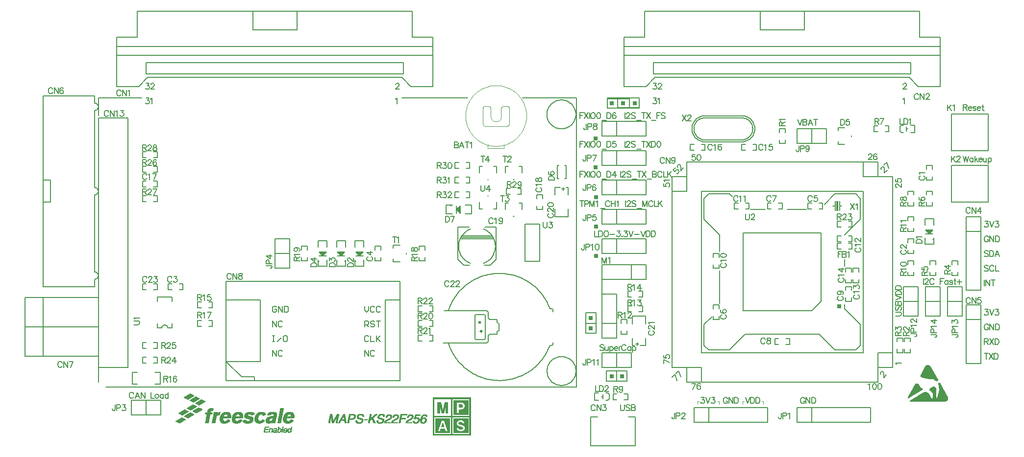
<source format=gto>
%FSLAX24Y24*%
%MOIN*%
G70*
G01*
G75*
%ADD10C,0.0100*%
%ADD11C,0.0150*%
%ADD12R,0.0650X0.0098*%
%ADD13R,0.0098X0.0650*%
G04:AMPARAMS|DCode=14|XSize=39.4mil|YSize=98.4mil|CornerRadius=0mil|HoleSize=0mil|Usage=FLASHONLY|Rotation=225.000|XOffset=0mil|YOffset=0mil|HoleType=Round|Shape=Rectangle|*
%AMROTATEDRECTD14*
4,1,4,-0.0209,0.0487,0.0487,-0.0209,0.0209,-0.0487,-0.0487,0.0209,-0.0209,0.0487,0.0*
%
%ADD14ROTATEDRECTD14*%

G04:AMPARAMS|DCode=15|XSize=39.4mil|YSize=98.4mil|CornerRadius=0mil|HoleSize=0mil|Usage=FLASHONLY|Rotation=135.000|XOffset=0mil|YOffset=0mil|HoleType=Round|Shape=Rectangle|*
%AMROTATEDRECTD15*
4,1,4,0.0487,0.0209,-0.0209,-0.0487,-0.0487,-0.0209,0.0209,0.0487,0.0487,0.0209,0.0*
%
%ADD15ROTATEDRECTD15*%

%ADD16R,0.0300X0.0300*%
%ADD17R,0.0600X0.0500*%
%ADD18C,0.1969*%
%ADD19R,0.0300X0.0300*%
%ADD20R,0.0157X0.0532*%
%ADD21R,0.0591X0.0984*%
%ADD22R,0.1000X0.0500*%
%ADD23R,0.0300X0.0394*%
%ADD24R,0.1000X0.1400*%
%ADD25R,0.0360X0.0360*%
%ADD26R,0.0500X0.0360*%
%ADD27R,0.0800X0.0400*%
%ADD28R,0.0900X0.1200*%
%ADD29R,0.0591X0.0394*%
%ADD30R,0.0591X0.0394*%
%ADD31C,0.0394*%
%ADD32C,0.0315*%
%ADD33R,0.1500X0.0500*%
%ADD34R,0.0400X0.0400*%
%ADD35R,0.0360X0.0500*%
%ADD36R,0.0360X0.0360*%
%ADD37R,0.0400X0.0400*%
%ADD38R,0.0394X0.0630*%
%ADD39R,0.0472X0.0591*%
%ADD40R,0.0600X0.0200*%
%ADD41R,0.0500X0.0600*%
%ADD42C,0.0050*%
%ADD43C,0.0080*%
%ADD44C,0.0120*%
%ADD45C,0.0200*%
%ADD46C,0.0300*%
%ADD47C,0.0600*%
%ADD48C,0.1260*%
%ADD49C,0.0620*%
%ADD50C,0.0394*%
%ADD51C,0.0500*%
%ADD52O,0.0500X0.1969*%
%ADD53C,0.1200*%
%ADD54C,0.1000*%
%ADD55C,0.1250*%
%ADD56C,0.0200*%
%ADD57C,0.0250*%
%ADD58C,0.0060*%
%ADD59C,0.0040*%
%ADD60C,0.0010*%
%ADD61C,0.0070*%
%ADD62R,0.0050X0.0700*%
%ADD63R,0.1487X0.0100*%
D16*
X-28760Y8600D02*
D03*
Y7900D02*
D03*
X-25775Y23250D02*
D03*
X-26563D02*
D03*
X-27350D02*
D03*
X-11856Y9406D02*
D03*
X-27350Y4640D02*
D03*
X-26650D02*
D03*
X-28423Y18872D02*
D03*
X-28409Y16841D02*
D03*
X-28400Y14850D02*
D03*
Y12850D02*
D03*
X-28450Y20850D02*
D03*
D42*
X-36928Y14675D02*
X-37019Y14637D01*
X-37107Y14593D01*
X-37191Y14542D01*
X-37271Y14484D01*
X-37346Y14420D01*
X-37416Y14351D01*
X-37480Y14276D01*
X-37538Y14197D01*
X-37589Y14113D01*
X-37634Y14025D01*
X-37672Y13934D01*
X-37703Y13840D01*
X-37726Y13745D01*
X-37741Y13647D01*
X-37749Y13549D01*
Y13451D01*
X-37741Y13353D01*
X-37726Y13255D01*
X-37703Y13160D01*
X-37672Y13066D01*
X-37634Y12975D01*
X-37589Y12887D01*
X-37538Y12803D01*
X-37480Y12724D01*
X-37416Y12649D01*
X-37346Y12580D01*
X-37271Y12516D01*
X-37191Y12458D01*
X-37107Y12407D01*
X-37019Y12363D01*
X-36928Y12325D01*
X-36250Y8300D02*
X-36321Y8371D01*
X-36391Y8300D01*
X-36321Y8229D01*
X-36250Y8300D01*
X-36150Y7700D02*
X-36221Y7771D01*
X-36291Y7700D01*
X-36221Y7629D01*
X-36150Y7700D01*
X-62255Y4255D02*
Y5251D01*
X-60255D01*
X-62255Y22405D02*
Y23593D01*
X-41600Y23600D02*
X-37150D01*
X-33393Y23593D02*
X-29755D01*
X-61750Y3900D02*
X-29763D01*
X-29755Y3908D02*
Y23593D01*
X-60255Y5251D02*
Y22251D01*
X-62255Y5251D02*
Y22251D01*
X-60255D01*
X-62255Y23593D02*
X-59307D01*
X-19333Y17065D02*
X-19150Y16882D01*
X-10436Y6751D02*
Y8168D01*
X-21065Y6750D02*
Y8049D01*
X-10750Y17065D02*
X-10435Y16750D01*
X-10751Y6436D02*
X-10436Y6751D01*
X-21065Y6750D02*
X-20750Y6435D01*
X-21065Y16750D02*
X-20750Y17065D01*
X-18270Y7498D02*
X-13232D01*
X-11499Y9231D02*
X-10436Y8168D01*
X-12168Y6436D02*
X-10751D01*
X-13231Y7499D02*
X-12168Y6436D01*
X-10435Y15333D02*
Y16750D01*
X-11498Y14270D02*
X-10435Y15333D01*
X-12167Y17065D02*
X-10750D01*
X-20750D02*
X-19333D01*
X-21065Y15333D02*
Y16750D01*
Y15333D02*
X-20002Y14270D01*
X-21065Y8049D02*
Y8167D01*
X-20750Y6435D02*
X-19333D01*
X-18270Y7498D01*
X-13100Y9750D02*
Y14400D01*
X-18400D02*
X-13100D01*
X-18400Y9100D02*
Y14400D01*
Y9100D02*
X-13750D01*
X-13100Y9750D01*
X-20000Y9600D02*
Y11850D01*
X-21065Y8167D02*
X-20550Y8682D01*
X-20002Y13152D02*
Y14270D01*
X-11500Y12150D02*
Y12600D01*
X-11499Y9231D02*
Y9549D01*
X-12882Y16350D02*
X-12167Y17065D01*
X-17900Y16000D02*
X-16900D01*
X-15400D02*
X-14100D01*
X-58500Y10550D02*
X-58250D01*
Y10950D01*
X-58500D02*
X-58250D01*
X-59250D02*
X-59000D01*
X-59250Y10550D02*
Y10950D01*
Y10550D02*
X-59000D01*
X-25600Y6750D02*
Y6950D01*
X-25700Y6850D02*
X-25500D01*
X-15550Y21250D02*
Y21500D01*
X-15950D02*
X-15550D01*
X-15950Y21250D02*
Y21500D01*
Y20500D02*
Y20750D01*
Y20500D02*
X-15550D01*
Y20750D01*
X-28766Y-93D02*
X-25734D01*
X-28766Y1878D02*
X-28293D01*
X-28766Y-93D02*
Y1878D01*
X-25734Y-93D02*
Y1878D01*
X-26207D02*
X-25734D01*
X-42750Y9850D02*
X-41750D01*
X-42750Y5650D02*
Y9850D01*
Y5650D02*
X-41750D01*
X-52511Y4600D02*
X-52311D01*
X-53561Y5650D02*
X-52511Y4600D01*
X-53561Y5650D02*
X-51250D01*
Y9850D01*
X-53561D02*
X-51250D01*
X-51650Y4350D02*
Y4600D01*
X-52311D02*
X-51650D01*
X-41750Y4350D02*
Y11100D01*
X-53550Y4350D02*
X-41750D01*
X-53561Y11100D02*
X-41750D01*
X-53561Y4361D02*
Y11100D01*
X-30750Y17400D02*
X-30550D01*
X-30650Y17300D02*
Y17500D01*
X-31050Y19002D02*
X-30950D01*
X-30550D02*
X-30450D01*
X-30550Y18092D02*
X-30450D01*
X-31050D02*
X-30950D01*
X-31050D02*
Y19002D01*
X-30450Y18092D02*
Y19002D01*
X-37799Y14799D02*
X-37053D01*
X-35987Y14799D02*
X-35201D01*
X-37799Y12634D02*
Y14799D01*
X-35201Y12634D02*
Y14799D01*
X-37630Y14000D02*
X-35360D01*
X-37600Y14100D02*
X-35410D01*
X-37530Y14200D02*
X-35460D01*
X-37799Y12610D02*
Y13030D01*
Y12610D02*
X-37390Y12201D01*
X-37000D01*
X-35201Y12620D02*
Y12940D01*
X-35620Y12201D02*
X-35201Y12620D01*
X-36000Y12201D02*
X-35620D01*
X-38750Y9100D02*
X-35850D01*
X-35750Y8600D02*
Y9000D01*
Y8600D02*
X-35650Y8500D01*
X-35150Y8300D02*
Y8500D01*
X-35000Y7750D02*
Y8250D01*
X-35150Y7500D02*
Y7700D01*
X-35750Y7400D02*
X-35650Y7500D01*
X-35850Y6900D02*
X-35750Y7000D01*
X-38800Y6900D02*
X-35850D01*
X-35150Y8300D02*
X-35000Y8250D01*
X-35150Y7700D02*
X-35000Y7750D01*
X-36650Y7200D02*
Y8800D01*
Y7200D02*
X-36600Y7150D01*
X-36000D01*
X-35950Y7200D01*
Y8800D01*
X-36000Y8850D02*
X-35950Y8800D01*
X-36600Y8850D02*
X-36000D01*
X-36650Y8800D02*
X-36600Y8850D01*
X-35850Y9100D02*
X-35750Y9000D01*
Y7000D02*
Y7400D01*
X-35650Y8500D02*
X-35150D01*
X-35650Y7500D02*
X-35150D01*
X-31550Y9250D02*
X-31400D01*
X-31350Y9200D01*
Y9050D02*
Y9200D01*
Y6800D02*
Y6950D01*
X-31400Y6750D02*
X-31350Y6800D01*
X-31550Y6750D02*
X-31400D01*
X-9250Y4250D02*
Y5250D01*
X-8250D01*
X-9250D02*
Y6250D01*
X-8250D01*
X-9250Y18250D02*
Y19250D01*
X-10250Y18250D02*
X-8250D01*
X-10250D02*
Y19250D01*
X-22250Y17250D02*
Y19250D01*
X-23250Y17250D02*
X-22250D01*
X-23250Y18250D02*
X-22250D01*
X-23250Y5250D02*
X-21250D01*
X-22250Y4250D02*
Y5250D01*
X-21250Y4250D02*
Y5250D01*
X-28400Y7563D02*
Y8963D01*
X-29100Y7563D02*
X-28400D01*
X-29100D02*
Y8963D01*
X-28400D01*
X-29100Y8250D02*
X-28400D01*
X-11840Y16250D02*
X-11690D01*
X-12310D02*
X-12160D01*
X-7050Y7000D02*
Y7250D01*
X-7450D02*
X-7050D01*
X-7450Y7000D02*
Y7250D01*
Y6250D02*
Y6500D01*
Y6250D02*
X-7050D01*
Y6500D01*
X-37250Y16800D02*
X-37000D01*
Y17200D01*
X-37250D02*
X-37000D01*
X-38000D02*
X-37750D01*
X-38000Y16800D02*
Y17200D01*
Y16800D02*
X-37750D01*
X-33750Y17050D02*
X-33500D01*
Y17450D01*
X-33750D02*
X-33500D01*
X-34500D02*
X-34250D01*
X-34500Y17050D02*
Y17450D01*
Y17050D02*
X-34250D01*
X-38000Y18200D02*
X-37750D01*
X-38000Y17800D02*
Y18200D01*
Y17800D02*
X-37750D01*
X-37250D02*
X-37000D01*
Y18200D01*
X-37250D02*
X-37000D01*
X-32050Y16750D02*
Y17000D01*
X-32450D02*
X-32050D01*
X-32450Y16750D02*
Y17000D01*
Y16000D02*
Y16250D01*
Y16000D02*
X-32050D01*
Y16250D01*
X-40500Y9450D02*
X-40250D01*
X-40500Y9050D02*
Y9450D01*
Y9050D02*
X-40250D01*
X-39750D02*
X-39500D01*
Y9450D01*
X-39750D02*
X-39500D01*
X-26250D02*
X-26000D01*
X-26250Y9050D02*
Y9450D01*
Y9050D02*
X-26000D01*
X-25500D02*
X-25250D01*
Y9450D01*
X-25500D02*
X-25250D01*
X-26250Y10450D02*
X-26000D01*
X-26250Y10050D02*
Y10450D01*
Y10050D02*
X-26000D01*
X-25500D02*
X-25250D01*
Y10450D01*
X-25500D02*
X-25250D01*
X-24390Y25000D02*
X-7110D01*
X-24500Y25250D02*
X-7000D01*
X-24500D02*
Y26000D01*
X-7000D01*
Y25250D02*
Y26000D01*
X-26500Y27100D02*
X-5000D01*
X-17250Y28250D02*
Y29500D01*
Y28250D02*
X-14250D01*
Y29500D01*
X-25100D02*
X-6400D01*
Y27750D02*
X-5000D01*
X-6400D02*
Y29500D01*
X-26500Y27750D02*
X-25100D01*
Y29500D01*
X-26500Y24390D02*
Y27750D01*
X-6500Y24390D02*
X-5000D01*
X-7110Y25000D02*
X-6500Y24390D01*
X-26500D02*
X-25000D01*
X-5000D02*
Y27750D01*
X-25000Y24390D02*
X-24390Y25000D01*
X-26500Y26500D02*
X-5000D01*
X-58890Y25000D02*
X-41610D01*
X-59000Y25250D02*
X-41500D01*
X-59000D02*
Y26000D01*
X-41500D01*
Y25250D02*
Y26000D01*
X-61000Y27100D02*
X-39500D01*
X-51750Y28250D02*
Y29500D01*
Y28250D02*
X-48750D01*
Y29500D01*
X-59600D02*
X-40900D01*
Y27750D02*
X-39500D01*
X-40900D02*
Y29500D01*
X-61000Y27750D02*
X-59600D01*
Y29500D01*
X-61000Y24390D02*
Y27750D01*
X-41000Y24390D02*
X-39500D01*
X-41610Y25000D02*
X-41000Y24390D01*
X-61000D02*
X-59500D01*
X-39500D02*
Y27750D01*
X-59500Y24390D02*
X-58890Y25000D01*
X-61000Y26500D02*
X-39500D01*
X-43050Y12500D02*
Y12750D01*
X-43450Y12500D02*
X-43050D01*
X-43450D02*
Y12750D01*
Y13250D02*
Y13500D01*
X-43050D01*
Y13250D02*
Y13500D01*
X-39750Y7450D02*
X-39500D01*
Y7050D02*
Y7450D01*
X-39750Y7050D02*
X-39500D01*
X-40500D02*
X-40250D01*
X-40500D02*
Y7450D01*
X-40250D01*
X-39750Y8450D02*
X-39500D01*
Y8050D02*
Y8450D01*
X-39750Y8050D02*
X-39500D01*
X-40500D02*
X-40250D01*
X-40500D02*
Y8450D01*
X-40250D01*
X-7200Y15250D02*
Y15500D01*
X-6800D01*
Y15250D02*
Y15500D01*
Y14500D02*
Y14750D01*
X-7200Y14500D02*
X-6800D01*
X-7200D02*
Y14750D01*
Y13750D02*
Y14000D01*
X-6800D01*
Y13750D02*
Y14000D01*
Y13000D02*
Y13250D01*
X-7200Y13000D02*
X-6800D01*
X-7200D02*
Y13250D01*
X-12000Y14800D02*
X-11750D01*
X-12000D02*
Y15200D01*
X-11750D01*
X-11250D02*
X-11000D01*
Y14800D02*
Y15200D01*
X-11250Y14800D02*
X-11000D01*
X-38000Y18800D02*
X-37750D01*
X-38000D02*
Y19200D01*
X-37750D01*
X-37250D02*
X-37000D01*
Y18800D02*
Y19200D01*
X-37250Y18800D02*
X-37000D01*
X-26150Y22900D02*
Y23600D01*
X-26950Y22900D02*
Y23600D01*
X-26863Y22900D02*
X-25463D01*
Y23600D01*
X-26863D02*
X-25463D01*
X-27650Y22900D02*
Y23600D01*
Y22900D02*
X-26250D01*
X-27650Y23600D02*
X-26250D01*
X-7550Y6250D02*
Y6500D01*
X-7950Y6250D02*
X-7550D01*
X-7950D02*
Y6500D01*
Y7000D02*
Y7250D01*
X-7550D01*
Y7000D02*
Y7250D01*
X-6800Y12250D02*
Y12500D01*
X-7200D02*
X-6800D01*
X-7200Y12250D02*
Y12500D01*
Y11500D02*
Y11750D01*
Y11500D02*
X-6800D01*
Y11750D01*
X-10950D02*
Y12000D01*
X-10550D01*
Y11750D02*
Y12000D01*
Y11000D02*
Y11250D01*
X-10950Y11000D02*
X-10550D01*
X-10950D02*
Y11250D01*
X-18250Y16450D02*
X-18000D01*
Y16050D02*
Y16450D01*
X-18250Y16050D02*
X-18000D01*
X-19000D02*
X-18750D01*
X-19000D02*
Y16450D01*
X-18750D01*
X-40450Y12500D02*
Y12750D01*
Y12500D02*
X-40050D01*
Y12750D01*
Y13250D02*
Y13500D01*
X-40450D02*
X-40050D01*
X-40450Y13250D02*
Y13500D01*
X-58500Y17950D02*
X-58250D01*
Y17550D02*
Y17950D01*
X-58500Y17550D02*
X-58250D01*
X-59250D02*
X-59000D01*
X-59250D02*
Y17950D01*
X-59000D01*
X-11450Y11750D02*
Y12000D01*
X-11050D01*
Y11750D02*
Y12000D01*
Y11000D02*
Y11250D01*
X-11450Y11000D02*
X-11050D01*
X-11450D02*
Y11250D01*
X-27600Y3500D02*
X-27500Y3400D01*
X-27600Y3000D02*
X-27500Y3100D01*
X-27750Y3500D02*
X-27600D01*
X-27500Y3100D02*
Y3400D01*
X-27750Y3000D02*
X-27600D01*
X-28500D02*
X-28250D01*
X-28500D02*
Y3500D01*
X-28250D01*
X-27950Y3100D02*
Y3400D01*
X-28050Y3250D02*
X-27950D01*
X-7750Y21350D02*
X-7650Y21250D01*
X-7750Y21650D02*
X-7650Y21750D01*
Y21250D02*
X-7500D01*
X-7750Y21350D02*
Y21650D01*
X-7650Y21750D02*
X-7500D01*
X-7000D02*
X-6750D01*
Y21250D02*
Y21750D01*
X-7000Y21250D02*
X-6750D01*
X-7300Y21350D02*
Y21650D01*
Y21500D02*
X-7200D01*
X-27250Y3050D02*
X-27000D01*
X-27250D02*
Y3450D01*
X-27000D01*
X-26500D02*
X-26250D01*
Y3050D02*
Y3450D01*
X-26500Y3050D02*
X-26250D01*
X-6800Y16250D02*
Y16500D01*
X-7200Y16250D02*
X-6800D01*
X-7200D02*
Y16500D01*
Y17000D02*
Y17250D01*
X-6800D01*
Y17000D02*
Y17250D01*
X-8750Y21700D02*
X-8500D01*
Y21300D02*
Y21700D01*
X-8750Y21300D02*
X-8500D01*
X-9500D02*
X-9250D01*
X-9500D02*
Y21700D01*
X-9250D01*
X-5700Y12250D02*
Y12500D01*
X-5300D01*
Y12250D02*
Y12500D01*
Y11500D02*
Y11750D01*
X-5700Y11500D02*
X-5300D01*
X-5700D02*
Y11750D01*
X-59250Y19550D02*
X-59000D01*
X-59250D02*
Y19950D01*
X-59000D01*
X-58500D02*
X-58250D01*
Y19550D02*
Y19950D01*
X-58500Y19550D02*
X-58250D01*
X-59250Y16550D02*
X-59000D01*
X-59250D02*
Y16950D01*
X-59000D01*
X-58500D02*
X-58250D01*
Y16550D02*
Y16950D01*
X-58500Y16550D02*
X-58250D01*
X-59250Y18550D02*
X-59000D01*
X-59250D02*
Y18950D01*
X-59000D01*
X-58500D02*
X-58250D01*
Y18550D02*
Y18950D01*
X-58500Y18550D02*
X-58250D01*
X-59250Y6550D02*
X-59000D01*
X-59250D02*
Y6950D01*
X-59000D01*
X-58500D02*
X-58250D01*
Y6550D02*
Y6950D01*
X-58500Y6550D02*
X-58250D01*
X-59250Y5550D02*
X-59000D01*
X-59250D02*
Y5950D01*
X-59000D01*
X-58500D02*
X-58250D01*
Y5550D02*
Y5950D01*
X-58500Y5550D02*
X-58250D01*
X-55500Y8050D02*
X-55250D01*
X-55500D02*
Y8450D01*
X-55250D01*
X-54750D02*
X-54500D01*
Y8050D02*
Y8450D01*
X-54750Y8050D02*
X-54500D01*
X-55500Y9300D02*
X-55250D01*
X-55500D02*
Y9700D01*
X-55250D01*
X-54750D02*
X-54500D01*
Y9300D02*
Y9700D01*
X-54750Y9300D02*
X-54500D01*
X-26000Y11250D02*
Y12250D01*
X-28000Y11250D02*
X-25000D01*
X-28000Y12250D02*
X-25000D01*
X-27000Y7250D02*
Y10250D01*
X-28000D02*
X-27000D01*
X-28000Y7250D02*
Y12250D01*
Y8250D02*
X-27000D01*
X-25000Y11250D02*
Y12250D01*
X-28000Y7250D02*
X-27000D01*
X-48450Y13250D02*
Y13500D01*
X-48050D01*
Y13250D02*
Y13500D01*
Y12500D02*
Y12750D01*
X-48450Y12500D02*
X-48050D01*
X-48450D02*
Y12750D01*
X-27713Y5000D02*
X-26313D01*
Y4300D02*
Y5000D01*
X-27713Y4300D02*
X-26313D01*
X-27713D02*
Y5000D01*
X-27000Y4300D02*
Y5000D01*
X-4200Y11500D02*
Y11750D01*
Y11500D02*
X-3800D01*
Y11750D01*
Y12250D02*
Y12500D01*
X-4200D02*
X-3800D01*
X-4200Y12250D02*
Y12500D01*
X-5550Y18000D02*
Y18250D01*
X-5950Y18000D02*
X-5550D01*
X-5950D02*
Y18250D01*
Y18750D02*
Y19000D01*
X-5550D01*
Y18750D02*
Y19000D01*
X-58964Y11355D02*
X-58983Y11393D01*
X-59021Y11431D01*
X-59060Y11450D01*
X-59136D01*
X-59174Y11431D01*
X-59212Y11393D01*
X-59231Y11355D01*
X-59250Y11298D01*
Y11202D01*
X-59231Y11145D01*
X-59212Y11107D01*
X-59174Y11069D01*
X-59136Y11050D01*
X-59060D01*
X-59021Y11069D01*
X-58983Y11107D01*
X-58964Y11145D01*
X-58833Y11355D02*
Y11374D01*
X-58814Y11412D01*
X-58795Y11431D01*
X-58757Y11450D01*
X-58681D01*
X-58643Y11431D01*
X-58623Y11412D01*
X-58604Y11374D01*
Y11336D01*
X-58623Y11298D01*
X-58662Y11240D01*
X-58852Y11050D01*
X-58585D01*
X-58458Y11450D02*
X-58248D01*
X-58363Y11298D01*
X-58305D01*
X-58267Y11279D01*
X-58248Y11259D01*
X-58229Y11202D01*
Y11164D01*
X-58248Y11107D01*
X-58286Y11069D01*
X-58344Y11050D01*
X-58401D01*
X-58458Y11069D01*
X-58477Y11088D01*
X-58496Y11126D01*
X-61564Y22655D02*
X-61583Y22693D01*
X-61621Y22731D01*
X-61660Y22750D01*
X-61736D01*
X-61774Y22731D01*
X-61812Y22693D01*
X-61831Y22655D01*
X-61850Y22598D01*
Y22502D01*
X-61831Y22445D01*
X-61812Y22407D01*
X-61774Y22369D01*
X-61736Y22350D01*
X-61660D01*
X-61621Y22369D01*
X-61583Y22407D01*
X-61564Y22445D01*
X-61452Y22750D02*
Y22350D01*
Y22750D02*
X-61185Y22350D01*
Y22750D02*
Y22350D01*
X-61075Y22674D02*
X-61037Y22693D01*
X-60980Y22750D01*
Y22350D01*
X-60744Y22750D02*
X-60534D01*
X-60648Y22598D01*
X-60591D01*
X-60553Y22579D01*
X-60534Y22559D01*
X-60515Y22502D01*
Y22464D01*
X-60534Y22407D01*
X-60572Y22369D01*
X-60629Y22350D01*
X-60686D01*
X-60744Y22369D01*
X-60763Y22388D01*
X-60782Y22426D01*
X-29110Y5800D02*
Y5495D01*
X-29129Y5438D01*
X-29148Y5419D01*
X-29186Y5400D01*
X-29224D01*
X-29262Y5419D01*
X-29281Y5438D01*
X-29300Y5495D01*
Y5533D01*
X-29007Y5590D02*
X-28835D01*
X-28778Y5609D01*
X-28759Y5629D01*
X-28740Y5667D01*
Y5724D01*
X-28759Y5762D01*
X-28778Y5781D01*
X-28835Y5800D01*
X-29007D01*
Y5400D01*
X-28651Y5724D02*
X-28613Y5743D01*
X-28555Y5800D01*
Y5400D01*
X-28357Y5724D02*
X-28319Y5743D01*
X-28262Y5800D01*
Y5400D01*
X-23764Y19455D02*
X-23783Y19493D01*
X-23821Y19531D01*
X-23860Y19550D01*
X-23936D01*
X-23974Y19531D01*
X-24012Y19493D01*
X-24031Y19455D01*
X-24050Y19398D01*
Y19302D01*
X-24031Y19245D01*
X-24012Y19207D01*
X-23974Y19169D01*
X-23936Y19150D01*
X-23860D01*
X-23821Y19169D01*
X-23783Y19207D01*
X-23764Y19245D01*
X-23652Y19550D02*
Y19150D01*
Y19550D02*
X-23385Y19150D01*
Y19550D02*
Y19150D01*
X-23027Y19417D02*
X-23046Y19359D01*
X-23084Y19321D01*
X-23142Y19302D01*
X-23161D01*
X-23218Y19321D01*
X-23256Y19359D01*
X-23275Y19417D01*
Y19436D01*
X-23256Y19493D01*
X-23218Y19531D01*
X-23161Y19550D01*
X-23142D01*
X-23084Y19531D01*
X-23046Y19493D01*
X-23027Y19417D01*
Y19321D01*
X-23046Y19226D01*
X-23084Y19169D01*
X-23142Y19150D01*
X-23180D01*
X-23237Y19169D01*
X-23256Y19207D01*
X-11100Y16400D02*
X-10833Y16000D01*
Y16400D02*
X-11100Y16000D01*
X-10744Y16324D02*
X-10706Y16343D01*
X-10649Y16400D01*
Y16000D01*
X-32000Y15150D02*
Y14864D01*
X-31981Y14807D01*
X-31943Y14769D01*
X-31886Y14750D01*
X-31848D01*
X-31791Y14769D01*
X-31752Y14807D01*
X-31733Y14864D01*
Y15150D01*
X-31585D02*
X-31375D01*
X-31490Y14998D01*
X-31432D01*
X-31394Y14979D01*
X-31375Y14959D01*
X-31356Y14902D01*
Y14864D01*
X-31375Y14807D01*
X-31413Y14769D01*
X-31471Y14750D01*
X-31528D01*
X-31585Y14769D01*
X-31604Y14788D01*
X-31623Y14826D01*
X-18250Y15700D02*
Y15414D01*
X-18231Y15357D01*
X-18193Y15319D01*
X-18136Y15300D01*
X-18098D01*
X-18041Y15319D01*
X-18002Y15357D01*
X-17983Y15414D01*
Y15700D01*
X-17854Y15605D02*
Y15624D01*
X-17835Y15662D01*
X-17816Y15681D01*
X-17778Y15700D01*
X-17702D01*
X-17663Y15681D01*
X-17644Y15662D01*
X-17625Y15624D01*
Y15586D01*
X-17644Y15548D01*
X-17682Y15490D01*
X-17873Y15300D01*
X-17606D01*
X-36117Y19650D02*
Y19250D01*
X-36250Y19650D02*
X-35983D01*
X-35745D02*
X-35936Y19383D01*
X-35650D01*
X-35745Y19650D02*
Y19250D01*
X-34617Y19650D02*
Y19250D01*
X-34750Y19650D02*
X-34483D01*
X-34417Y19555D02*
Y19574D01*
X-34398Y19612D01*
X-34379Y19631D01*
X-34341Y19650D01*
X-34264D01*
X-34226Y19631D01*
X-34207Y19612D01*
X-34188Y19574D01*
Y19536D01*
X-34207Y19498D01*
X-34245Y19440D01*
X-34436Y19250D01*
X-34169D01*
X-34767Y16950D02*
Y16550D01*
X-34900Y16950D02*
X-34633D01*
X-34548D02*
X-34338D01*
X-34452Y16798D01*
X-34395D01*
X-34357Y16779D01*
X-34338Y16759D01*
X-34319Y16702D01*
Y16664D01*
X-34338Y16607D01*
X-34376Y16569D01*
X-34433Y16550D01*
X-34491D01*
X-34548Y16569D01*
X-34567Y16588D01*
X-34586Y16626D01*
X-8050Y7400D02*
X-7650D01*
X-8050D02*
Y7571D01*
X-8031Y7629D01*
X-8012Y7648D01*
X-7974Y7667D01*
X-7936D01*
X-7898Y7648D01*
X-7879Y7629D01*
X-7859Y7571D01*
Y7400D01*
Y7533D02*
X-7650Y7667D01*
X-8050Y7794D02*
Y8004D01*
X-7898Y7889D01*
Y7947D01*
X-7879Y7985D01*
X-7859Y8004D01*
X-7802Y8023D01*
X-7764D01*
X-7707Y8004D01*
X-7669Y7966D01*
X-7650Y7908D01*
Y7851D01*
X-7669Y7794D01*
X-7688Y7775D01*
X-7726Y7756D01*
X-39200Y18200D02*
Y17800D01*
Y18200D02*
X-39029D01*
X-38971Y18181D01*
X-38952Y18162D01*
X-38933Y18124D01*
Y18086D01*
X-38952Y18048D01*
X-38971Y18029D01*
X-39029Y18009D01*
X-39200D01*
X-39067D02*
X-38933Y17800D01*
X-38806Y18200D02*
X-38596D01*
X-38711Y18048D01*
X-38653D01*
X-38615Y18029D01*
X-38596Y18009D01*
X-38577Y17952D01*
Y17914D01*
X-38596Y17857D01*
X-38634Y17819D01*
X-38692Y17800D01*
X-38749D01*
X-38806Y17819D01*
X-38825Y17838D01*
X-38844Y17876D01*
X-38488Y18124D02*
X-38450Y18143D01*
X-38393Y18200D01*
Y17800D01*
X-34450Y17900D02*
Y17500D01*
Y17900D02*
X-34279D01*
X-34221Y17881D01*
X-34202Y17862D01*
X-34183Y17824D01*
Y17786D01*
X-34202Y17748D01*
X-34221Y17729D01*
X-34279Y17709D01*
X-34450D01*
X-34317D02*
X-34183Y17500D01*
X-34075Y17805D02*
Y17824D01*
X-34056Y17862D01*
X-34037Y17881D01*
X-33999Y17900D01*
X-33922D01*
X-33884Y17881D01*
X-33865Y17862D01*
X-33846Y17824D01*
Y17786D01*
X-33865Y17748D01*
X-33903Y17690D01*
X-34094Y17500D01*
X-33827D01*
X-33490Y17767D02*
X-33509Y17709D01*
X-33547Y17671D01*
X-33604Y17652D01*
X-33624D01*
X-33681Y17671D01*
X-33719Y17709D01*
X-33738Y17767D01*
Y17786D01*
X-33719Y17843D01*
X-33681Y17881D01*
X-33624Y17900D01*
X-33604D01*
X-33547Y17881D01*
X-33509Y17843D01*
X-33490Y17767D01*
Y17671D01*
X-33509Y17576D01*
X-33547Y17519D01*
X-33604Y17500D01*
X-33643D01*
X-33700Y17519D01*
X-33719Y17557D01*
X-39200Y17200D02*
Y16800D01*
Y17200D02*
X-39029D01*
X-38971Y17181D01*
X-38952Y17162D01*
X-38933Y17124D01*
Y17086D01*
X-38952Y17048D01*
X-38971Y17029D01*
X-39029Y17009D01*
X-39200D01*
X-39067D02*
X-38933Y16800D01*
X-38806Y17200D02*
X-38596D01*
X-38711Y17048D01*
X-38653D01*
X-38615Y17029D01*
X-38596Y17009D01*
X-38577Y16952D01*
Y16914D01*
X-38596Y16857D01*
X-38634Y16819D01*
X-38692Y16800D01*
X-38749D01*
X-38806Y16819D01*
X-38825Y16838D01*
X-38844Y16876D01*
X-38469Y17105D02*
Y17124D01*
X-38450Y17162D01*
X-38431Y17181D01*
X-38393Y17200D01*
X-38316D01*
X-38278Y17181D01*
X-38259Y17162D01*
X-38240Y17124D01*
Y17086D01*
X-38259Y17048D01*
X-38297Y16990D01*
X-38488Y16800D01*
X-38221D01*
X-39200Y19200D02*
Y18800D01*
Y19200D02*
X-39029D01*
X-38971Y19181D01*
X-38952Y19162D01*
X-38933Y19124D01*
Y19086D01*
X-38952Y19048D01*
X-38971Y19029D01*
X-39029Y19009D01*
X-39200D01*
X-39067D02*
X-38933Y18800D01*
X-38806Y19200D02*
X-38596D01*
X-38711Y19048D01*
X-38653D01*
X-38615Y19029D01*
X-38596Y19009D01*
X-38577Y18952D01*
Y18914D01*
X-38596Y18857D01*
X-38634Y18819D01*
X-38692Y18800D01*
X-38749D01*
X-38806Y18819D01*
X-38825Y18838D01*
X-38844Y18876D01*
X-38374Y19200D02*
X-38431Y19181D01*
X-38469Y19124D01*
X-38488Y19029D01*
Y18971D01*
X-38469Y18876D01*
X-38431Y18819D01*
X-38374Y18800D01*
X-38335D01*
X-38278Y18819D01*
X-38240Y18876D01*
X-38221Y18971D01*
Y19029D01*
X-38240Y19124D01*
X-38278Y19181D01*
X-38335Y19200D01*
X-38374D01*
X-40950Y12500D02*
X-40550D01*
X-40950D02*
Y12671D01*
X-40931Y12729D01*
X-40912Y12748D01*
X-40874Y12767D01*
X-40836D01*
X-40798Y12748D01*
X-40779Y12729D01*
X-40759Y12671D01*
Y12500D01*
Y12633D02*
X-40550Y12767D01*
X-40874Y12856D02*
X-40893Y12894D01*
X-40950Y12951D01*
X-40550D01*
X-40950Y13245D02*
X-40931Y13187D01*
X-40893Y13168D01*
X-40855D01*
X-40817Y13187D01*
X-40798Y13226D01*
X-40779Y13302D01*
X-40759Y13359D01*
X-40721Y13397D01*
X-40683Y13416D01*
X-40626D01*
X-40588Y13397D01*
X-40569Y13378D01*
X-40550Y13321D01*
Y13245D01*
X-40569Y13187D01*
X-40588Y13168D01*
X-40626Y13149D01*
X-40683D01*
X-40721Y13168D01*
X-40759Y13207D01*
X-40779Y13264D01*
X-40798Y13340D01*
X-40817Y13378D01*
X-40855Y13397D01*
X-40893D01*
X-40931Y13378D01*
X-40950Y13321D01*
Y13245D01*
X-7500Y7400D02*
X-7100D01*
X-7500D02*
Y7571D01*
X-7481Y7629D01*
X-7462Y7648D01*
X-7424Y7667D01*
X-7386D01*
X-7348Y7648D01*
X-7329Y7629D01*
X-7309Y7571D01*
Y7400D01*
Y7533D02*
X-7100Y7667D01*
X-7405Y7775D02*
X-7424D01*
X-7462Y7794D01*
X-7481Y7813D01*
X-7500Y7851D01*
Y7928D01*
X-7481Y7966D01*
X-7462Y7985D01*
X-7424Y8004D01*
X-7386D01*
X-7348Y7985D01*
X-7290Y7947D01*
X-7100Y7756D01*
Y8023D01*
X-29110Y17700D02*
Y17395D01*
X-29129Y17338D01*
X-29148Y17319D01*
X-29186Y17300D01*
X-29224D01*
X-29262Y17319D01*
X-29281Y17338D01*
X-29300Y17395D01*
Y17433D01*
X-29007Y17490D02*
X-28835D01*
X-28778Y17509D01*
X-28759Y17529D01*
X-28740Y17567D01*
Y17624D01*
X-28759Y17662D01*
X-28778Y17681D01*
X-28835Y17700D01*
X-29007D01*
Y17300D01*
X-28422Y17643D02*
X-28441Y17681D01*
X-28498Y17700D01*
X-28536D01*
X-28593Y17681D01*
X-28632Y17624D01*
X-28651Y17529D01*
Y17433D01*
X-28632Y17357D01*
X-28593Y17319D01*
X-28536Y17300D01*
X-28517D01*
X-28460Y17319D01*
X-28422Y17357D01*
X-28403Y17414D01*
Y17433D01*
X-28422Y17490D01*
X-28460Y17529D01*
X-28517Y17548D01*
X-28536D01*
X-28593Y17529D01*
X-28632Y17490D01*
X-28651Y17433D01*
X-31650Y18000D02*
X-31250D01*
X-31650D02*
Y18133D01*
X-31631Y18190D01*
X-31593Y18229D01*
X-31555Y18248D01*
X-31498Y18267D01*
X-31402D01*
X-31345Y18248D01*
X-31307Y18229D01*
X-31269Y18190D01*
X-31250Y18133D01*
Y18000D01*
X-31593Y18585D02*
X-31631Y18566D01*
X-31650Y18508D01*
Y18470D01*
X-31631Y18413D01*
X-31574Y18375D01*
X-31479Y18356D01*
X-31383D01*
X-31307Y18375D01*
X-31269Y18413D01*
X-31250Y18470D01*
Y18489D01*
X-31269Y18547D01*
X-31307Y18585D01*
X-31364Y18604D01*
X-31383D01*
X-31440Y18585D01*
X-31479Y18547D01*
X-31498Y18489D01*
Y18470D01*
X-31479Y18413D01*
X-31440Y18375D01*
X-31383Y18356D01*
X-11780Y22155D02*
Y21755D01*
Y22155D02*
X-11647D01*
X-11590Y22136D01*
X-11551Y22098D01*
X-11532Y22060D01*
X-11513Y22003D01*
Y21907D01*
X-11532Y21850D01*
X-11551Y21812D01*
X-11590Y21774D01*
X-11647Y21755D01*
X-11780D01*
X-11195Y22155D02*
X-11386D01*
X-11405Y21984D01*
X-11386Y22003D01*
X-11329Y22022D01*
X-11272D01*
X-11214Y22003D01*
X-11176Y21964D01*
X-11157Y21907D01*
Y21869D01*
X-11176Y21812D01*
X-11214Y21774D01*
X-11272Y21755D01*
X-11329D01*
X-11386Y21774D01*
X-11405Y21793D01*
X-11424Y21831D01*
X-38650Y15550D02*
Y15150D01*
Y15550D02*
X-38517D01*
X-38460Y15531D01*
X-38421Y15493D01*
X-38402Y15455D01*
X-38383Y15398D01*
Y15302D01*
X-38402Y15245D01*
X-38421Y15207D01*
X-38460Y15169D01*
X-38517Y15150D01*
X-38650D01*
X-38027Y15550D02*
X-38218Y15150D01*
X-38294Y15550D02*
X-38027D01*
X-38414Y11055D02*
X-38433Y11093D01*
X-38471Y11131D01*
X-38510Y11150D01*
X-38586D01*
X-38624Y11131D01*
X-38662Y11093D01*
X-38681Y11055D01*
X-38700Y10998D01*
Y10902D01*
X-38681Y10845D01*
X-38662Y10807D01*
X-38624Y10769D01*
X-38586Y10750D01*
X-38510D01*
X-38471Y10769D01*
X-38433Y10807D01*
X-38414Y10845D01*
X-38283Y11055D02*
Y11074D01*
X-38264Y11112D01*
X-38245Y11131D01*
X-38207Y11150D01*
X-38131D01*
X-38093Y11131D01*
X-38073Y11112D01*
X-38054Y11074D01*
Y11036D01*
X-38073Y10998D01*
X-38112Y10940D01*
X-38302Y10750D01*
X-38035D01*
X-37927Y11055D02*
Y11074D01*
X-37908Y11112D01*
X-37889Y11131D01*
X-37851Y11150D01*
X-37774D01*
X-37736Y11131D01*
X-37717Y11112D01*
X-37698Y11074D01*
Y11036D01*
X-37717Y10998D01*
X-37755Y10940D01*
X-37946Y10750D01*
X-37679D01*
X-24755Y7736D02*
X-24793Y7717D01*
X-24831Y7679D01*
X-24850Y7640D01*
Y7564D01*
X-24831Y7526D01*
X-24793Y7488D01*
X-24755Y7469D01*
X-24698Y7450D01*
X-24602D01*
X-24545Y7469D01*
X-24507Y7488D01*
X-24469Y7526D01*
X-24450Y7564D01*
Y7640D01*
X-24469Y7679D01*
X-24507Y7717D01*
X-24545Y7736D01*
X-24755Y7867D02*
X-24774D01*
X-24812Y7886D01*
X-24831Y7905D01*
X-24850Y7943D01*
Y8019D01*
X-24831Y8057D01*
X-24812Y8077D01*
X-24774Y8096D01*
X-24736D01*
X-24698Y8077D01*
X-24640Y8038D01*
X-24450Y7848D01*
Y8115D01*
X-24774Y8204D02*
X-24793Y8242D01*
X-24850Y8299D01*
X-24450D01*
X-35414Y15335D02*
X-35433Y15373D01*
X-35471Y15411D01*
X-35510Y15430D01*
X-35586D01*
X-35624Y15411D01*
X-35662Y15373D01*
X-35681Y15335D01*
X-35700Y15278D01*
Y15182D01*
X-35681Y15125D01*
X-35662Y15087D01*
X-35624Y15049D01*
X-35586Y15030D01*
X-35510D01*
X-35471Y15049D01*
X-35433Y15087D01*
X-35414Y15125D01*
X-35302Y15354D02*
X-35264Y15373D01*
X-35207Y15430D01*
Y15030D01*
X-34761Y15297D02*
X-34780Y15239D01*
X-34818Y15201D01*
X-34875Y15182D01*
X-34894D01*
X-34952Y15201D01*
X-34990Y15239D01*
X-35009Y15297D01*
Y15316D01*
X-34990Y15373D01*
X-34952Y15411D01*
X-34894Y15430D01*
X-34875D01*
X-34818Y15411D01*
X-34780Y15373D01*
X-34761Y15297D01*
Y15201D01*
X-34780Y15106D01*
X-34818Y15049D01*
X-34875Y15030D01*
X-34913D01*
X-34971Y15049D01*
X-34990Y15087D01*
X-32405Y17486D02*
X-32443Y17467D01*
X-32481Y17429D01*
X-32500Y17390D01*
Y17314D01*
X-32481Y17276D01*
X-32443Y17238D01*
X-32405Y17219D01*
X-32348Y17200D01*
X-32252D01*
X-32195Y17219D01*
X-32157Y17238D01*
X-32119Y17276D01*
X-32100Y17314D01*
Y17390D01*
X-32119Y17429D01*
X-32157Y17467D01*
X-32195Y17486D01*
X-32424Y17598D02*
X-32443Y17636D01*
X-32500Y17693D01*
X-32100D01*
X-32500Y17987D02*
X-32481Y17929D01*
X-32443Y17910D01*
X-32405D01*
X-32367Y17929D01*
X-32348Y17967D01*
X-32329Y18044D01*
X-32309Y18101D01*
X-32271Y18139D01*
X-32233Y18158D01*
X-32176D01*
X-32138Y18139D01*
X-32119Y18120D01*
X-32100Y18063D01*
Y17987D01*
X-32119Y17929D01*
X-32138Y17910D01*
X-32176Y17891D01*
X-32233D01*
X-32271Y17910D01*
X-32309Y17948D01*
X-32329Y18006D01*
X-32348Y18082D01*
X-32367Y18120D01*
X-32405Y18139D01*
X-32443D01*
X-32481Y18120D01*
X-32500Y18063D01*
Y17987D01*
X-15950Y21700D02*
X-15550D01*
X-15950D02*
Y21871D01*
X-15931Y21929D01*
X-15912Y21948D01*
X-15874Y21967D01*
X-15836D01*
X-15798Y21948D01*
X-15779Y21929D01*
X-15759Y21871D01*
Y21700D01*
Y21833D02*
X-15550Y21967D01*
X-15874Y22056D02*
X-15893Y22094D01*
X-15950Y22151D01*
X-15550D01*
X-26250Y10900D02*
Y10500D01*
Y10900D02*
X-26079D01*
X-26021Y10881D01*
X-26002Y10862D01*
X-25983Y10824D01*
Y10786D01*
X-26002Y10748D01*
X-26021Y10729D01*
X-26079Y10709D01*
X-26250D01*
X-26117D02*
X-25983Y10500D01*
X-25894Y10824D02*
X-25856Y10843D01*
X-25799Y10900D01*
Y10500D01*
X-25410Y10900D02*
X-25601Y10633D01*
X-25315D01*
X-25410Y10900D02*
Y10500D01*
X-26250Y9850D02*
Y9450D01*
Y9850D02*
X-26079D01*
X-26021Y9831D01*
X-26002Y9812D01*
X-25983Y9774D01*
Y9736D01*
X-26002Y9698D01*
X-26021Y9679D01*
X-26079Y9659D01*
X-26250D01*
X-26117D02*
X-25983Y9450D01*
X-25894Y9774D02*
X-25856Y9793D01*
X-25799Y9850D01*
Y9450D01*
X-25563Y9850D02*
X-25353D01*
X-25467Y9698D01*
X-25410D01*
X-25372Y9679D01*
X-25353Y9659D01*
X-25334Y9602D01*
Y9564D01*
X-25353Y9507D01*
X-25391Y9469D01*
X-25448Y9450D01*
X-25505D01*
X-25563Y9469D01*
X-25582Y9488D01*
X-25601Y9526D01*
X-7605Y13236D02*
X-7643Y13217D01*
X-7681Y13179D01*
X-7700Y13140D01*
Y13064D01*
X-7681Y13026D01*
X-7643Y12988D01*
X-7605Y12969D01*
X-7548Y12950D01*
X-7452D01*
X-7395Y12969D01*
X-7357Y12988D01*
X-7319Y13026D01*
X-7300Y13064D01*
Y13140D01*
X-7319Y13179D01*
X-7357Y13217D01*
X-7395Y13236D01*
X-7605Y13367D02*
X-7624D01*
X-7662Y13386D01*
X-7681Y13405D01*
X-7700Y13443D01*
Y13519D01*
X-7681Y13557D01*
X-7662Y13577D01*
X-7624Y13596D01*
X-7586D01*
X-7548Y13577D01*
X-7490Y13538D01*
X-7300Y13348D01*
Y13615D01*
X-15810Y2150D02*
Y1845D01*
X-15829Y1788D01*
X-15848Y1769D01*
X-15886Y1750D01*
X-15924D01*
X-15962Y1769D01*
X-15981Y1788D01*
X-16000Y1845D01*
Y1883D01*
X-15707Y1940D02*
X-15535D01*
X-15478Y1959D01*
X-15459Y1979D01*
X-15440Y2017D01*
Y2074D01*
X-15459Y2112D01*
X-15478Y2131D01*
X-15535Y2150D01*
X-15707D01*
Y1750D01*
X-15351Y2074D02*
X-15313Y2093D01*
X-15255Y2150D01*
Y1750D01*
X-23060Y2150D02*
Y1845D01*
X-23079Y1788D01*
X-23098Y1769D01*
X-23136Y1750D01*
X-23174D01*
X-23212Y1769D01*
X-23231Y1788D01*
X-23250Y1845D01*
Y1883D01*
X-22957Y1940D02*
X-22785D01*
X-22728Y1959D01*
X-22709Y1979D01*
X-22690Y2017D01*
Y2074D01*
X-22709Y2112D01*
X-22728Y2131D01*
X-22785Y2150D01*
X-22957D01*
Y1750D01*
X-22582Y2055D02*
Y2074D01*
X-22563Y2112D01*
X-22543Y2131D01*
X-22505Y2150D01*
X-22429D01*
X-22391Y2131D01*
X-22372Y2112D01*
X-22353Y2074D01*
Y2036D01*
X-22372Y1998D01*
X-22410Y1940D01*
X-22601Y1750D01*
X-22334D01*
X-29110Y15650D02*
Y15345D01*
X-29129Y15288D01*
X-29148Y15269D01*
X-29186Y15250D01*
X-29224D01*
X-29262Y15269D01*
X-29281Y15288D01*
X-29300Y15345D01*
Y15383D01*
X-29007Y15440D02*
X-28835D01*
X-28778Y15459D01*
X-28759Y15479D01*
X-28740Y15517D01*
Y15574D01*
X-28759Y15612D01*
X-28778Y15631D01*
X-28835Y15650D01*
X-29007D01*
Y15250D01*
X-28422Y15650D02*
X-28613D01*
X-28632Y15479D01*
X-28613Y15498D01*
X-28555Y15517D01*
X-28498D01*
X-28441Y15498D01*
X-28403Y15459D01*
X-28384Y15402D01*
Y15364D01*
X-28403Y15307D01*
X-28441Y15269D01*
X-28498Y15250D01*
X-28555D01*
X-28613Y15269D01*
X-28632Y15288D01*
X-28651Y15326D01*
X-14610Y20350D02*
Y20045D01*
X-14629Y19988D01*
X-14648Y19969D01*
X-14686Y19950D01*
X-14724D01*
X-14762Y19969D01*
X-14781Y19988D01*
X-14800Y20045D01*
Y20083D01*
X-14507Y20140D02*
X-14335D01*
X-14278Y20159D01*
X-14259Y20179D01*
X-14240Y20217D01*
Y20274D01*
X-14259Y20312D01*
X-14278Y20331D01*
X-14335Y20350D01*
X-14507D01*
Y19950D01*
X-13903Y20217D02*
X-13922Y20159D01*
X-13960Y20121D01*
X-14017Y20102D01*
X-14036D01*
X-14093Y20121D01*
X-14132Y20159D01*
X-14151Y20217D01*
Y20236D01*
X-14132Y20293D01*
X-14093Y20331D01*
X-14036Y20350D01*
X-14017D01*
X-13960Y20331D01*
X-13922Y20293D01*
X-13903Y20217D01*
Y20121D01*
X-13922Y20026D01*
X-13960Y19969D01*
X-14017Y19950D01*
X-14055D01*
X-14113Y19969D01*
X-14132Y20007D01*
X-6450Y16250D02*
X-6050D01*
X-6450D02*
Y16421D01*
X-6431Y16479D01*
X-6412Y16498D01*
X-6374Y16517D01*
X-6336D01*
X-6298Y16498D01*
X-6279Y16479D01*
X-6259Y16421D01*
Y16250D01*
Y16383D02*
X-6050Y16517D01*
X-6393Y16835D02*
X-6431Y16816D01*
X-6450Y16758D01*
Y16720D01*
X-6431Y16663D01*
X-6374Y16625D01*
X-6279Y16606D01*
X-6183D01*
X-6107Y16625D01*
X-6069Y16663D01*
X-6050Y16720D01*
Y16739D01*
X-6069Y16797D01*
X-6107Y16835D01*
X-6164Y16854D01*
X-6183D01*
X-6240Y16835D01*
X-6279Y16797D01*
X-6298Y16739D01*
Y16720D01*
X-6279Y16663D01*
X-6240Y16625D01*
X-6183Y16606D01*
X-4500Y23150D02*
Y22750D01*
X-4233Y23150D02*
X-4500Y22883D01*
X-4405Y22979D02*
X-4233Y22750D01*
X-4144Y23074D02*
X-4106Y23093D01*
X-4049Y23150D01*
Y22750D01*
X-19855Y12336D02*
X-19893Y12317D01*
X-19931Y12279D01*
X-19950Y12240D01*
Y12164D01*
X-19931Y12126D01*
X-19893Y12088D01*
X-19855Y12069D01*
X-19798Y12050D01*
X-19702D01*
X-19645Y12069D01*
X-19607Y12088D01*
X-19569Y12126D01*
X-19550Y12164D01*
Y12240D01*
X-19569Y12279D01*
X-19607Y12317D01*
X-19645Y12336D01*
X-19874Y12448D02*
X-19893Y12486D01*
X-19950Y12543D01*
X-19550D01*
X-19950Y12856D02*
X-19931Y12798D01*
X-19874Y12760D01*
X-19779Y12741D01*
X-19721D01*
X-19626Y12760D01*
X-19569Y12798D01*
X-19550Y12856D01*
Y12894D01*
X-19569Y12951D01*
X-19626Y12989D01*
X-19721Y13008D01*
X-19779D01*
X-19874Y12989D01*
X-19931Y12951D01*
X-19950Y12894D01*
Y12856D01*
X-22550Y22450D02*
X-22283Y22050D01*
Y22450D02*
X-22550Y22050D01*
X-22175Y22355D02*
Y22374D01*
X-22156Y22412D01*
X-22137Y22431D01*
X-22099Y22450D01*
X-22022D01*
X-21984Y22431D01*
X-21965Y22412D01*
X-21946Y22374D01*
Y22336D01*
X-21965Y22298D01*
X-22003Y22240D01*
X-22194Y22050D01*
X-21927D01*
X-36250Y17650D02*
Y17364D01*
X-36231Y17307D01*
X-36193Y17269D01*
X-36136Y17250D01*
X-36098D01*
X-36041Y17269D01*
X-36002Y17307D01*
X-35983Y17364D01*
Y17650D01*
X-35682D02*
X-35873Y17383D01*
X-35587D01*
X-35682Y17650D02*
Y17250D01*
X-6650Y13700D02*
X-6250D01*
X-6650D02*
Y13833D01*
X-6631Y13890D01*
X-6593Y13929D01*
X-6555Y13948D01*
X-6498Y13967D01*
X-6402D01*
X-6345Y13948D01*
X-6307Y13929D01*
X-6269Y13890D01*
X-6250Y13833D01*
Y13700D01*
X-6574Y14056D02*
X-6593Y14094D01*
X-6650Y14151D01*
X-6250D01*
X-60714Y24055D02*
X-60733Y24093D01*
X-60771Y24131D01*
X-60810Y24150D01*
X-60886D01*
X-60924Y24131D01*
X-60962Y24093D01*
X-60981Y24055D01*
X-61000Y23998D01*
Y23902D01*
X-60981Y23845D01*
X-60962Y23807D01*
X-60924Y23769D01*
X-60886Y23750D01*
X-60810D01*
X-60771Y23769D01*
X-60733Y23807D01*
X-60714Y23845D01*
X-60602Y24150D02*
Y23750D01*
Y24150D02*
X-60335Y23750D01*
Y24150D02*
Y23750D01*
X-60225Y24074D02*
X-60187Y24093D01*
X-60130Y24150D01*
Y23750D01*
X-6474Y23805D02*
X-6493Y23843D01*
X-6531Y23881D01*
X-6570Y23900D01*
X-6646D01*
X-6684Y23881D01*
X-6722Y23843D01*
X-6741Y23805D01*
X-6760Y23748D01*
Y23652D01*
X-6741Y23595D01*
X-6722Y23557D01*
X-6684Y23519D01*
X-6646Y23500D01*
X-6570D01*
X-6531Y23519D01*
X-6493Y23557D01*
X-6474Y23595D01*
X-6362Y23900D02*
Y23500D01*
Y23900D02*
X-6095Y23500D01*
Y23900D02*
Y23500D01*
X-5966Y23805D02*
Y23824D01*
X-5947Y23862D01*
X-5928Y23881D01*
X-5890Y23900D01*
X-5814D01*
X-5775Y23881D01*
X-5756Y23862D01*
X-5737Y23824D01*
Y23786D01*
X-5756Y23748D01*
X-5794Y23690D01*
X-5985Y23500D01*
X-5718D01*
X-17064Y20355D02*
X-17083Y20393D01*
X-17121Y20431D01*
X-17160Y20450D01*
X-17236D01*
X-17274Y20431D01*
X-17312Y20393D01*
X-17331Y20355D01*
X-17350Y20298D01*
Y20202D01*
X-17331Y20145D01*
X-17312Y20107D01*
X-17274Y20069D01*
X-17236Y20050D01*
X-17160D01*
X-17121Y20069D01*
X-17083Y20107D01*
X-17064Y20145D01*
X-16952Y20374D02*
X-16914Y20393D01*
X-16857Y20450D01*
Y20050D01*
X-16430Y20450D02*
X-16621D01*
X-16640Y20279D01*
X-16621Y20298D01*
X-16564Y20317D01*
X-16506D01*
X-16449Y20298D01*
X-16411Y20259D01*
X-16392Y20202D01*
Y20164D01*
X-16411Y20107D01*
X-16449Y20069D01*
X-16506Y20050D01*
X-16564D01*
X-16621Y20069D01*
X-16640Y20088D01*
X-16659Y20126D01*
X-20514Y20355D02*
X-20533Y20393D01*
X-20571Y20431D01*
X-20610Y20450D01*
X-20686D01*
X-20724Y20431D01*
X-20762Y20393D01*
X-20781Y20355D01*
X-20800Y20298D01*
Y20202D01*
X-20781Y20145D01*
X-20762Y20107D01*
X-20724Y20069D01*
X-20686Y20050D01*
X-20610D01*
X-20571Y20069D01*
X-20533Y20107D01*
X-20514Y20145D01*
X-20402Y20374D02*
X-20364Y20393D01*
X-20307Y20450D01*
Y20050D01*
X-19880Y20393D02*
X-19899Y20431D01*
X-19956Y20450D01*
X-19994D01*
X-20052Y20431D01*
X-20090Y20374D01*
X-20109Y20279D01*
Y20183D01*
X-20090Y20107D01*
X-20052Y20069D01*
X-19994Y20050D01*
X-19975D01*
X-19918Y20069D01*
X-19880Y20107D01*
X-19861Y20164D01*
Y20183D01*
X-19880Y20240D01*
X-19918Y20279D01*
X-19975Y20298D01*
X-19994D01*
X-20052Y20279D01*
X-20090Y20240D01*
X-20109Y20183D01*
X-31605Y15736D02*
X-31643Y15717D01*
X-31681Y15679D01*
X-31700Y15640D01*
Y15564D01*
X-31681Y15526D01*
X-31643Y15488D01*
X-31605Y15469D01*
X-31548Y15450D01*
X-31452D01*
X-31395Y15469D01*
X-31357Y15488D01*
X-31319Y15526D01*
X-31300Y15564D01*
Y15640D01*
X-31319Y15679D01*
X-31357Y15717D01*
X-31395Y15736D01*
X-31605Y15867D02*
X-31624D01*
X-31662Y15886D01*
X-31681Y15905D01*
X-31700Y15943D01*
Y16019D01*
X-31681Y16057D01*
X-31662Y16077D01*
X-31624Y16096D01*
X-31586D01*
X-31548Y16077D01*
X-31490Y16038D01*
X-31300Y15848D01*
Y16115D01*
X-31700Y16318D02*
X-31681Y16261D01*
X-31624Y16223D01*
X-31529Y16204D01*
X-31471D01*
X-31376Y16223D01*
X-31319Y16261D01*
X-31300Y16318D01*
Y16356D01*
X-31319Y16414D01*
X-31376Y16452D01*
X-31471Y16471D01*
X-31529D01*
X-31624Y16452D01*
X-31681Y16414D01*
X-31700Y16356D01*
Y16318D01*
X-38050Y20600D02*
Y20200D01*
Y20600D02*
X-37879D01*
X-37821Y20581D01*
X-37802Y20562D01*
X-37783Y20524D01*
Y20486D01*
X-37802Y20448D01*
X-37821Y20429D01*
X-37879Y20409D01*
X-38050D02*
X-37879D01*
X-37821Y20390D01*
X-37802Y20371D01*
X-37783Y20333D01*
Y20276D01*
X-37802Y20238D01*
X-37821Y20219D01*
X-37879Y20200D01*
X-38050D01*
X-37389D02*
X-37542Y20600D01*
X-37694Y20200D01*
X-37637Y20333D02*
X-37446D01*
X-37163Y20600D02*
Y20200D01*
X-37296Y20600D02*
X-37029D01*
X-36982Y20524D02*
X-36944Y20543D01*
X-36886Y20600D01*
Y20200D01*
X-10705Y13386D02*
X-10743Y13367D01*
X-10781Y13329D01*
X-10800Y13290D01*
Y13214D01*
X-10781Y13176D01*
X-10743Y13138D01*
X-10705Y13119D01*
X-10648Y13100D01*
X-10552D01*
X-10495Y13119D01*
X-10457Y13138D01*
X-10419Y13176D01*
X-10400Y13214D01*
Y13290D01*
X-10419Y13329D01*
X-10457Y13367D01*
X-10495Y13386D01*
X-10724Y13498D02*
X-10743Y13536D01*
X-10800Y13593D01*
X-10400D01*
X-10705Y13810D02*
X-10724D01*
X-10762Y13829D01*
X-10781Y13848D01*
X-10800Y13886D01*
Y13963D01*
X-10781Y14001D01*
X-10762Y14020D01*
X-10724Y14039D01*
X-10686D01*
X-10648Y14020D01*
X-10590Y13982D01*
X-10400Y13791D01*
Y14058D01*
X-13714Y16855D02*
X-13733Y16893D01*
X-13771Y16931D01*
X-13810Y16950D01*
X-13886D01*
X-13924Y16931D01*
X-13962Y16893D01*
X-13981Y16855D01*
X-14000Y16798D01*
Y16702D01*
X-13981Y16645D01*
X-13962Y16607D01*
X-13924Y16569D01*
X-13886Y16550D01*
X-13810D01*
X-13771Y16569D01*
X-13733Y16607D01*
X-13714Y16645D01*
X-13373Y16950D02*
X-13564D01*
X-13583Y16779D01*
X-13564Y16798D01*
X-13507Y16817D01*
X-13450D01*
X-13393Y16798D01*
X-13354Y16759D01*
X-13335Y16702D01*
Y16664D01*
X-13354Y16607D01*
X-13393Y16569D01*
X-13450Y16550D01*
X-13507D01*
X-13564Y16569D01*
X-13583Y16588D01*
X-13602Y16626D01*
X-16914Y7155D02*
X-16933Y7193D01*
X-16971Y7231D01*
X-17010Y7250D01*
X-17086D01*
X-17124Y7231D01*
X-17162Y7193D01*
X-17181Y7155D01*
X-17200Y7098D01*
Y7002D01*
X-17181Y6945D01*
X-17162Y6907D01*
X-17124Y6869D01*
X-17086Y6850D01*
X-17010D01*
X-16971Y6869D01*
X-16933Y6907D01*
X-16914Y6945D01*
X-16707Y7250D02*
X-16764Y7231D01*
X-16783Y7193D01*
Y7155D01*
X-16764Y7117D01*
X-16726Y7098D01*
X-16650Y7079D01*
X-16593Y7059D01*
X-16554Y7021D01*
X-16535Y6983D01*
Y6926D01*
X-16554Y6888D01*
X-16573Y6869D01*
X-16631Y6850D01*
X-16707D01*
X-16764Y6869D01*
X-16783Y6888D01*
X-16802Y6926D01*
Y6983D01*
X-16783Y7021D01*
X-16745Y7059D01*
X-16688Y7079D01*
X-16612Y7098D01*
X-16573Y7117D01*
X-16554Y7155D01*
Y7193D01*
X-16573Y7231D01*
X-16631Y7250D01*
X-16707D01*
X-16514Y16855D02*
X-16533Y16893D01*
X-16571Y16931D01*
X-16610Y16950D01*
X-16686D01*
X-16724Y16931D01*
X-16762Y16893D01*
X-16781Y16855D01*
X-16800Y16798D01*
Y16702D01*
X-16781Y16645D01*
X-16762Y16607D01*
X-16724Y16569D01*
X-16686Y16550D01*
X-16610D01*
X-16571Y16569D01*
X-16533Y16607D01*
X-16514Y16645D01*
X-16135Y16950D02*
X-16326Y16550D01*
X-16402Y16950D02*
X-16135D01*
X-11905Y10086D02*
X-11943Y10067D01*
X-11981Y10029D01*
X-12000Y9990D01*
Y9914D01*
X-11981Y9876D01*
X-11943Y9838D01*
X-11905Y9819D01*
X-11848Y9800D01*
X-11752D01*
X-11695Y9819D01*
X-11657Y9838D01*
X-11619Y9876D01*
X-11600Y9914D01*
Y9990D01*
X-11619Y10029D01*
X-11657Y10067D01*
X-11695Y10086D01*
X-11867Y10446D02*
X-11809Y10427D01*
X-11771Y10388D01*
X-11752Y10331D01*
Y10312D01*
X-11771Y10255D01*
X-11809Y10217D01*
X-11867Y10198D01*
X-11886D01*
X-11943Y10217D01*
X-11981Y10255D01*
X-12000Y10312D01*
Y10331D01*
X-11981Y10388D01*
X-11943Y10427D01*
X-11867Y10446D01*
X-11771D01*
X-11676Y10427D01*
X-11619Y10388D01*
X-11600Y10331D01*
Y10293D01*
X-11619Y10236D01*
X-11657Y10217D01*
X-57264Y11355D02*
X-57283Y11393D01*
X-57321Y11431D01*
X-57360Y11450D01*
X-57436D01*
X-57474Y11431D01*
X-57512Y11393D01*
X-57531Y11355D01*
X-57550Y11298D01*
Y11202D01*
X-57531Y11145D01*
X-57512Y11107D01*
X-57474Y11069D01*
X-57436Y11050D01*
X-57360D01*
X-57321Y11069D01*
X-57283Y11107D01*
X-57264Y11145D01*
X-57114Y11450D02*
X-56904D01*
X-57019Y11298D01*
X-56962D01*
X-56923Y11279D01*
X-56904Y11259D01*
X-56885Y11202D01*
Y11164D01*
X-56904Y11107D01*
X-56943Y11069D01*
X-57000Y11050D01*
X-57057D01*
X-57114Y11069D01*
X-57133Y11088D01*
X-57152Y11126D01*
X-19855Y8836D02*
X-19893Y8817D01*
X-19931Y8779D01*
X-19950Y8740D01*
Y8664D01*
X-19931Y8626D01*
X-19893Y8588D01*
X-19855Y8569D01*
X-19798Y8550D01*
X-19702D01*
X-19645Y8569D01*
X-19607Y8588D01*
X-19569Y8626D01*
X-19550Y8664D01*
Y8740D01*
X-19569Y8779D01*
X-19607Y8817D01*
X-19645Y8836D01*
X-19893Y9177D02*
X-19931Y9157D01*
X-19950Y9100D01*
Y9062D01*
X-19931Y9005D01*
X-19874Y8967D01*
X-19779Y8948D01*
X-19683D01*
X-19607Y8967D01*
X-19569Y9005D01*
X-19550Y9062D01*
Y9081D01*
X-19569Y9138D01*
X-19607Y9177D01*
X-19664Y9196D01*
X-19683D01*
X-19740Y9177D01*
X-19779Y9138D01*
X-19798Y9081D01*
Y9062D01*
X-19779Y9005D01*
X-19740Y8967D01*
X-19683Y8948D01*
X-12000Y15700D02*
Y15300D01*
Y15700D02*
X-11829D01*
X-11771Y15681D01*
X-11752Y15662D01*
X-11733Y15624D01*
Y15586D01*
X-11752Y15548D01*
X-11771Y15529D01*
X-11829Y15509D01*
X-12000D01*
X-11867D02*
X-11733Y15300D01*
X-11625Y15605D02*
Y15624D01*
X-11606Y15662D01*
X-11587Y15681D01*
X-11549Y15700D01*
X-11472D01*
X-11434Y15681D01*
X-11415Y15662D01*
X-11396Y15624D01*
Y15586D01*
X-11415Y15548D01*
X-11453Y15490D01*
X-11644Y15300D01*
X-11377D01*
X-11250Y15700D02*
X-11040D01*
X-11154Y15548D01*
X-11097D01*
X-11059Y15529D01*
X-11040Y15509D01*
X-11021Y15452D01*
Y15414D01*
X-11040Y15357D01*
X-11078Y15319D01*
X-11135Y15300D01*
X-11193D01*
X-11250Y15319D01*
X-11269Y15338D01*
X-11288Y15376D01*
X-11950Y13150D02*
Y12750D01*
Y13150D02*
X-11702D01*
X-11950Y12959D02*
X-11798D01*
X-11657Y13150D02*
Y12750D01*
Y13150D02*
X-11485D01*
X-11428Y13131D01*
X-11409Y13112D01*
X-11390Y13074D01*
Y13036D01*
X-11409Y12998D01*
X-11428Y12979D01*
X-11485Y12959D01*
X-11657D02*
X-11485D01*
X-11428Y12940D01*
X-11409Y12921D01*
X-11390Y12883D01*
Y12826D01*
X-11409Y12788D01*
X-11428Y12769D01*
X-11485Y12750D01*
X-11657D01*
X-11301Y13074D02*
X-11263Y13093D01*
X-11205Y13150D01*
Y12750D01*
X-61110Y2700D02*
Y2395D01*
X-61129Y2338D01*
X-61148Y2319D01*
X-61186Y2300D01*
X-61224D01*
X-61262Y2319D01*
X-61281Y2338D01*
X-61300Y2395D01*
Y2433D01*
X-61007Y2490D02*
X-60835D01*
X-60778Y2509D01*
X-60759Y2529D01*
X-60740Y2567D01*
Y2624D01*
X-60759Y2662D01*
X-60778Y2681D01*
X-60835Y2700D01*
X-61007D01*
Y2300D01*
X-60613Y2700D02*
X-60403D01*
X-60517Y2548D01*
X-60460D01*
X-60422Y2529D01*
X-60403Y2509D01*
X-60384Y2452D01*
Y2414D01*
X-60403Y2357D01*
X-60441Y2319D01*
X-60498Y2300D01*
X-60555D01*
X-60613Y2319D01*
X-60632Y2338D01*
X-60651Y2376D01*
X-26900Y9000D02*
Y8600D01*
Y9000D02*
X-26729D01*
X-26671Y8981D01*
X-26652Y8962D01*
X-26633Y8924D01*
Y8886D01*
X-26652Y8848D01*
X-26671Y8829D01*
X-26729Y8809D01*
X-26900D01*
X-26767D02*
X-26633Y8600D01*
X-26544Y8924D02*
X-26506Y8943D01*
X-26449Y9000D01*
Y8600D01*
X-26232Y8905D02*
Y8924D01*
X-26213Y8962D01*
X-26193Y8981D01*
X-26155Y9000D01*
X-26079D01*
X-26041Y8981D01*
X-26022Y8962D01*
X-26003Y8924D01*
Y8886D01*
X-26022Y8848D01*
X-26060Y8790D01*
X-26251Y8600D01*
X-25984D01*
X-28000Y12750D02*
Y12350D01*
Y12750D02*
X-27848Y12350D01*
X-27695Y12750D02*
X-27848Y12350D01*
X-27695Y12750D02*
Y12350D01*
X-27581Y12674D02*
X-27543Y12693D01*
X-27486Y12750D01*
Y12350D01*
X-29112Y19703D02*
Y19398D01*
X-29131Y19341D01*
X-29150Y19322D01*
X-29188Y19303D01*
X-29226D01*
X-29265Y19322D01*
X-29284Y19341D01*
X-29303Y19398D01*
Y19436D01*
X-29009Y19493D02*
X-28838D01*
X-28781Y19512D01*
X-28762Y19531D01*
X-28743Y19569D01*
Y19626D01*
X-28762Y19664D01*
X-28781Y19683D01*
X-28838Y19703D01*
X-29009D01*
Y19303D01*
X-28387Y19703D02*
X-28577Y19303D01*
X-28653Y19703D02*
X-28387D01*
X-65364Y24205D02*
X-65383Y24243D01*
X-65421Y24281D01*
X-65460Y24300D01*
X-65536D01*
X-65574Y24281D01*
X-65612Y24243D01*
X-65631Y24205D01*
X-65650Y24148D01*
Y24052D01*
X-65631Y23995D01*
X-65612Y23957D01*
X-65574Y23919D01*
X-65536Y23900D01*
X-65460D01*
X-65421Y23919D01*
X-65383Y23957D01*
X-65364Y23995D01*
X-65252Y24300D02*
Y23900D01*
Y24300D02*
X-64985Y23900D01*
Y24300D02*
Y23900D01*
X-64646Y24243D02*
X-64665Y24281D01*
X-64723Y24300D01*
X-64761D01*
X-64818Y24281D01*
X-64856Y24224D01*
X-64875Y24129D01*
Y24033D01*
X-64856Y23957D01*
X-64818Y23919D01*
X-64761Y23900D01*
X-64742D01*
X-64684Y23919D01*
X-64646Y23957D01*
X-64627Y24014D01*
Y24033D01*
X-64646Y24090D01*
X-64684Y24129D01*
X-64742Y24148D01*
X-64761D01*
X-64818Y24129D01*
X-64856Y24090D01*
X-64875Y24033D01*
X-28464Y2605D02*
X-28483Y2643D01*
X-28521Y2681D01*
X-28560Y2700D01*
X-28636D01*
X-28674Y2681D01*
X-28712Y2643D01*
X-28731Y2605D01*
X-28750Y2548D01*
Y2452D01*
X-28731Y2395D01*
X-28712Y2357D01*
X-28674Y2319D01*
X-28636Y2300D01*
X-28560D01*
X-28521Y2319D01*
X-28483Y2357D01*
X-28464Y2395D01*
X-28352Y2700D02*
Y2300D01*
Y2700D02*
X-28085Y2300D01*
Y2700D02*
Y2300D01*
X-27937Y2700D02*
X-27727D01*
X-27842Y2548D01*
X-27784D01*
X-27746Y2529D01*
X-27727Y2509D01*
X-27708Y2452D01*
Y2414D01*
X-27727Y2357D01*
X-27765Y2319D01*
X-27823Y2300D01*
X-27880D01*
X-27937Y2319D01*
X-27956Y2338D01*
X-27975Y2376D01*
X-6355Y18286D02*
X-6393Y18267D01*
X-6431Y18229D01*
X-6450Y18190D01*
Y18114D01*
X-6431Y18076D01*
X-6393Y18038D01*
X-6355Y18019D01*
X-6298Y18000D01*
X-6202D01*
X-6145Y18019D01*
X-6107Y18038D01*
X-6069Y18076D01*
X-6050Y18114D01*
Y18190D01*
X-6069Y18229D01*
X-6107Y18267D01*
X-6145Y18286D01*
X-6374Y18398D02*
X-6393Y18436D01*
X-6450Y18493D01*
X-6050D01*
X-2964Y9905D02*
X-2983Y9943D01*
X-3021Y9981D01*
X-3060Y10000D01*
X-3136D01*
X-3174Y9981D01*
X-3212Y9943D01*
X-3231Y9905D01*
X-3250Y9848D01*
Y9752D01*
X-3231Y9695D01*
X-3212Y9657D01*
X-3174Y9619D01*
X-3136Y9600D01*
X-3060D01*
X-3021Y9619D01*
X-2983Y9657D01*
X-2964Y9695D01*
X-2852Y10000D02*
Y9600D01*
Y10000D02*
X-2585Y9600D01*
Y10000D02*
Y9600D01*
X-2246Y10000D02*
X-2437D01*
X-2456Y9829D01*
X-2437Y9848D01*
X-2380Y9867D01*
X-2323D01*
X-2265Y9848D01*
X-2227Y9809D01*
X-2208Y9752D01*
Y9714D01*
X-2227Y9657D01*
X-2265Y9619D01*
X-2323Y9600D01*
X-2380D01*
X-2437Y9619D01*
X-2456Y9638D01*
X-2475Y9676D01*
X-2964Y16055D02*
X-2983Y16093D01*
X-3021Y16131D01*
X-3060Y16150D01*
X-3136D01*
X-3174Y16131D01*
X-3212Y16093D01*
X-3231Y16055D01*
X-3250Y15998D01*
Y15902D01*
X-3231Y15845D01*
X-3212Y15807D01*
X-3174Y15769D01*
X-3136Y15750D01*
X-3060D01*
X-3021Y15769D01*
X-2983Y15807D01*
X-2964Y15845D01*
X-2852Y16150D02*
Y15750D01*
Y16150D02*
X-2585Y15750D01*
Y16150D02*
Y15750D01*
X-2284Y16150D02*
X-2475Y15883D01*
X-2189D01*
X-2284Y16150D02*
Y15750D01*
X-43905Y12786D02*
X-43943Y12767D01*
X-43981Y12729D01*
X-44000Y12690D01*
Y12614D01*
X-43981Y12576D01*
X-43943Y12538D01*
X-43905Y12519D01*
X-43848Y12500D01*
X-43752D01*
X-43695Y12519D01*
X-43657Y12538D01*
X-43619Y12576D01*
X-43600Y12614D01*
Y12690D01*
X-43619Y12729D01*
X-43657Y12767D01*
X-43695Y12786D01*
X-44000Y13088D02*
X-43733Y12898D01*
Y13184D01*
X-44000Y13088D02*
X-43600D01*
X-53214Y11555D02*
X-53233Y11593D01*
X-53271Y11631D01*
X-53310Y11650D01*
X-53386D01*
X-53424Y11631D01*
X-53462Y11593D01*
X-53481Y11555D01*
X-53500Y11498D01*
Y11402D01*
X-53481Y11345D01*
X-53462Y11307D01*
X-53424Y11269D01*
X-53386Y11250D01*
X-53310D01*
X-53271Y11269D01*
X-53233Y11307D01*
X-53214Y11345D01*
X-53102Y11650D02*
Y11250D01*
Y11650D02*
X-52835Y11250D01*
Y11650D02*
Y11250D01*
X-52630Y11650D02*
X-52687Y11631D01*
X-52706Y11593D01*
Y11555D01*
X-52687Y11517D01*
X-52649Y11498D01*
X-52573Y11479D01*
X-52515Y11459D01*
X-52477Y11421D01*
X-52458Y11383D01*
Y11326D01*
X-52477Y11288D01*
X-52496Y11269D01*
X-52554Y11250D01*
X-52630D01*
X-52687Y11269D01*
X-52706Y11288D01*
X-52725Y11326D01*
Y11383D01*
X-52706Y11421D01*
X-52668Y11459D01*
X-52611Y11479D01*
X-52534Y11498D01*
X-52496Y11517D01*
X-52477Y11555D01*
Y11593D01*
X-52496Y11631D01*
X-52554Y11650D01*
X-52630D01*
X-45300Y12100D02*
X-44900D01*
X-45300D02*
Y12233D01*
X-45281Y12290D01*
X-45243Y12329D01*
X-45205Y12348D01*
X-45148Y12367D01*
X-45052D01*
X-44995Y12348D01*
X-44957Y12329D01*
X-44919Y12290D01*
X-44900Y12233D01*
Y12100D01*
X-45205Y12475D02*
X-45224D01*
X-45262Y12494D01*
X-45281Y12513D01*
X-45300Y12551D01*
Y12628D01*
X-45281Y12666D01*
X-45262Y12685D01*
X-45224Y12704D01*
X-45186D01*
X-45148Y12685D01*
X-45090Y12647D01*
X-44900Y12456D01*
Y12723D01*
X-46550Y12100D02*
X-46150D01*
X-46550D02*
Y12233D01*
X-46531Y12290D01*
X-46493Y12329D01*
X-46455Y12348D01*
X-46398Y12367D01*
X-46302D01*
X-46245Y12348D01*
X-46207Y12329D01*
X-46169Y12290D01*
X-46150Y12233D01*
Y12100D01*
X-46550Y12494D02*
Y12704D01*
X-46398Y12589D01*
Y12647D01*
X-46379Y12685D01*
X-46359Y12704D01*
X-46302Y12723D01*
X-46264D01*
X-46207Y12704D01*
X-46169Y12666D01*
X-46150Y12608D01*
Y12551D01*
X-46169Y12494D01*
X-46188Y12475D01*
X-46226Y12456D01*
X-47800Y12100D02*
X-47400D01*
X-47800D02*
Y12233D01*
X-47781Y12290D01*
X-47743Y12329D01*
X-47705Y12348D01*
X-47648Y12367D01*
X-47552D01*
X-47495Y12348D01*
X-47457Y12329D01*
X-47419Y12290D01*
X-47400Y12233D01*
Y12100D01*
X-47800Y12647D02*
X-47533Y12456D01*
Y12742D01*
X-47800Y12647D02*
X-47400D01*
X-50850Y12190D02*
X-50545D01*
X-50488Y12171D01*
X-50469Y12152D01*
X-50450Y12114D01*
Y12076D01*
X-50469Y12038D01*
X-50488Y12019D01*
X-50545Y12000D01*
X-50583D01*
X-50640Y12293D02*
Y12465D01*
X-50659Y12522D01*
X-50679Y12541D01*
X-50717Y12560D01*
X-50774D01*
X-50812Y12541D01*
X-50831Y12522D01*
X-50850Y12465D01*
Y12293D01*
X-50450D01*
X-50850Y12840D02*
X-50583Y12649D01*
Y12935D01*
X-50850Y12840D02*
X-50450D01*
X-48950Y12500D02*
X-48550D01*
X-48950D02*
Y12671D01*
X-48931Y12729D01*
X-48912Y12748D01*
X-48874Y12767D01*
X-48836D01*
X-48798Y12748D01*
X-48779Y12729D01*
X-48759Y12671D01*
Y12500D01*
Y12633D02*
X-48550Y12767D01*
X-48874Y12856D02*
X-48893Y12894D01*
X-48950Y12951D01*
X-48550D01*
X-48817Y13397D02*
X-48759Y13378D01*
X-48721Y13340D01*
X-48702Y13283D01*
Y13264D01*
X-48721Y13207D01*
X-48759Y13168D01*
X-48817Y13149D01*
X-48836D01*
X-48893Y13168D01*
X-48931Y13207D01*
X-48950Y13264D01*
Y13283D01*
X-48931Y13340D01*
X-48893Y13378D01*
X-48817Y13397D01*
X-48721D01*
X-48626Y13378D01*
X-48569Y13340D01*
X-48550Y13283D01*
Y13245D01*
X-48569Y13187D01*
X-48607Y13168D01*
X-40500Y8950D02*
Y8550D01*
Y8950D02*
X-40329D01*
X-40271Y8931D01*
X-40252Y8912D01*
X-40233Y8874D01*
Y8836D01*
X-40252Y8798D01*
X-40271Y8779D01*
X-40329Y8759D01*
X-40500D01*
X-40367D02*
X-40233Y8550D01*
X-40125Y8855D02*
Y8874D01*
X-40106Y8912D01*
X-40087Y8931D01*
X-40049Y8950D01*
X-39972D01*
X-39934Y8931D01*
X-39915Y8912D01*
X-39896Y8874D01*
Y8836D01*
X-39915Y8798D01*
X-39953Y8740D01*
X-40144Y8550D01*
X-39877D01*
X-39674Y8950D02*
X-39731Y8931D01*
X-39769Y8874D01*
X-39788Y8779D01*
Y8721D01*
X-39769Y8626D01*
X-39731Y8569D01*
X-39674Y8550D01*
X-39635D01*
X-39578Y8569D01*
X-39540Y8626D01*
X-39521Y8721D01*
Y8779D01*
X-39540Y8874D01*
X-39578Y8931D01*
X-39635Y8950D01*
X-39674D01*
X-40500Y7950D02*
Y7550D01*
Y7950D02*
X-40329D01*
X-40271Y7931D01*
X-40252Y7912D01*
X-40233Y7874D01*
Y7836D01*
X-40252Y7798D01*
X-40271Y7779D01*
X-40329Y7759D01*
X-40500D01*
X-40367D02*
X-40233Y7550D01*
X-40125Y7855D02*
Y7874D01*
X-40106Y7912D01*
X-40087Y7931D01*
X-40049Y7950D01*
X-39972D01*
X-39934Y7931D01*
X-39915Y7912D01*
X-39896Y7874D01*
Y7836D01*
X-39915Y7798D01*
X-39953Y7740D01*
X-40144Y7550D01*
X-39877D01*
X-39788Y7874D02*
X-39750Y7893D01*
X-39693Y7950D01*
Y7550D01*
X-40500Y9970D02*
Y9570D01*
Y9970D02*
X-40329D01*
X-40271Y9951D01*
X-40252Y9932D01*
X-40233Y9894D01*
Y9856D01*
X-40252Y9818D01*
X-40271Y9799D01*
X-40329Y9779D01*
X-40500D01*
X-40367D02*
X-40233Y9570D01*
X-40125Y9875D02*
Y9894D01*
X-40106Y9932D01*
X-40087Y9951D01*
X-40049Y9970D01*
X-39972D01*
X-39934Y9951D01*
X-39915Y9932D01*
X-39896Y9894D01*
Y9856D01*
X-39915Y9818D01*
X-39953Y9760D01*
X-40144Y9570D01*
X-39877D01*
X-39769Y9875D02*
Y9894D01*
X-39750Y9932D01*
X-39731Y9951D01*
X-39693Y9970D01*
X-39616D01*
X-39578Y9951D01*
X-39559Y9932D01*
X-39540Y9894D01*
Y9856D01*
X-39559Y9818D01*
X-39597Y9760D01*
X-39788Y9570D01*
X-39521D01*
X-42117Y14150D02*
Y13750D01*
X-42250Y14150D02*
X-41983D01*
X-41936Y14074D02*
X-41898Y14093D01*
X-41841Y14150D01*
Y13750D01*
X-4250Y19650D02*
Y19250D01*
X-3983Y19650D02*
X-4250Y19383D01*
X-4155Y19479D02*
X-3983Y19250D01*
X-3875Y19555D02*
Y19574D01*
X-3856Y19612D01*
X-3837Y19631D01*
X-3799Y19650D01*
X-3722D01*
X-3684Y19631D01*
X-3665Y19612D01*
X-3646Y19574D01*
Y19536D01*
X-3665Y19498D01*
X-3703Y19440D01*
X-3894Y19250D01*
X-3627D01*
X-7700Y11500D02*
X-7300D01*
X-7700D02*
Y11671D01*
X-7681Y11729D01*
X-7662Y11748D01*
X-7624Y11767D01*
X-7586D01*
X-7548Y11748D01*
X-7529Y11729D01*
X-7509Y11671D01*
Y11500D01*
Y11633D02*
X-7300Y11767D01*
X-7624Y11856D02*
X-7643Y11894D01*
X-7700Y11951D01*
X-7300D01*
X-7700Y12264D02*
X-7681Y12207D01*
X-7624Y12168D01*
X-7529Y12149D01*
X-7471D01*
X-7376Y12168D01*
X-7319Y12207D01*
X-7300Y12264D01*
Y12302D01*
X-7319Y12359D01*
X-7376Y12397D01*
X-7471Y12416D01*
X-7529D01*
X-7624Y12397D01*
X-7681Y12359D01*
X-7700Y12302D01*
Y12264D01*
Y14500D02*
X-7300D01*
X-7700D02*
Y14671D01*
X-7681Y14729D01*
X-7662Y14748D01*
X-7624Y14767D01*
X-7586D01*
X-7548Y14748D01*
X-7529Y14729D01*
X-7509Y14671D01*
Y14500D01*
Y14633D02*
X-7300Y14767D01*
X-7624Y14856D02*
X-7643Y14894D01*
X-7700Y14951D01*
X-7300D01*
X-7624Y15149D02*
X-7643Y15187D01*
X-7700Y15245D01*
X-7300D01*
X-10805Y10186D02*
X-10843Y10167D01*
X-10881Y10129D01*
X-10900Y10090D01*
Y10014D01*
X-10881Y9976D01*
X-10843Y9938D01*
X-10805Y9919D01*
X-10748Y9900D01*
X-10652D01*
X-10595Y9919D01*
X-10557Y9938D01*
X-10519Y9976D01*
X-10500Y10014D01*
Y10090D01*
X-10519Y10129D01*
X-10557Y10167D01*
X-10595Y10186D01*
X-10824Y10298D02*
X-10843Y10336D01*
X-10900Y10393D01*
X-10500D01*
X-10900Y10629D02*
Y10839D01*
X-10748Y10725D01*
Y10782D01*
X-10729Y10820D01*
X-10709Y10839D01*
X-10652Y10858D01*
X-10614D01*
X-10557Y10839D01*
X-10519Y10801D01*
X-10500Y10744D01*
Y10687D01*
X-10519Y10629D01*
X-10538Y10610D01*
X-10576Y10591D01*
X-18764Y16855D02*
X-18783Y16893D01*
X-18821Y16931D01*
X-18860Y16950D01*
X-18936D01*
X-18974Y16931D01*
X-19012Y16893D01*
X-19031Y16855D01*
X-19050Y16798D01*
Y16702D01*
X-19031Y16645D01*
X-19012Y16607D01*
X-18974Y16569D01*
X-18936Y16550D01*
X-18860D01*
X-18821Y16569D01*
X-18783Y16607D01*
X-18764Y16645D01*
X-18652Y16874D02*
X-18614Y16893D01*
X-18557Y16950D01*
Y16550D01*
X-18359Y16874D02*
X-18321Y16893D01*
X-18263Y16950D01*
Y16550D01*
X-11855Y11336D02*
X-11893Y11317D01*
X-11931Y11279D01*
X-11950Y11240D01*
Y11164D01*
X-11931Y11126D01*
X-11893Y11088D01*
X-11855Y11069D01*
X-11798Y11050D01*
X-11702D01*
X-11645Y11069D01*
X-11607Y11088D01*
X-11569Y11126D01*
X-11550Y11164D01*
Y11240D01*
X-11569Y11279D01*
X-11607Y11317D01*
X-11645Y11336D01*
X-11874Y11448D02*
X-11893Y11486D01*
X-11950Y11543D01*
X-11550D01*
X-11950Y11932D02*
X-11683Y11741D01*
Y12027D01*
X-11950Y11932D02*
X-11550D01*
X-58964Y18355D02*
X-58983Y18393D01*
X-59021Y18431D01*
X-59060Y18450D01*
X-59136D01*
X-59174Y18431D01*
X-59212Y18393D01*
X-59231Y18355D01*
X-59250Y18298D01*
Y18202D01*
X-59231Y18145D01*
X-59212Y18107D01*
X-59174Y18069D01*
X-59136Y18050D01*
X-59060D01*
X-59021Y18069D01*
X-58983Y18107D01*
X-58964Y18145D01*
X-58852Y18374D02*
X-58814Y18393D01*
X-58757Y18450D01*
Y18050D01*
X-58292Y18450D02*
X-58483Y18050D01*
X-58559Y18450D02*
X-58292D01*
X-64714Y5555D02*
X-64733Y5593D01*
X-64771Y5631D01*
X-64810Y5650D01*
X-64886D01*
X-64924Y5631D01*
X-64962Y5593D01*
X-64981Y5555D01*
X-65000Y5498D01*
Y5402D01*
X-64981Y5345D01*
X-64962Y5307D01*
X-64924Y5269D01*
X-64886Y5250D01*
X-64810D01*
X-64771Y5269D01*
X-64733Y5307D01*
X-64714Y5345D01*
X-64602Y5650D02*
Y5250D01*
Y5650D02*
X-64335Y5250D01*
Y5650D02*
Y5250D01*
X-63958Y5650D02*
X-64149Y5250D01*
X-64225Y5650D02*
X-63958D01*
X-29210Y13650D02*
Y13345D01*
X-29229Y13288D01*
X-29248Y13269D01*
X-29286Y13250D01*
X-29324D01*
X-29362Y13269D01*
X-29381Y13288D01*
X-29400Y13345D01*
Y13383D01*
X-29107Y13440D02*
X-28935D01*
X-28878Y13459D01*
X-28859Y13479D01*
X-28840Y13517D01*
Y13574D01*
X-28859Y13612D01*
X-28878Y13631D01*
X-28935Y13650D01*
X-29107D01*
Y13250D01*
X-28751Y13574D02*
X-28713Y13593D01*
X-28655Y13650D01*
Y13250D01*
X-28343Y13650D02*
X-28400Y13631D01*
X-28438Y13574D01*
X-28457Y13479D01*
Y13421D01*
X-28438Y13326D01*
X-28400Y13269D01*
X-28343Y13250D01*
X-28305D01*
X-28248Y13269D01*
X-28210Y13326D01*
X-28191Y13421D01*
Y13479D01*
X-28210Y13574D01*
X-28248Y13631D01*
X-28305Y13650D01*
X-28343D01*
X-29060Y21850D02*
Y21545D01*
X-29079Y21488D01*
X-29098Y21469D01*
X-29136Y21450D01*
X-29174D01*
X-29212Y21469D01*
X-29231Y21488D01*
X-29250Y21545D01*
Y21583D01*
X-28957Y21640D02*
X-28785D01*
X-28728Y21659D01*
X-28709Y21679D01*
X-28690Y21717D01*
Y21774D01*
X-28709Y21812D01*
X-28728Y21831D01*
X-28785Y21850D01*
X-28957D01*
Y21450D01*
X-28505Y21850D02*
X-28563Y21831D01*
X-28582Y21793D01*
Y21755D01*
X-28563Y21717D01*
X-28524Y21698D01*
X-28448Y21679D01*
X-28391Y21659D01*
X-28353Y21621D01*
X-28334Y21583D01*
Y21526D01*
X-28353Y21488D01*
X-28372Y21469D01*
X-28429Y21450D01*
X-28505D01*
X-28563Y21469D01*
X-28582Y21488D01*
X-28601Y21526D01*
Y21583D01*
X-28582Y21621D01*
X-28543Y21659D01*
X-28486Y21679D01*
X-28410Y21698D01*
X-28372Y21717D01*
X-28353Y21755D01*
Y21793D01*
X-28372Y21831D01*
X-28429Y21850D01*
X-28505D01*
X-7750Y22200D02*
Y21800D01*
X-7521D01*
X-7478Y22200D02*
Y21800D01*
Y22200D02*
X-7344D01*
X-7287Y22181D01*
X-7249Y22143D01*
X-7230Y22105D01*
X-7211Y22048D01*
Y21952D01*
X-7230Y21895D01*
X-7249Y21857D01*
X-7287Y21819D01*
X-7344Y21800D01*
X-7478D01*
X-7122Y22124D02*
X-7083Y22143D01*
X-7026Y22200D01*
Y21800D01*
X-28450Y4000D02*
Y3600D01*
X-28221D01*
X-28178Y4000D02*
Y3600D01*
Y4000D02*
X-28044D01*
X-27987Y3981D01*
X-27949Y3943D01*
X-27930Y3905D01*
X-27911Y3848D01*
Y3752D01*
X-27930Y3695D01*
X-27949Y3657D01*
X-27987Y3619D01*
X-28044Y3600D01*
X-28178D01*
X-27803Y3905D02*
Y3924D01*
X-27783Y3962D01*
X-27764Y3981D01*
X-27726Y4000D01*
X-27650D01*
X-27612Y3981D01*
X-27593Y3962D01*
X-27574Y3924D01*
Y3886D01*
X-27593Y3848D01*
X-27631Y3790D01*
X-27822Y3600D01*
X-27555D01*
X-55500Y10200D02*
Y9800D01*
Y10200D02*
X-55329D01*
X-55271Y10181D01*
X-55252Y10162D01*
X-55233Y10124D01*
Y10086D01*
X-55252Y10048D01*
X-55271Y10029D01*
X-55329Y10009D01*
X-55500D01*
X-55367D02*
X-55233Y9800D01*
X-55144Y10124D02*
X-55106Y10143D01*
X-55049Y10200D01*
Y9800D01*
X-54622Y10200D02*
X-54813D01*
X-54832Y10029D01*
X-54813Y10048D01*
X-54755Y10067D01*
X-54698D01*
X-54641Y10048D01*
X-54603Y10009D01*
X-54584Y9952D01*
Y9914D01*
X-54603Y9857D01*
X-54641Y9819D01*
X-54698Y9800D01*
X-54755D01*
X-54813Y9819D01*
X-54832Y9838D01*
X-54851Y9876D01*
X-57800Y4650D02*
Y4250D01*
Y4650D02*
X-57629D01*
X-57571Y4631D01*
X-57552Y4612D01*
X-57533Y4574D01*
Y4536D01*
X-57552Y4498D01*
X-57571Y4479D01*
X-57629Y4459D01*
X-57800D01*
X-57667D02*
X-57533Y4250D01*
X-57444Y4574D02*
X-57406Y4593D01*
X-57349Y4650D01*
Y4250D01*
X-56922Y4593D02*
X-56941Y4631D01*
X-56998Y4650D01*
X-57036D01*
X-57093Y4631D01*
X-57132Y4574D01*
X-57151Y4479D01*
Y4383D01*
X-57132Y4307D01*
X-57093Y4269D01*
X-57036Y4250D01*
X-57017D01*
X-56960Y4269D01*
X-56922Y4307D01*
X-56903Y4364D01*
Y4383D01*
X-56922Y4440D01*
X-56960Y4479D01*
X-57017Y4498D01*
X-57036D01*
X-57093Y4479D01*
X-57132Y4440D01*
X-57151Y4383D01*
X-55500Y9000D02*
Y8600D01*
Y9000D02*
X-55329D01*
X-55271Y8981D01*
X-55252Y8962D01*
X-55233Y8924D01*
Y8886D01*
X-55252Y8848D01*
X-55271Y8829D01*
X-55329Y8809D01*
X-55500D01*
X-55367D02*
X-55233Y8600D01*
X-55144Y8924D02*
X-55106Y8943D01*
X-55049Y9000D01*
Y8600D01*
X-54584Y9000D02*
X-54774Y8600D01*
X-54851Y9000D02*
X-54584D01*
X-57950Y5925D02*
Y5525D01*
Y5925D02*
X-57779D01*
X-57721Y5906D01*
X-57702Y5887D01*
X-57683Y5849D01*
Y5811D01*
X-57702Y5773D01*
X-57721Y5754D01*
X-57779Y5734D01*
X-57950D01*
X-57817D02*
X-57683Y5525D01*
X-57575Y5830D02*
Y5849D01*
X-57556Y5887D01*
X-57537Y5906D01*
X-57499Y5925D01*
X-57422D01*
X-57384Y5906D01*
X-57365Y5887D01*
X-57346Y5849D01*
Y5811D01*
X-57365Y5773D01*
X-57403Y5715D01*
X-57594Y5525D01*
X-57327D01*
X-57047Y5925D02*
X-57238Y5658D01*
X-56952D01*
X-57047Y5925D02*
Y5525D01*
X-57950Y6925D02*
Y6525D01*
Y6925D02*
X-57779D01*
X-57721Y6906D01*
X-57702Y6887D01*
X-57683Y6849D01*
Y6811D01*
X-57702Y6773D01*
X-57721Y6754D01*
X-57779Y6734D01*
X-57950D01*
X-57817D02*
X-57683Y6525D01*
X-57575Y6830D02*
Y6849D01*
X-57556Y6887D01*
X-57537Y6906D01*
X-57499Y6925D01*
X-57422D01*
X-57384Y6906D01*
X-57365Y6887D01*
X-57346Y6849D01*
Y6811D01*
X-57365Y6773D01*
X-57403Y6715D01*
X-57594Y6525D01*
X-57327D01*
X-57009Y6925D02*
X-57200D01*
X-57219Y6754D01*
X-57200Y6773D01*
X-57143Y6792D01*
X-57085D01*
X-57028Y6773D01*
X-56990Y6734D01*
X-56971Y6677D01*
Y6639D01*
X-56990Y6582D01*
X-57028Y6544D01*
X-57085Y6525D01*
X-57143D01*
X-57200Y6544D01*
X-57219Y6563D01*
X-57238Y6601D01*
X-59250Y19400D02*
Y19000D01*
Y19400D02*
X-59079D01*
X-59021Y19381D01*
X-59002Y19362D01*
X-58983Y19324D01*
Y19286D01*
X-59002Y19248D01*
X-59021Y19229D01*
X-59079Y19209D01*
X-59250D01*
X-59117D02*
X-58983Y19000D01*
X-58875Y19305D02*
Y19324D01*
X-58856Y19362D01*
X-58837Y19381D01*
X-58799Y19400D01*
X-58722D01*
X-58684Y19381D01*
X-58665Y19362D01*
X-58646Y19324D01*
Y19286D01*
X-58665Y19248D01*
X-58703Y19190D01*
X-58894Y19000D01*
X-58627D01*
X-58309Y19343D02*
X-58328Y19381D01*
X-58385Y19400D01*
X-58424D01*
X-58481Y19381D01*
X-58519Y19324D01*
X-58538Y19229D01*
Y19133D01*
X-58519Y19057D01*
X-58481Y19019D01*
X-58424Y19000D01*
X-58404D01*
X-58347Y19019D01*
X-58309Y19057D01*
X-58290Y19114D01*
Y19133D01*
X-58309Y19190D01*
X-58347Y19229D01*
X-58404Y19248D01*
X-58424D01*
X-58481Y19229D01*
X-58519Y19190D01*
X-58538Y19133D01*
X-59250Y17400D02*
Y17000D01*
Y17400D02*
X-59079D01*
X-59021Y17381D01*
X-59002Y17362D01*
X-58983Y17324D01*
Y17286D01*
X-59002Y17248D01*
X-59021Y17229D01*
X-59079Y17209D01*
X-59250D01*
X-59117D02*
X-58983Y17000D01*
X-58875Y17305D02*
Y17324D01*
X-58856Y17362D01*
X-58837Y17381D01*
X-58799Y17400D01*
X-58722D01*
X-58684Y17381D01*
X-58665Y17362D01*
X-58646Y17324D01*
Y17286D01*
X-58665Y17248D01*
X-58703Y17190D01*
X-58894Y17000D01*
X-58627D01*
X-58271Y17400D02*
X-58462Y17000D01*
X-58538Y17400D02*
X-58271D01*
X-59250Y20400D02*
Y20000D01*
Y20400D02*
X-59079D01*
X-59021Y20381D01*
X-59002Y20362D01*
X-58983Y20324D01*
Y20286D01*
X-59002Y20248D01*
X-59021Y20229D01*
X-59079Y20209D01*
X-59250D01*
X-59117D02*
X-58983Y20000D01*
X-58875Y20305D02*
Y20324D01*
X-58856Y20362D01*
X-58837Y20381D01*
X-58799Y20400D01*
X-58722D01*
X-58684Y20381D01*
X-58665Y20362D01*
X-58646Y20324D01*
Y20286D01*
X-58665Y20248D01*
X-58703Y20190D01*
X-58894Y20000D01*
X-58627D01*
X-58443Y20400D02*
X-58500Y20381D01*
X-58519Y20343D01*
Y20305D01*
X-58500Y20267D01*
X-58462Y20248D01*
X-58385Y20229D01*
X-58328Y20209D01*
X-58290Y20171D01*
X-58271Y20133D01*
Y20076D01*
X-58290Y20038D01*
X-58309Y20019D01*
X-58366Y20000D01*
X-58443D01*
X-58500Y20019D01*
X-58519Y20038D01*
X-58538Y20076D01*
Y20133D01*
X-58519Y20171D01*
X-58481Y20209D01*
X-58424Y20229D01*
X-58347Y20248D01*
X-58309Y20267D01*
X-58290Y20305D01*
Y20343D01*
X-58309Y20381D01*
X-58366Y20400D01*
X-58443D01*
X-4700Y11600D02*
X-4300D01*
X-4700D02*
Y11771D01*
X-4681Y11829D01*
X-4662Y11848D01*
X-4624Y11867D01*
X-4586D01*
X-4548Y11848D01*
X-4529Y11829D01*
X-4509Y11771D01*
Y11600D01*
Y11733D02*
X-4300Y11867D01*
X-4700Y12147D02*
X-4433Y11956D01*
Y12242D01*
X-4700Y12147D02*
X-4300D01*
X-6250Y11500D02*
X-5850D01*
X-6250D02*
Y11671D01*
X-6231Y11729D01*
X-6212Y11748D01*
X-6174Y11767D01*
X-6136D01*
X-6098Y11748D01*
X-6079Y11729D01*
X-6059Y11671D01*
Y11500D01*
Y11633D02*
X-5850Y11767D01*
X-6250Y12085D02*
Y11894D01*
X-6079Y11875D01*
X-6098Y11894D01*
X-6117Y11951D01*
Y12008D01*
X-6098Y12066D01*
X-6059Y12104D01*
X-6002Y12123D01*
X-5964D01*
X-5907Y12104D01*
X-5869Y12066D01*
X-5850Y12008D01*
Y11951D01*
X-5869Y11894D01*
X-5888Y11875D01*
X-5926Y11856D01*
X-9454Y22195D02*
Y21795D01*
Y22195D02*
X-9283D01*
X-9225Y22176D01*
X-9206Y22157D01*
X-9187Y22119D01*
Y22081D01*
X-9206Y22043D01*
X-9225Y22024D01*
X-9283Y22005D01*
X-9454D01*
X-9321D02*
X-9187Y21795D01*
X-8831Y22195D02*
X-9022Y21795D01*
X-9098Y22195D02*
X-8831D01*
X-7700Y16250D02*
X-7300D01*
X-7700D02*
Y16421D01*
X-7681Y16479D01*
X-7662Y16498D01*
X-7624Y16517D01*
X-7586D01*
X-7548Y16498D01*
X-7529Y16479D01*
X-7509Y16421D01*
Y16250D01*
Y16383D02*
X-7300Y16517D01*
X-7700Y16701D02*
X-7681Y16644D01*
X-7643Y16625D01*
X-7605D01*
X-7567Y16644D01*
X-7548Y16682D01*
X-7529Y16758D01*
X-7509Y16816D01*
X-7471Y16854D01*
X-7433Y16873D01*
X-7376D01*
X-7338Y16854D01*
X-7319Y16835D01*
X-7300Y16778D01*
Y16701D01*
X-7319Y16644D01*
X-7338Y16625D01*
X-7376Y16606D01*
X-7433D01*
X-7471Y16625D01*
X-7509Y16663D01*
X-7529Y16720D01*
X-7548Y16797D01*
X-7567Y16835D01*
X-7605Y16854D01*
X-7643D01*
X-7681Y16835D01*
X-7700Y16778D01*
Y16701D01*
X-27200Y3950D02*
Y3550D01*
Y3950D02*
X-27029D01*
X-26971Y3931D01*
X-26952Y3912D01*
X-26933Y3874D01*
Y3836D01*
X-26952Y3798D01*
X-26971Y3779D01*
X-27029Y3759D01*
X-27200D01*
X-27067D02*
X-26933Y3550D01*
X-26596Y3817D02*
X-26615Y3759D01*
X-26653Y3721D01*
X-26711Y3702D01*
X-26730D01*
X-26787Y3721D01*
X-26825Y3759D01*
X-26844Y3817D01*
Y3836D01*
X-26825Y3893D01*
X-26787Y3931D01*
X-26730Y3950D01*
X-26711D01*
X-26653Y3931D01*
X-26615Y3893D01*
X-26596Y3817D01*
Y3721D01*
X-26615Y3626D01*
X-26653Y3569D01*
X-26711Y3550D01*
X-26749D01*
X-26806Y3569D01*
X-26825Y3607D01*
X-59850Y8150D02*
X-59564D01*
X-59507Y8169D01*
X-59469Y8207D01*
X-59450Y8264D01*
Y8302D01*
X-59469Y8359D01*
X-59507Y8398D01*
X-59564Y8417D01*
X-59850D01*
X-59774Y8527D02*
X-59793Y8565D01*
X-59850Y8622D01*
X-59450D01*
X-7000Y7540D02*
X-6695D01*
X-6638Y7521D01*
X-6619Y7502D01*
X-6600Y7464D01*
Y7426D01*
X-6619Y7388D01*
X-6638Y7369D01*
X-6695Y7350D01*
X-6733D01*
X-6790Y7643D02*
Y7815D01*
X-6809Y7872D01*
X-6829Y7891D01*
X-6867Y7910D01*
X-6924D01*
X-6962Y7891D01*
X-6981Y7872D01*
X-7000Y7815D01*
Y7643D01*
X-6600D01*
X-6924Y7999D02*
X-6943Y8037D01*
X-7000Y8095D01*
X-6600D01*
X-6905Y8312D02*
X-6924D01*
X-6962Y8331D01*
X-6981Y8350D01*
X-7000Y8388D01*
Y8464D01*
X-6981Y8502D01*
X-6962Y8521D01*
X-6924Y8540D01*
X-6886D01*
X-6848Y8521D01*
X-6790Y8483D01*
X-6600Y8293D01*
Y8559D01*
X-4200Y7490D02*
X-3895D01*
X-3838Y7471D01*
X-3819Y7452D01*
X-3800Y7414D01*
Y7376D01*
X-3819Y7338D01*
X-3838Y7319D01*
X-3895Y7300D01*
X-3933D01*
X-3990Y7593D02*
Y7765D01*
X-4009Y7822D01*
X-4029Y7841D01*
X-4067Y7860D01*
X-4124D01*
X-4162Y7841D01*
X-4181Y7822D01*
X-4200Y7765D01*
Y7593D01*
X-3800D01*
X-4124Y7949D02*
X-4143Y7987D01*
X-4200Y8045D01*
X-3800D01*
X-4200Y8281D02*
Y8490D01*
X-4048Y8376D01*
Y8433D01*
X-4029Y8471D01*
X-4009Y8490D01*
X-3952Y8509D01*
X-3914D01*
X-3857Y8490D01*
X-3819Y8452D01*
X-3800Y8395D01*
Y8338D01*
X-3819Y8281D01*
X-3838Y8262D01*
X-3876Y8243D01*
X-5650Y7490D02*
X-5345D01*
X-5288Y7471D01*
X-5269Y7452D01*
X-5250Y7414D01*
Y7376D01*
X-5269Y7338D01*
X-5288Y7319D01*
X-5345Y7300D01*
X-5383D01*
X-5440Y7593D02*
Y7765D01*
X-5459Y7822D01*
X-5479Y7841D01*
X-5517Y7860D01*
X-5574D01*
X-5612Y7841D01*
X-5631Y7822D01*
X-5650Y7765D01*
Y7593D01*
X-5250D01*
X-5574Y7949D02*
X-5593Y7987D01*
X-5650Y8045D01*
X-5250D01*
X-5650Y8433D02*
X-5383Y8243D01*
Y8528D01*
X-5650Y8433D02*
X-5250D01*
X-59864Y3455D02*
X-59883Y3493D01*
X-59921Y3531D01*
X-59960Y3550D01*
X-60036D01*
X-60074Y3531D01*
X-60112Y3493D01*
X-60131Y3455D01*
X-60150Y3398D01*
Y3302D01*
X-60131Y3245D01*
X-60112Y3207D01*
X-60074Y3169D01*
X-60036Y3150D01*
X-59960D01*
X-59921Y3169D01*
X-59883Y3207D01*
X-59864Y3245D01*
X-59447Y3150D02*
X-59600Y3550D01*
X-59752Y3150D01*
X-59695Y3283D02*
X-59504D01*
X-59354Y3550D02*
Y3150D01*
Y3550D02*
X-59087Y3150D01*
Y3550D02*
Y3150D01*
X-58663Y3550D02*
Y3150D01*
X-58434D01*
X-58295Y3417D02*
X-58333Y3398D01*
X-58371Y3359D01*
X-58390Y3302D01*
Y3264D01*
X-58371Y3207D01*
X-58333Y3169D01*
X-58295Y3150D01*
X-58238D01*
X-58200Y3169D01*
X-58162Y3207D01*
X-58143Y3264D01*
Y3302D01*
X-58162Y3359D01*
X-58200Y3398D01*
X-58238Y3417D01*
X-58295D01*
X-57827D02*
Y3150D01*
Y3359D02*
X-57865Y3398D01*
X-57903Y3417D01*
X-57960D01*
X-57998Y3398D01*
X-58036Y3359D01*
X-58055Y3302D01*
Y3264D01*
X-58036Y3207D01*
X-57998Y3169D01*
X-57960Y3150D01*
X-57903D01*
X-57865Y3169D01*
X-57827Y3207D01*
X-57492Y3550D02*
Y3150D01*
Y3359D02*
X-57530Y3398D01*
X-57568Y3417D01*
X-57625D01*
X-57663Y3398D01*
X-57701Y3359D01*
X-57720Y3302D01*
Y3264D01*
X-57701Y3207D01*
X-57663Y3169D01*
X-57625Y3150D01*
X-57568D01*
X-57530Y3169D01*
X-57492Y3207D01*
X-6150Y11300D02*
Y10900D01*
X-6047Y11205D02*
Y11224D01*
X-6028Y11262D01*
X-6009Y11281D01*
X-5971Y11300D01*
X-5895D01*
X-5857Y11281D01*
X-5838Y11262D01*
X-5819Y11224D01*
Y11186D01*
X-5838Y11148D01*
X-5876Y11090D01*
X-6066Y10900D01*
X-5800D01*
X-5424Y11205D02*
X-5443Y11243D01*
X-5482Y11281D01*
X-5520Y11300D01*
X-5596D01*
X-5634Y11281D01*
X-5672Y11243D01*
X-5691Y11205D01*
X-5710Y11148D01*
Y11052D01*
X-5691Y10995D01*
X-5672Y10957D01*
X-5634Y10919D01*
X-5596Y10900D01*
X-5520D01*
X-5482Y10919D01*
X-5443Y10957D01*
X-5424Y10995D01*
X-4998Y11300D02*
Y10900D01*
Y11300D02*
X-4750D01*
X-4998Y11109D02*
X-4846D01*
X-4476Y11167D02*
Y10900D01*
Y11109D02*
X-4514Y11148D01*
X-4552Y11167D01*
X-4609D01*
X-4647Y11148D01*
X-4686Y11109D01*
X-4705Y11052D01*
Y11014D01*
X-4686Y10957D01*
X-4647Y10919D01*
X-4609Y10900D01*
X-4552D01*
X-4514Y10919D01*
X-4476Y10957D01*
X-4160Y11109D02*
X-4179Y11148D01*
X-4236Y11167D01*
X-4293D01*
X-4350Y11148D01*
X-4369Y11109D01*
X-4350Y11071D01*
X-4312Y11052D01*
X-4217Y11033D01*
X-4179Y11014D01*
X-4160Y10976D01*
Y10957D01*
X-4179Y10919D01*
X-4236Y10900D01*
X-4293D01*
X-4350Y10919D01*
X-4369Y10957D01*
X-4019Y11300D02*
Y10976D01*
X-4000Y10919D01*
X-3962Y10900D01*
X-3924D01*
X-4076Y11167D02*
X-3943D01*
X-3695Y11243D02*
Y10900D01*
X-3867Y11071D02*
X-3524D01*
X-8050Y8750D02*
X-7764D01*
X-7707Y8769D01*
X-7669Y8807D01*
X-7650Y8864D01*
Y8902D01*
X-7669Y8959D01*
X-7707Y8998D01*
X-7764Y9017D01*
X-8050D01*
X-7993Y9394D02*
X-8031Y9356D01*
X-8050Y9298D01*
Y9222D01*
X-8031Y9165D01*
X-7993Y9127D01*
X-7955D01*
X-7917Y9146D01*
X-7898Y9165D01*
X-7879Y9203D01*
X-7840Y9317D01*
X-7821Y9356D01*
X-7802Y9375D01*
X-7764Y9394D01*
X-7707D01*
X-7669Y9356D01*
X-7650Y9298D01*
Y9222D01*
X-7669Y9165D01*
X-7707Y9127D01*
X-8050Y9483D02*
X-7650D01*
X-8050D02*
Y9655D01*
X-8031Y9712D01*
X-8012Y9731D01*
X-7974Y9750D01*
X-7936D01*
X-7898Y9731D01*
X-7879Y9712D01*
X-7859Y9655D01*
Y9483D02*
Y9655D01*
X-7840Y9712D01*
X-7821Y9731D01*
X-7783Y9750D01*
X-7726D01*
X-7688Y9731D01*
X-7669Y9712D01*
X-7650Y9655D01*
Y9483D01*
X-8050Y9839D02*
X-7650Y9992D01*
X-8050Y10144D02*
X-7650Y9992D01*
X-8050Y10195D02*
X-7650D01*
X-8050D02*
Y10329D01*
X-8031Y10386D01*
X-7993Y10424D01*
X-7955Y10443D01*
X-7898Y10462D01*
X-7802D01*
X-7745Y10443D01*
X-7707Y10424D01*
X-7669Y10386D01*
X-7650Y10329D01*
Y10195D01*
X-8050Y10552D02*
X-7650D01*
X-8050D02*
Y10685D01*
X-8031Y10742D01*
X-7993Y10780D01*
X-7955Y10799D01*
X-7898Y10818D01*
X-7802D01*
X-7745Y10799D01*
X-7707Y10780D01*
X-7669Y10742D01*
X-7650Y10685D01*
Y10552D01*
X-28500Y14550D02*
Y14150D01*
X-28271D01*
X-28228Y14550D02*
Y14150D01*
Y14550D02*
X-28094D01*
X-28037Y14531D01*
X-27999Y14493D01*
X-27980Y14455D01*
X-27961Y14398D01*
Y14302D01*
X-27980Y14245D01*
X-27999Y14207D01*
X-28037Y14169D01*
X-28094Y14150D01*
X-28228D01*
X-27757Y14550D02*
X-27795Y14531D01*
X-27833Y14493D01*
X-27853Y14455D01*
X-27872Y14398D01*
Y14302D01*
X-27853Y14245D01*
X-27833Y14207D01*
X-27795Y14169D01*
X-27757Y14150D01*
X-27681D01*
X-27643Y14169D01*
X-27605Y14207D01*
X-27586Y14245D01*
X-27567Y14302D01*
Y14398D01*
X-27586Y14455D01*
X-27605Y14493D01*
X-27643Y14531D01*
X-27681Y14550D01*
X-27757D01*
X-27474Y14321D02*
X-27131D01*
X-26975Y14550D02*
X-26765D01*
X-26879Y14398D01*
X-26822D01*
X-26784Y14379D01*
X-26765Y14359D01*
X-26746Y14302D01*
Y14264D01*
X-26765Y14207D01*
X-26803Y14169D01*
X-26860Y14150D01*
X-26917D01*
X-26975Y14169D01*
X-26994Y14188D01*
X-27013Y14226D01*
X-26638Y14188D02*
X-26657Y14169D01*
X-26638Y14150D01*
X-26618Y14169D01*
X-26638Y14188D01*
X-26493Y14550D02*
X-26283D01*
X-26398Y14398D01*
X-26340D01*
X-26302Y14379D01*
X-26283Y14359D01*
X-26264Y14302D01*
Y14264D01*
X-26283Y14207D01*
X-26321Y14169D01*
X-26379Y14150D01*
X-26436D01*
X-26493Y14169D01*
X-26512Y14188D01*
X-26531Y14226D01*
X-26175Y14550D02*
X-26022Y14150D01*
X-25870Y14550D02*
X-26022Y14150D01*
X-25819Y14321D02*
X-25476D01*
X-25358Y14550D02*
X-25205Y14150D01*
X-25053Y14550D02*
X-25205Y14150D01*
X-25002Y14550D02*
Y14150D01*
Y14550D02*
X-24868D01*
X-24811Y14531D01*
X-24773Y14493D01*
X-24754Y14455D01*
X-24735Y14398D01*
Y14302D01*
X-24754Y14245D01*
X-24773Y14207D01*
X-24811Y14169D01*
X-24868Y14150D01*
X-25002D01*
X-24646Y14550D02*
Y14150D01*
Y14550D02*
X-24512D01*
X-24455Y14531D01*
X-24417Y14493D01*
X-24398Y14455D01*
X-24379Y14398D01*
Y14302D01*
X-24398Y14245D01*
X-24417Y14207D01*
X-24455Y14169D01*
X-24512Y14150D01*
X-24646D01*
X-26400Y16600D02*
Y16200D01*
X-26297Y16505D02*
Y16524D01*
X-26278Y16562D01*
X-26259Y16581D01*
X-26221Y16600D01*
X-26145D01*
X-26107Y16581D01*
X-26088Y16562D01*
X-26069Y16524D01*
Y16486D01*
X-26088Y16448D01*
X-26126Y16390D01*
X-26316Y16200D01*
X-26050D01*
X-25693Y16543D02*
X-25732Y16581D01*
X-25789Y16600D01*
X-25865D01*
X-25922Y16581D01*
X-25960Y16543D01*
Y16505D01*
X-25941Y16467D01*
X-25922Y16448D01*
X-25884Y16429D01*
X-25770Y16390D01*
X-25732Y16371D01*
X-25713Y16352D01*
X-25693Y16314D01*
Y16257D01*
X-25732Y16219D01*
X-25789Y16200D01*
X-25865D01*
X-25922Y16219D01*
X-25960Y16257D01*
X-25604Y16067D02*
X-25299D01*
X-25248Y16600D02*
Y16200D01*
Y16600D02*
X-25096Y16200D01*
X-24943Y16600D02*
X-25096Y16200D01*
X-24943Y16600D02*
Y16200D01*
X-24543Y16505D02*
X-24562Y16543D01*
X-24600Y16581D01*
X-24638Y16600D01*
X-24715D01*
X-24753Y16581D01*
X-24791Y16543D01*
X-24810Y16505D01*
X-24829Y16448D01*
Y16352D01*
X-24810Y16295D01*
X-24791Y16257D01*
X-24753Y16219D01*
X-24715Y16200D01*
X-24638D01*
X-24600Y16219D01*
X-24562Y16257D01*
X-24543Y16295D01*
X-24431Y16600D02*
Y16200D01*
X-24202D01*
X-24159Y16600D02*
Y16200D01*
X-23892Y16600D02*
X-24159Y16333D01*
X-24063Y16429D02*
X-23892Y16200D01*
X-26450Y20650D02*
Y20250D01*
X-26347Y20555D02*
Y20574D01*
X-26328Y20612D01*
X-26309Y20631D01*
X-26271Y20650D01*
X-26195D01*
X-26157Y20631D01*
X-26138Y20612D01*
X-26119Y20574D01*
Y20536D01*
X-26138Y20498D01*
X-26176Y20440D01*
X-26366Y20250D01*
X-26100D01*
X-25743Y20593D02*
X-25782Y20631D01*
X-25839Y20650D01*
X-25915D01*
X-25972Y20631D01*
X-26010Y20593D01*
Y20555D01*
X-25991Y20517D01*
X-25972Y20498D01*
X-25934Y20479D01*
X-25820Y20440D01*
X-25782Y20421D01*
X-25763Y20402D01*
X-25743Y20364D01*
Y20307D01*
X-25782Y20269D01*
X-25839Y20250D01*
X-25915D01*
X-25972Y20269D01*
X-26010Y20307D01*
X-25654Y20117D02*
X-25349D01*
X-25165Y20650D02*
Y20250D01*
X-25298Y20650D02*
X-25031D01*
X-24984D02*
X-24717Y20250D01*
Y20650D02*
X-24984Y20250D01*
X-24628Y20650D02*
Y20250D01*
Y20650D02*
X-24494D01*
X-24437Y20631D01*
X-24399Y20593D01*
X-24380Y20555D01*
X-24361Y20498D01*
Y20402D01*
X-24380Y20345D01*
X-24399Y20307D01*
X-24437Y20269D01*
X-24494Y20250D01*
X-24628D01*
X-24157Y20650D02*
X-24214Y20631D01*
X-24252Y20574D01*
X-24271Y20479D01*
Y20421D01*
X-24252Y20326D01*
X-24214Y20269D01*
X-24157Y20250D01*
X-24119D01*
X-24062Y20269D01*
X-24024Y20326D01*
X-24005Y20421D01*
Y20479D01*
X-24024Y20574D01*
X-24062Y20631D01*
X-24119Y20650D01*
X-24157D01*
X-26750Y18600D02*
Y18200D01*
X-26647Y18505D02*
Y18524D01*
X-26628Y18562D01*
X-26609Y18581D01*
X-26571Y18600D01*
X-26495D01*
X-26457Y18581D01*
X-26438Y18562D01*
X-26419Y18524D01*
Y18486D01*
X-26438Y18448D01*
X-26476Y18390D01*
X-26666Y18200D01*
X-26400D01*
X-26043Y18543D02*
X-26082Y18581D01*
X-26139Y18600D01*
X-26215D01*
X-26272Y18581D01*
X-26310Y18543D01*
Y18505D01*
X-26291Y18467D01*
X-26272Y18448D01*
X-26234Y18429D01*
X-26120Y18390D01*
X-26082Y18371D01*
X-26063Y18352D01*
X-26043Y18314D01*
Y18257D01*
X-26082Y18219D01*
X-26139Y18200D01*
X-26215D01*
X-26272Y18219D01*
X-26310Y18257D01*
X-25954Y18067D02*
X-25649D01*
X-25465Y18600D02*
Y18200D01*
X-25598Y18600D02*
X-25331D01*
X-25284D02*
X-25017Y18200D01*
Y18600D02*
X-25284Y18200D01*
X-24928Y18067D02*
X-24623D01*
X-24571Y18600D02*
Y18200D01*
Y18600D02*
X-24400D01*
X-24343Y18581D01*
X-24324Y18562D01*
X-24305Y18524D01*
Y18486D01*
X-24324Y18448D01*
X-24343Y18429D01*
X-24400Y18409D01*
X-24571D02*
X-24400D01*
X-24343Y18390D01*
X-24324Y18371D01*
X-24305Y18333D01*
Y18276D01*
X-24324Y18238D01*
X-24343Y18219D01*
X-24400Y18200D01*
X-24571D01*
X-23930Y18505D02*
X-23949Y18543D01*
X-23987Y18581D01*
X-24025Y18600D01*
X-24101D01*
X-24139Y18581D01*
X-24177Y18543D01*
X-24196Y18505D01*
X-24215Y18448D01*
Y18352D01*
X-24196Y18295D01*
X-24177Y18257D01*
X-24139Y18219D01*
X-24101Y18200D01*
X-24025D01*
X-23987Y18219D01*
X-23949Y18257D01*
X-23930Y18295D01*
X-23817Y18600D02*
Y18200D01*
X-23589D01*
X-23545Y18600D02*
Y18200D01*
X-23278Y18600D02*
X-23545Y18333D01*
X-23450Y18429D02*
X-23278Y18200D01*
X-26450Y22600D02*
Y22200D01*
X-26347Y22505D02*
Y22524D01*
X-26328Y22562D01*
X-26309Y22581D01*
X-26271Y22600D01*
X-26195D01*
X-26157Y22581D01*
X-26138Y22562D01*
X-26119Y22524D01*
Y22486D01*
X-26138Y22448D01*
X-26176Y22390D01*
X-26366Y22200D01*
X-26100D01*
X-25743Y22543D02*
X-25782Y22581D01*
X-25839Y22600D01*
X-25915D01*
X-25972Y22581D01*
X-26010Y22543D01*
Y22505D01*
X-25991Y22467D01*
X-25972Y22448D01*
X-25934Y22429D01*
X-25820Y22390D01*
X-25782Y22371D01*
X-25763Y22352D01*
X-25743Y22314D01*
Y22257D01*
X-25782Y22219D01*
X-25839Y22200D01*
X-25915D01*
X-25972Y22219D01*
X-26010Y22257D01*
X-25654Y22067D02*
X-25349D01*
X-25165Y22600D02*
Y22200D01*
X-25298Y22600D02*
X-25031D01*
X-24984D02*
X-24717Y22200D01*
Y22600D02*
X-24984Y22200D01*
X-24628Y22067D02*
X-24323D01*
X-24271Y22600D02*
Y22200D01*
Y22600D02*
X-24024D01*
X-24271Y22409D02*
X-24119D01*
X-23712Y22543D02*
X-23750Y22581D01*
X-23807Y22600D01*
X-23883D01*
X-23940Y22581D01*
X-23978Y22543D01*
Y22505D01*
X-23959Y22467D01*
X-23940Y22448D01*
X-23902Y22429D01*
X-23788Y22390D01*
X-23750Y22371D01*
X-23731Y22352D01*
X-23712Y22314D01*
Y22257D01*
X-23750Y22219D01*
X-23807Y22200D01*
X-23883D01*
X-23940Y22219D01*
X-23978Y22257D01*
X-27883Y6743D02*
X-27921Y6781D01*
X-27979Y6800D01*
X-28055D01*
X-28112Y6781D01*
X-28150Y6743D01*
Y6705D01*
X-28131Y6667D01*
X-28112Y6648D01*
X-28074Y6629D01*
X-27960Y6590D01*
X-27921Y6571D01*
X-27902Y6552D01*
X-27883Y6514D01*
Y6457D01*
X-27921Y6419D01*
X-27979Y6400D01*
X-28055D01*
X-28112Y6419D01*
X-28150Y6457D01*
X-27794Y6667D02*
Y6476D01*
X-27775Y6419D01*
X-27737Y6400D01*
X-27680D01*
X-27642Y6419D01*
X-27584Y6476D01*
Y6667D02*
Y6400D01*
X-27480Y6667D02*
Y6267D01*
Y6609D02*
X-27442Y6648D01*
X-27403Y6667D01*
X-27346D01*
X-27308Y6648D01*
X-27270Y6609D01*
X-27251Y6552D01*
Y6514D01*
X-27270Y6457D01*
X-27308Y6419D01*
X-27346Y6400D01*
X-27403D01*
X-27442Y6419D01*
X-27480Y6457D01*
X-27165Y6552D02*
X-26937D01*
Y6590D01*
X-26956Y6629D01*
X-26975Y6648D01*
X-27013Y6667D01*
X-27070D01*
X-27108Y6648D01*
X-27146Y6609D01*
X-27165Y6552D01*
Y6514D01*
X-27146Y6457D01*
X-27108Y6419D01*
X-27070Y6400D01*
X-27013D01*
X-26975Y6419D01*
X-26937Y6457D01*
X-26851Y6667D02*
Y6400D01*
Y6552D02*
X-26832Y6609D01*
X-26794Y6648D01*
X-26756Y6667D01*
X-26699D01*
X-26377Y6705D02*
X-26396Y6743D01*
X-26434Y6781D01*
X-26472Y6800D01*
X-26548D01*
X-26587Y6781D01*
X-26625Y6743D01*
X-26644Y6705D01*
X-26663Y6648D01*
Y6552D01*
X-26644Y6495D01*
X-26625Y6457D01*
X-26587Y6419D01*
X-26548Y6400D01*
X-26472D01*
X-26434Y6419D01*
X-26396Y6457D01*
X-26377Y6495D01*
X-26036Y6667D02*
Y6400D01*
Y6609D02*
X-26074Y6648D01*
X-26112Y6667D01*
X-26169D01*
X-26208Y6648D01*
X-26246Y6609D01*
X-26265Y6552D01*
Y6514D01*
X-26246Y6457D01*
X-26208Y6419D01*
X-26169Y6400D01*
X-26112D01*
X-26074Y6419D01*
X-26036Y6457D01*
X-25930Y6667D02*
Y6267D01*
Y6609D02*
X-25891Y6648D01*
X-25853Y6667D01*
X-25796D01*
X-25758Y6648D01*
X-25720Y6609D01*
X-25701Y6552D01*
Y6514D01*
X-25720Y6457D01*
X-25758Y6419D01*
X-25796Y6400D01*
X-25853D01*
X-25891Y6419D01*
X-25930Y6457D01*
X-50400Y6000D02*
Y6400D01*
X-50133Y6000D01*
Y6400D01*
X-49734Y6333D02*
X-49800Y6400D01*
X-49933D01*
X-50000Y6333D01*
Y6067D01*
X-49933Y6000D01*
X-49800D01*
X-49734Y6067D01*
X-50400Y7400D02*
X-50267D01*
X-50333D01*
Y7000D01*
X-50400D01*
X-50267D01*
X-50067D02*
X-49800Y7267D01*
X-49467Y7400D02*
X-49600D01*
X-49667Y7333D01*
Y7067D01*
X-49600Y7000D01*
X-49467D01*
X-49400Y7067D01*
Y7333D01*
X-49467Y7400D01*
X-50400Y8000D02*
Y8400D01*
X-50133Y8000D01*
Y8400D01*
X-49734Y8333D02*
X-49800Y8400D01*
X-49933D01*
X-50000Y8333D01*
Y8067D01*
X-49933Y8000D01*
X-49800D01*
X-49734Y8067D01*
X-50133Y9333D02*
X-50200Y9400D01*
X-50333D01*
X-50400Y9333D01*
Y9067D01*
X-50333Y9000D01*
X-50200D01*
X-50133Y9067D01*
Y9200D01*
X-50267D01*
X-50000Y9000D02*
Y9400D01*
X-49734Y9000D01*
Y9400D01*
X-49600D02*
Y9000D01*
X-49400D01*
X-49334Y9067D01*
Y9333D01*
X-49400Y9400D01*
X-49600D01*
X-44150Y6000D02*
Y6400D01*
X-43883Y6000D01*
Y6400D01*
X-43484Y6333D02*
X-43550Y6400D01*
X-43683D01*
X-43750Y6333D01*
Y6067D01*
X-43683Y6000D01*
X-43550D01*
X-43484Y6067D01*
X-44150Y8000D02*
Y8400D01*
X-43950D01*
X-43883Y8333D01*
Y8200D01*
X-43950Y8133D01*
X-44150D01*
X-44017D02*
X-43883Y8000D01*
X-43484Y8333D02*
X-43550Y8400D01*
X-43683D01*
X-43750Y8333D01*
Y8267D01*
X-43683Y8200D01*
X-43550D01*
X-43484Y8133D01*
Y8067D01*
X-43550Y8000D01*
X-43683D01*
X-43750Y8067D01*
X-43350Y8400D02*
X-43084D01*
X-43217D01*
Y8000D01*
X-43883Y7333D02*
X-43950Y7400D01*
X-44083D01*
X-44150Y7333D01*
Y7067D01*
X-44083Y7000D01*
X-43950D01*
X-43883Y7067D01*
X-43750Y7400D02*
Y7000D01*
X-43484D01*
X-43350Y7400D02*
Y7000D01*
Y7133D01*
X-43084Y7400D01*
X-43284Y7200D01*
X-43084Y7000D01*
X-44150Y9400D02*
Y9133D01*
X-44017Y9000D01*
X-43883Y9133D01*
Y9400D01*
X-43484Y9333D02*
X-43550Y9400D01*
X-43683D01*
X-43750Y9333D01*
Y9067D01*
X-43683Y9000D01*
X-43550D01*
X-43484Y9067D01*
X-43084Y9333D02*
X-43150Y9400D01*
X-43284D01*
X-43350Y9333D01*
Y9067D01*
X-43284Y9000D01*
X-43150D01*
X-43084Y9067D01*
X-26750Y2700D02*
Y2414D01*
X-26731Y2357D01*
X-26693Y2319D01*
X-26636Y2300D01*
X-26598D01*
X-26541Y2319D01*
X-26502Y2357D01*
X-26483Y2414D01*
Y2700D01*
X-26106Y2643D02*
X-26144Y2681D01*
X-26202Y2700D01*
X-26278D01*
X-26335Y2681D01*
X-26373Y2643D01*
Y2605D01*
X-26354Y2567D01*
X-26335Y2548D01*
X-26297Y2529D01*
X-26182Y2490D01*
X-26144Y2471D01*
X-26125Y2452D01*
X-26106Y2414D01*
Y2357D01*
X-26144Y2319D01*
X-26202Y2300D01*
X-26278D01*
X-26335Y2319D01*
X-26373Y2357D01*
X-26017Y2700D02*
Y2300D01*
Y2700D02*
X-25845D01*
X-25788Y2681D01*
X-25769Y2662D01*
X-25750Y2624D01*
Y2586D01*
X-25769Y2548D01*
X-25788Y2529D01*
X-25845Y2509D01*
X-26017D02*
X-25845D01*
X-25788Y2490D01*
X-25769Y2471D01*
X-25750Y2433D01*
Y2376D01*
X-25769Y2338D01*
X-25788Y2319D01*
X-25845Y2300D01*
X-26017D01*
X-59012Y24600D02*
X-58802D01*
X-58917Y24448D01*
X-58860D01*
X-58821Y24429D01*
X-58802Y24409D01*
X-58783Y24352D01*
Y24314D01*
X-58802Y24257D01*
X-58841Y24219D01*
X-58898Y24200D01*
X-58955D01*
X-59012Y24219D01*
X-59031Y24238D01*
X-59050Y24276D01*
X-58675Y24505D02*
Y24524D01*
X-58656Y24562D01*
X-58637Y24581D01*
X-58599Y24600D01*
X-58522D01*
X-58484Y24581D01*
X-58465Y24562D01*
X-58446Y24524D01*
Y24486D01*
X-58465Y24448D01*
X-58503Y24390D01*
X-58694Y24200D01*
X-58427D01*
X-59012Y23600D02*
X-58802D01*
X-58917Y23448D01*
X-58860D01*
X-58821Y23429D01*
X-58802Y23409D01*
X-58783Y23352D01*
Y23314D01*
X-58802Y23257D01*
X-58841Y23219D01*
X-58898Y23200D01*
X-58955D01*
X-59012Y23219D01*
X-59031Y23238D01*
X-59050Y23276D01*
X-58694Y23524D02*
X-58656Y23543D01*
X-58599Y23600D01*
Y23200D01*
X-42031Y24505D02*
Y24524D01*
X-42012Y24562D01*
X-41993Y24581D01*
X-41955Y24600D01*
X-41879D01*
X-41841Y24581D01*
X-41821Y24562D01*
X-41802Y24524D01*
Y24486D01*
X-41821Y24448D01*
X-41860Y24390D01*
X-42050Y24200D01*
X-41783D01*
X-42050Y23524D02*
X-42012Y23543D01*
X-41955Y23600D01*
Y23200D01*
X-24512Y24600D02*
X-24302D01*
X-24417Y24448D01*
X-24360D01*
X-24321Y24429D01*
X-24302Y24409D01*
X-24283Y24352D01*
Y24314D01*
X-24302Y24257D01*
X-24341Y24219D01*
X-24398Y24200D01*
X-24455D01*
X-24512Y24219D01*
X-24531Y24238D01*
X-24550Y24276D01*
X-24175Y24505D02*
Y24524D01*
X-24156Y24562D01*
X-24137Y24581D01*
X-24099Y24600D01*
X-24022D01*
X-23984Y24581D01*
X-23965Y24562D01*
X-23946Y24524D01*
Y24486D01*
X-23965Y24448D01*
X-24003Y24390D01*
X-24194Y24200D01*
X-23927D01*
X-24512Y23600D02*
X-24302D01*
X-24417Y23448D01*
X-24360D01*
X-24321Y23429D01*
X-24302Y23409D01*
X-24283Y23352D01*
Y23314D01*
X-24302Y23257D01*
X-24341Y23219D01*
X-24398Y23200D01*
X-24455D01*
X-24512Y23219D01*
X-24531Y23238D01*
X-24550Y23276D01*
X-24194Y23524D02*
X-24156Y23543D01*
X-24099Y23600D01*
Y23200D01*
X-7531Y24505D02*
Y24524D01*
X-7512Y24562D01*
X-7493Y24581D01*
X-7455Y24600D01*
X-7379D01*
X-7341Y24581D01*
X-7321Y24562D01*
X-7302Y24524D01*
Y24486D01*
X-7321Y24448D01*
X-7360Y24390D01*
X-7550Y24200D01*
X-7283D01*
X-7974Y5450D02*
X-7993Y5488D01*
X-8050Y5545D01*
X-7650D01*
X-9881Y19705D02*
Y19724D01*
X-9862Y19762D01*
X-9843Y19781D01*
X-9805Y19800D01*
X-9729D01*
X-9691Y19781D01*
X-9671Y19762D01*
X-9652Y19724D01*
Y19686D01*
X-9671Y19648D01*
X-9710Y19590D01*
X-9900Y19400D01*
X-9633D01*
X-9315Y19743D02*
X-9334Y19781D01*
X-9392Y19800D01*
X-9430D01*
X-9487Y19781D01*
X-9525Y19724D01*
X-9544Y19629D01*
Y19533D01*
X-9525Y19457D01*
X-9487Y19419D01*
X-9430Y19400D01*
X-9411D01*
X-9353Y19419D01*
X-9315Y19457D01*
X-9296Y19514D01*
Y19533D01*
X-9315Y19590D01*
X-9353Y19629D01*
X-9411Y19648D01*
X-9430D01*
X-9487Y19629D01*
X-9525Y19590D01*
X-9544Y19533D01*
X-7955Y17519D02*
X-7974D01*
X-8012Y17538D01*
X-8031Y17557D01*
X-8050Y17595D01*
Y17671D01*
X-8031Y17709D01*
X-8012Y17729D01*
X-7974Y17748D01*
X-7936D01*
X-7898Y17729D01*
X-7840Y17690D01*
X-7650Y17500D01*
Y17767D01*
X-8050Y18085D02*
Y17894D01*
X-7879Y17875D01*
X-7898Y17894D01*
X-7917Y17951D01*
Y18008D01*
X-7898Y18066D01*
X-7859Y18104D01*
X-7802Y18123D01*
X-7764D01*
X-7707Y18104D01*
X-7669Y18066D01*
X-7650Y18008D01*
Y17951D01*
X-7669Y17894D01*
X-7688Y17875D01*
X-7726Y17856D01*
X-21671Y19750D02*
X-21862D01*
X-21881Y19579D01*
X-21862Y19598D01*
X-21805Y19617D01*
X-21748D01*
X-21691Y19598D01*
X-21652Y19559D01*
X-21633Y19502D01*
Y19464D01*
X-21652Y19407D01*
X-21691Y19369D01*
X-21748Y19350D01*
X-21805D01*
X-21862Y19369D01*
X-21881Y19388D01*
X-21900Y19426D01*
X-21430Y19750D02*
X-21487Y19731D01*
X-21525Y19674D01*
X-21544Y19579D01*
Y19521D01*
X-21525Y19426D01*
X-21487Y19369D01*
X-21430Y19350D01*
X-21392D01*
X-21334Y19369D01*
X-21296Y19426D01*
X-21277Y19521D01*
Y19579D01*
X-21296Y19674D01*
X-21334Y19731D01*
X-21392Y19750D01*
X-21430D01*
X-23800Y17779D02*
Y17588D01*
X-23629Y17569D01*
X-23648Y17588D01*
X-23667Y17645D01*
Y17702D01*
X-23648Y17759D01*
X-23609Y17798D01*
X-23552Y17817D01*
X-23514D01*
X-23457Y17798D01*
X-23419Y17759D01*
X-23400Y17702D01*
Y17645D01*
X-23419Y17588D01*
X-23438Y17569D01*
X-23476Y17550D01*
X-23724Y17906D02*
X-23743Y17944D01*
X-23800Y18001D01*
X-23400D01*
X-23800Y5767D02*
X-23400Y5576D01*
X-23800Y5500D02*
Y5767D01*
Y6085D02*
Y5894D01*
X-23629Y5875D01*
X-23648Y5894D01*
X-23667Y5951D01*
Y6008D01*
X-23648Y6066D01*
X-23609Y6104D01*
X-23552Y6123D01*
X-23514D01*
X-23457Y6104D01*
X-23419Y6066D01*
X-23400Y6008D01*
Y5951D01*
X-23419Y5894D01*
X-23438Y5875D01*
X-23476Y5856D01*
X-21633Y4150D02*
X-21824Y3750D01*
X-21900Y4150D02*
X-21633D01*
X-21315Y4093D02*
X-21334Y4131D01*
X-21392Y4150D01*
X-21430D01*
X-21487Y4131D01*
X-21525Y4074D01*
X-21544Y3979D01*
Y3883D01*
X-21525Y3807D01*
X-21487Y3769D01*
X-21430Y3750D01*
X-21411D01*
X-21353Y3769D01*
X-21315Y3807D01*
X-21296Y3864D01*
Y3883D01*
X-21315Y3940D01*
X-21353Y3979D01*
X-21411Y3998D01*
X-21430D01*
X-21487Y3979D01*
X-21525Y3940D01*
X-21544Y3883D01*
X-9900Y4074D02*
X-9862Y4093D01*
X-9805Y4150D01*
Y3750D01*
X-9492Y4150D02*
X-9550Y4131D01*
X-9588Y4074D01*
X-9607Y3979D01*
Y3921D01*
X-9588Y3826D01*
X-9550Y3769D01*
X-9492Y3750D01*
X-9454D01*
X-9397Y3769D01*
X-9359Y3826D01*
X-9340Y3921D01*
Y3979D01*
X-9359Y4074D01*
X-9397Y4131D01*
X-9454Y4150D01*
X-9492D01*
X-9136D02*
X-9193Y4131D01*
X-9232Y4074D01*
X-9251Y3979D01*
Y3921D01*
X-9232Y3826D01*
X-9193Y3769D01*
X-9136Y3750D01*
X-9098D01*
X-9041Y3769D01*
X-9003Y3826D01*
X-8984Y3921D01*
Y3979D01*
X-9003Y4074D01*
X-9041Y4131D01*
X-9098Y4150D01*
X-9136D01*
X-14214Y3105D02*
X-14233Y3143D01*
X-14271Y3181D01*
X-14310Y3200D01*
X-14386D01*
X-14424Y3181D01*
X-14462Y3143D01*
X-14481Y3105D01*
X-14500Y3048D01*
Y2952D01*
X-14481Y2895D01*
X-14462Y2857D01*
X-14424Y2819D01*
X-14386Y2800D01*
X-14310D01*
X-14271Y2819D01*
X-14233Y2857D01*
X-14214Y2895D01*
Y2952D01*
X-14310D02*
X-14214D01*
X-14123Y3200D02*
Y2800D01*
Y3200D02*
X-13856Y2800D01*
Y3200D02*
Y2800D01*
X-13746Y3200D02*
Y2800D01*
Y3200D02*
X-13613D01*
X-13555Y3181D01*
X-13517Y3143D01*
X-13498Y3105D01*
X-13479Y3048D01*
Y2952D01*
X-13498Y2895D01*
X-13517Y2857D01*
X-13555Y2819D01*
X-13613Y2800D01*
X-13746D01*
X-19464Y3105D02*
X-19483Y3143D01*
X-19521Y3181D01*
X-19560Y3200D01*
X-19636D01*
X-19674Y3181D01*
X-19712Y3143D01*
X-19731Y3105D01*
X-19750Y3048D01*
Y2952D01*
X-19731Y2895D01*
X-19712Y2857D01*
X-19674Y2819D01*
X-19636Y2800D01*
X-19560D01*
X-19521Y2819D01*
X-19483Y2857D01*
X-19464Y2895D01*
Y2952D01*
X-19560D02*
X-19464D01*
X-19373Y3200D02*
Y2800D01*
Y3200D02*
X-19106Y2800D01*
Y3200D02*
Y2800D01*
X-18996Y3200D02*
Y2800D01*
Y3200D02*
X-18863D01*
X-18805Y3181D01*
X-18767Y3143D01*
X-18748Y3105D01*
X-18729Y3048D01*
Y2952D01*
X-18748Y2895D01*
X-18767Y2857D01*
X-18805Y2819D01*
X-18863Y2800D01*
X-18996D01*
X-21262Y3200D02*
X-21052D01*
X-21167Y3048D01*
X-21110D01*
X-21071Y3029D01*
X-21052Y3009D01*
X-21033Y2952D01*
Y2914D01*
X-21052Y2857D01*
X-21091Y2819D01*
X-21148Y2800D01*
X-21205D01*
X-21262Y2819D01*
X-21281Y2838D01*
X-21300Y2876D01*
X-20944Y3200D02*
X-20792Y2800D01*
X-20639Y3200D02*
X-20792Y2800D01*
X-20550Y3200D02*
X-20340D01*
X-20454Y3048D01*
X-20397D01*
X-20359Y3029D01*
X-20340Y3009D01*
X-20321Y2952D01*
Y2914D01*
X-20340Y2857D01*
X-20378Y2819D01*
X-20435Y2800D01*
X-20493D01*
X-20550Y2819D01*
X-20569Y2838D01*
X-20588Y2876D01*
X-18250Y3200D02*
X-18098Y2800D01*
X-17945Y3200D02*
X-18098Y2800D01*
X-17894Y3200D02*
Y2800D01*
Y3200D02*
X-17761D01*
X-17703Y3181D01*
X-17665Y3143D01*
X-17646Y3105D01*
X-17627Y3048D01*
Y2952D01*
X-17646Y2895D01*
X-17665Y2857D01*
X-17703Y2819D01*
X-17761Y2800D01*
X-17894D01*
X-17538Y3200D02*
Y2800D01*
Y3200D02*
X-17404D01*
X-17347Y3181D01*
X-17309Y3143D01*
X-17290Y3105D01*
X-17271Y3048D01*
Y2952D01*
X-17290Y2895D01*
X-17309Y2857D01*
X-17347Y2819D01*
X-17404Y2800D01*
X-17538D01*
X-3450Y19650D02*
X-3355Y19250D01*
X-3260Y19650D02*
X-3355Y19250D01*
X-3260Y19650D02*
X-3164Y19250D01*
X-3069Y19650D02*
X-3164Y19250D01*
X-2761Y19517D02*
Y19250D01*
Y19459D02*
X-2799Y19498D01*
X-2837Y19517D01*
X-2894D01*
X-2932Y19498D01*
X-2970Y19459D01*
X-2989Y19402D01*
Y19364D01*
X-2970Y19307D01*
X-2932Y19269D01*
X-2894Y19250D01*
X-2837D01*
X-2799Y19269D01*
X-2761Y19307D01*
X-2654Y19650D02*
Y19250D01*
X-2464Y19517D02*
X-2654Y19326D01*
X-2578Y19402D02*
X-2445Y19250D01*
X-2382Y19402D02*
X-2153D01*
Y19440D01*
X-2172Y19479D01*
X-2191Y19498D01*
X-2229Y19517D01*
X-2286D01*
X-2325Y19498D01*
X-2363Y19459D01*
X-2382Y19402D01*
Y19364D01*
X-2363Y19307D01*
X-2325Y19269D01*
X-2286Y19250D01*
X-2229D01*
X-2191Y19269D01*
X-2153Y19307D01*
X-2067Y19517D02*
Y19326D01*
X-2048Y19269D01*
X-2010Y19250D01*
X-1953D01*
X-1915Y19269D01*
X-1858Y19326D01*
Y19517D02*
Y19250D01*
X-1753Y19517D02*
Y19117D01*
Y19459D02*
X-1715Y19498D01*
X-1677Y19517D01*
X-1620D01*
X-1582Y19498D01*
X-1544Y19459D01*
X-1525Y19402D01*
Y19364D01*
X-1544Y19307D01*
X-1582Y19269D01*
X-1620Y19250D01*
X-1677D01*
X-1715Y19269D01*
X-1753Y19307D01*
X-3450Y23150D02*
Y22750D01*
Y23150D02*
X-3279D01*
X-3221Y23131D01*
X-3202Y23112D01*
X-3183Y23074D01*
Y23036D01*
X-3202Y22998D01*
X-3221Y22979D01*
X-3279Y22959D01*
X-3450D01*
X-3317D02*
X-3183Y22750D01*
X-3094Y22902D02*
X-2865D01*
Y22940D01*
X-2884Y22979D01*
X-2903Y22998D01*
X-2942Y23017D01*
X-2999D01*
X-3037Y22998D01*
X-3075Y22959D01*
X-3094Y22902D01*
Y22864D01*
X-3075Y22807D01*
X-3037Y22769D01*
X-2999Y22750D01*
X-2942D01*
X-2903Y22769D01*
X-2865Y22807D01*
X-2570Y22959D02*
X-2589Y22998D01*
X-2646Y23017D01*
X-2703D01*
X-2761Y22998D01*
X-2780Y22959D01*
X-2761Y22921D01*
X-2723Y22902D01*
X-2627Y22883D01*
X-2589Y22864D01*
X-2570Y22826D01*
Y22807D01*
X-2589Y22769D01*
X-2646Y22750D01*
X-2703D01*
X-2761Y22769D01*
X-2780Y22807D01*
X-2486Y22902D02*
X-2258D01*
Y22940D01*
X-2277Y22979D01*
X-2296Y22998D01*
X-2334Y23017D01*
X-2391D01*
X-2429Y22998D01*
X-2467Y22959D01*
X-2486Y22902D01*
Y22864D01*
X-2467Y22807D01*
X-2429Y22769D01*
X-2391Y22750D01*
X-2334D01*
X-2296Y22769D01*
X-2258Y22807D01*
X-2115Y23150D02*
Y22826D01*
X-2096Y22769D01*
X-2058Y22750D01*
X-2020D01*
X-2172Y23017D02*
X-2039D01*
X-14700Y22150D02*
X-14548Y21750D01*
X-14395Y22150D02*
X-14548Y21750D01*
X-14344Y22150D02*
Y21750D01*
Y22150D02*
X-14172D01*
X-14115Y22131D01*
X-14096Y22112D01*
X-14077Y22074D01*
Y22036D01*
X-14096Y21998D01*
X-14115Y21979D01*
X-14172Y21959D01*
X-14344D02*
X-14172D01*
X-14115Y21940D01*
X-14096Y21921D01*
X-14077Y21883D01*
Y21826D01*
X-14096Y21788D01*
X-14115Y21769D01*
X-14172Y21750D01*
X-14344D01*
X-13683D02*
X-13835Y22150D01*
X-13988Y21750D01*
X-13931Y21883D02*
X-13740D01*
X-13456Y22150D02*
Y21750D01*
X-13590Y22150D02*
X-13323D01*
X-7550Y23524D02*
X-7512Y23543D01*
X-7455Y23600D01*
Y23200D01*
X-9052Y4779D02*
X-9065Y4792D01*
X-9079Y4833D01*
Y4860D01*
X-9065Y4900D01*
X-9012Y4954D01*
X-8971Y4967D01*
X-8944D01*
X-8904Y4954D01*
X-8877Y4927D01*
X-8863Y4887D01*
X-8850Y4819D01*
Y4550D01*
X-8661Y4739D01*
X-9002Y18729D02*
X-9015Y18742D01*
X-9029Y18783D01*
Y18810D01*
X-9015Y18850D01*
X-8962Y18904D01*
X-8921Y18917D01*
X-8894D01*
X-8854Y18904D01*
X-8827Y18877D01*
X-8813Y18837D01*
X-8800Y18769D01*
Y18500D01*
X-8611Y18689D01*
X-8642Y19223D02*
X-8494Y18806D01*
X-8831Y19035D02*
X-8642Y19223D01*
X-23021Y18844D02*
X-23156Y18710D01*
X-23048Y18575D01*
X-23048Y18602D01*
X-23021Y18656D01*
X-22981Y18696D01*
X-22927Y18723D01*
X-22873D01*
X-22819Y18696D01*
X-22792Y18669D01*
X-22765Y18615D01*
Y18562D01*
X-22792Y18508D01*
X-22833Y18467D01*
X-22887Y18440D01*
X-22913D01*
X-22954Y18454D01*
X-22850Y18881D02*
X-22864Y18894D01*
X-22877Y18935D01*
Y18962D01*
X-22864Y19002D01*
X-22810Y19056D01*
X-22769Y19069D01*
X-22742Y19069D01*
X-22702Y19056D01*
X-22675Y19029D01*
X-22662Y18988D01*
X-22648Y18921D01*
Y18652D01*
X-22460Y18840D01*
X-23044Y4771D02*
X-22896Y4354D01*
X-23233Y4583D02*
X-23044Y4771D01*
X-22792Y5023D02*
X-22644Y4606D01*
X-22981Y4835D02*
X-22792Y5023D01*
X-29500Y22600D02*
Y22200D01*
Y22600D02*
X-29252D01*
X-29500Y22409D02*
X-29348D01*
X-29207Y22600D02*
X-28940Y22200D01*
Y22600D02*
X-29207Y22200D01*
X-28851Y22600D02*
Y22200D01*
X-28653Y22600D02*
X-28691Y22581D01*
X-28729Y22543D01*
X-28748Y22505D01*
X-28767Y22448D01*
Y22352D01*
X-28748Y22295D01*
X-28729Y22257D01*
X-28691Y22219D01*
X-28653Y22200D01*
X-28576D01*
X-28538Y22219D01*
X-28500Y22257D01*
X-28481Y22295D01*
X-28462Y22352D01*
Y22448D01*
X-28481Y22505D01*
X-28500Y22543D01*
X-28538Y22581D01*
X-28576Y22600D01*
X-28653D01*
X-28255D02*
X-28312Y22581D01*
X-28350Y22524D01*
X-28369Y22429D01*
Y22371D01*
X-28350Y22276D01*
X-28312Y22219D01*
X-28255Y22200D01*
X-28216D01*
X-28159Y22219D01*
X-28121Y22276D01*
X-28102Y22371D01*
Y22429D01*
X-28121Y22524D01*
X-28159Y22581D01*
X-28216Y22600D01*
X-28255D01*
X-28013Y22067D02*
X-27708D01*
X-27657Y22600D02*
Y22200D01*
Y22600D02*
X-27523D01*
X-27466Y22581D01*
X-27428Y22543D01*
X-27409Y22505D01*
X-27390Y22448D01*
Y22352D01*
X-27409Y22295D01*
X-27428Y22257D01*
X-27466Y22219D01*
X-27523Y22200D01*
X-27657D01*
X-27072Y22543D02*
X-27091Y22581D01*
X-27148Y22600D01*
X-27186D01*
X-27243Y22581D01*
X-27281Y22524D01*
X-27300Y22429D01*
Y22333D01*
X-27281Y22257D01*
X-27243Y22219D01*
X-27186Y22200D01*
X-27167D01*
X-27110Y22219D01*
X-27072Y22257D01*
X-27053Y22314D01*
Y22333D01*
X-27072Y22390D01*
X-27110Y22429D01*
X-27167Y22448D01*
X-27186D01*
X-27243Y22429D01*
X-27281Y22390D01*
X-27300Y22333D01*
X-29500Y20650D02*
Y20250D01*
Y20650D02*
X-29252D01*
X-29500Y20459D02*
X-29348D01*
X-29207Y20650D02*
X-28940Y20250D01*
Y20650D02*
X-29207Y20250D01*
X-28851Y20650D02*
Y20250D01*
X-28653Y20650D02*
X-28691Y20631D01*
X-28729Y20593D01*
X-28748Y20555D01*
X-28767Y20498D01*
Y20402D01*
X-28748Y20345D01*
X-28729Y20307D01*
X-28691Y20269D01*
X-28653Y20250D01*
X-28576D01*
X-28538Y20269D01*
X-28500Y20307D01*
X-28481Y20345D01*
X-28462Y20402D01*
Y20498D01*
X-28481Y20555D01*
X-28500Y20593D01*
X-28538Y20631D01*
X-28576Y20650D01*
X-28653D01*
X-28255D02*
X-28312Y20631D01*
X-28350Y20574D01*
X-28369Y20479D01*
Y20421D01*
X-28350Y20326D01*
X-28312Y20269D01*
X-28255Y20250D01*
X-28216D01*
X-28159Y20269D01*
X-28121Y20326D01*
X-28102Y20421D01*
Y20479D01*
X-28121Y20574D01*
X-28159Y20631D01*
X-28216Y20650D01*
X-28255D01*
X-28013Y20117D02*
X-27708D01*
X-27657Y20650D02*
Y20250D01*
Y20650D02*
X-27523D01*
X-27466Y20631D01*
X-27428Y20593D01*
X-27409Y20555D01*
X-27390Y20498D01*
Y20402D01*
X-27409Y20345D01*
X-27428Y20307D01*
X-27466Y20269D01*
X-27523Y20250D01*
X-27657D01*
X-27072Y20650D02*
X-27262D01*
X-27281Y20479D01*
X-27262Y20498D01*
X-27205Y20517D01*
X-27148D01*
X-27091Y20498D01*
X-27053Y20459D01*
X-27034Y20402D01*
Y20364D01*
X-27053Y20307D01*
X-27091Y20269D01*
X-27148Y20250D01*
X-27205D01*
X-27262Y20269D01*
X-27281Y20288D01*
X-27300Y20326D01*
X-29500Y18600D02*
Y18200D01*
Y18600D02*
X-29252D01*
X-29500Y18409D02*
X-29348D01*
X-29207Y18600D02*
X-28940Y18200D01*
Y18600D02*
X-29207Y18200D01*
X-28851Y18600D02*
Y18200D01*
X-28653Y18600D02*
X-28691Y18581D01*
X-28729Y18543D01*
X-28748Y18505D01*
X-28767Y18448D01*
Y18352D01*
X-28748Y18295D01*
X-28729Y18257D01*
X-28691Y18219D01*
X-28653Y18200D01*
X-28576D01*
X-28538Y18219D01*
X-28500Y18257D01*
X-28481Y18295D01*
X-28462Y18352D01*
Y18448D01*
X-28481Y18505D01*
X-28500Y18543D01*
X-28538Y18581D01*
X-28576Y18600D01*
X-28653D01*
X-28255D02*
X-28312Y18581D01*
X-28350Y18524D01*
X-28369Y18429D01*
Y18371D01*
X-28350Y18276D01*
X-28312Y18219D01*
X-28255Y18200D01*
X-28216D01*
X-28159Y18219D01*
X-28121Y18276D01*
X-28102Y18371D01*
Y18429D01*
X-28121Y18524D01*
X-28159Y18581D01*
X-28216Y18600D01*
X-28255D01*
X-28013Y18067D02*
X-27708D01*
X-27657Y18600D02*
Y18200D01*
Y18600D02*
X-27523D01*
X-27466Y18581D01*
X-27428Y18543D01*
X-27409Y18505D01*
X-27390Y18448D01*
Y18352D01*
X-27409Y18295D01*
X-27428Y18257D01*
X-27466Y18219D01*
X-27523Y18200D01*
X-27657D01*
X-27110Y18600D02*
X-27300Y18333D01*
X-27015D01*
X-27110Y18600D02*
Y18200D01*
X-29367Y16600D02*
Y16200D01*
X-29500Y16600D02*
X-29233D01*
X-29186Y16390D02*
X-29014D01*
X-28957Y16409D01*
X-28938Y16429D01*
X-28919Y16467D01*
Y16524D01*
X-28938Y16562D01*
X-28957Y16581D01*
X-29014Y16600D01*
X-29186D01*
Y16200D01*
X-28830Y16600D02*
Y16200D01*
Y16600D02*
X-28677Y16200D01*
X-28525Y16600D02*
X-28677Y16200D01*
X-28525Y16600D02*
Y16200D01*
X-28411Y16524D02*
X-28373Y16543D01*
X-28315Y16600D01*
Y16200D01*
X-28117Y16067D02*
X-27813D01*
X-27476Y16505D02*
X-27495Y16543D01*
X-27533Y16581D01*
X-27571Y16600D01*
X-27647D01*
X-27685Y16581D01*
X-27723Y16543D01*
X-27742Y16505D01*
X-27761Y16448D01*
Y16352D01*
X-27742Y16295D01*
X-27723Y16257D01*
X-27685Y16219D01*
X-27647Y16200D01*
X-27571D01*
X-27533Y16219D01*
X-27495Y16257D01*
X-27476Y16295D01*
X-27363Y16600D02*
Y16200D01*
X-27097Y16600D02*
Y16200D01*
X-27363Y16409D02*
X-27097D01*
X-26986Y16524D02*
X-26948Y16543D01*
X-26891Y16600D01*
Y16200D01*
D58*
X-29781Y22478D02*
X-29786Y22578D01*
X-29802Y22676D01*
X-29827Y22773D01*
X-29861Y22866D01*
X-29905Y22956D01*
X-29958Y23040D01*
X-30019Y23119D01*
X-30088Y23191D01*
X-30163Y23256D01*
X-30245Y23313D01*
X-30332Y23362D01*
X-30424Y23401D01*
X-30519Y23431D01*
X-30617Y23451D01*
X-30716Y23461D01*
X-30815D01*
X-30915Y23451D01*
X-31012Y23431D01*
X-31107Y23401D01*
X-31199Y23362D01*
X-31286Y23313D01*
X-31368Y23256D01*
X-31444Y23191D01*
X-31512Y23119D01*
X-31573Y23040D01*
X-31626Y22956D01*
X-31670Y22866D01*
X-31705Y22773D01*
X-31730Y22676D01*
X-31745Y22578D01*
X-31750Y22478D01*
X-31745Y22378D01*
X-31730Y22280D01*
X-31705Y22183D01*
X-31670Y22090D01*
X-31626Y22000D01*
X-31573Y21916D01*
X-31512Y21837D01*
X-31444Y21765D01*
X-31368Y21700D01*
X-31286Y21643D01*
X-31199Y21594D01*
X-31107Y21555D01*
X-31012Y21525D01*
X-30915Y21505D01*
X-30815Y21495D01*
X-30716D01*
X-30617Y21505D01*
X-30519Y21525D01*
X-30424Y21555D01*
X-30332Y21594D01*
X-30245Y21643D01*
X-30163Y21700D01*
X-30088Y21765D01*
X-30019Y21837D01*
X-29958Y21916D01*
X-29905Y22000D01*
X-29861Y22090D01*
X-29827Y22183D01*
X-29802Y22280D01*
X-29786Y22378D01*
X-29781Y22478D01*
X-29771Y5001D02*
X-29776Y5100D01*
X-29791Y5199D01*
X-29816Y5295D01*
X-29851Y5389D01*
X-29894Y5479D01*
X-29947Y5563D01*
X-30008Y5642D01*
X-30077Y5714D01*
X-30153Y5779D01*
X-30234Y5836D01*
X-30322Y5885D01*
X-30413Y5924D01*
X-30508Y5954D01*
X-30606Y5974D01*
X-30705Y5984D01*
X-30805D01*
X-30904Y5974D01*
X-31002Y5954D01*
X-31097Y5924D01*
X-31188Y5885D01*
X-31276Y5836D01*
X-31357Y5779D01*
X-31433Y5714D01*
X-31502Y5642D01*
X-31563Y5563D01*
X-31616Y5479D01*
X-31659Y5389D01*
X-31694Y5295D01*
X-31719Y5199D01*
X-31734Y5100D01*
X-31739Y5001D01*
X-31734Y4901D01*
X-31719Y4803D01*
X-31694Y4706D01*
X-31659Y4613D01*
X-31616Y4523D01*
X-31563Y4439D01*
X-31502Y4360D01*
X-31433Y4287D01*
X-31357Y4223D01*
X-31276Y4166D01*
X-31188Y4117D01*
X-31097Y4078D01*
X-31002Y4048D01*
X-30904Y4028D01*
X-30805Y4018D01*
X-30705D01*
X-30606Y4028D01*
X-30508Y4048D01*
X-30413Y4078D01*
X-30322Y4117D01*
X-30234Y4166D01*
X-30153Y4223D01*
X-30077Y4287D01*
X-30008Y4360D01*
X-29947Y4439D01*
X-29894Y4523D01*
X-29851Y4613D01*
X-29816Y4706D01*
X-29791Y4803D01*
X-29776Y4901D01*
X-29771Y5001D01*
X-36072Y12325D02*
X-35981Y12363D01*
X-35893Y12407D01*
X-35809Y12458D01*
X-35729Y12516D01*
X-35654Y12580D01*
X-35584Y12649D01*
X-35520Y12724D01*
X-35462Y12803D01*
X-35410Y12887D01*
X-35366Y12975D01*
X-35328Y13066D01*
X-35297Y13160D01*
X-35274Y13255D01*
X-35259Y13353D01*
X-35251Y13451D01*
X-35251Y13549D01*
X-35259Y13647D01*
X-35274Y13745D01*
X-35297Y13840D01*
X-35328Y13934D01*
X-35366Y14025D01*
X-35410Y14113D01*
X-35462Y14197D01*
X-35520Y14276D01*
X-35584Y14351D01*
X-35654Y14420D01*
X-35729Y14484D01*
X-35809Y14542D01*
X-35893Y14593D01*
X-35981Y14637D01*
X-36072Y14675D01*
X-38436Y6870D02*
X-38403Y6775D01*
X-38368Y6681D01*
X-38331Y6588D01*
X-38291Y6496D01*
X-38248Y6405D01*
X-38203Y6316D01*
X-38156Y6228D01*
X-38106Y6141D01*
X-38054Y6055D01*
X-37999Y5971D01*
X-37942Y5888D01*
X-37883Y5807D01*
X-37822Y5728D01*
X-37758Y5650D01*
X-37693Y5575D01*
X-37625Y5501D01*
X-37555Y5428D01*
X-37484Y5358D01*
X-37410Y5290D01*
X-37335Y5224D01*
X-37257Y5160D01*
X-37178Y5098D01*
X-37098Y5039D01*
X-37016Y4981D01*
X-36932Y4926D01*
X-36847Y4873D01*
X-36760Y4823D01*
X-36672Y4775D01*
X-36583Y4729D01*
X-36492Y4686D01*
X-36400Y4646D01*
X-36307Y4607D01*
X-36214Y4572D01*
X-36119Y4539D01*
X-36023Y4509D01*
X-35927Y4481D01*
X-35830Y4456D01*
X-35732Y4434D01*
X-35634Y4414D01*
X-35535Y4398D01*
X-35436Y4383D01*
X-35336Y4372D01*
X-35236Y4363D01*
X-35136Y4358D01*
X-35036Y4354D01*
X-34935Y4354D01*
X-34835Y4356D01*
X-34735Y4362D01*
X-34635Y4369D01*
X-34535Y4380D01*
X-34436Y4394D01*
X-34337Y4410D01*
X-34238Y4428D01*
X-34141Y4450D01*
X-34043Y4474D01*
X-33947Y4501D01*
X-33851Y4531D01*
X-33756Y4563D01*
X-33662Y4598D01*
X-33569Y4635D01*
X-33477Y4675D01*
X-33386Y4717D01*
X-33296Y4762D01*
X-33208Y4810D01*
X-33121Y4860D01*
X-33035Y4912D01*
X-32951Y4966D01*
X-32868Y5023D01*
X-32787Y5082D01*
X-32708Y5143D01*
X-32630Y5207D01*
X-32554Y5272D01*
X-32480Y5340D01*
X-32408Y5410D01*
X-32338Y5481D01*
X-32270Y5555D01*
X-32203Y5630D01*
X-32139Y5707D01*
X-32077Y5786D01*
X-32018Y5866D01*
X-31960Y5949D01*
X-31905Y6032D01*
X-31852Y6118D01*
X-31801Y6204D01*
X-31753Y6292D01*
X-31708Y6381D01*
X-31664Y6472D01*
X-31624Y6564D01*
X-31586Y6656D01*
X-31550Y6750D01*
Y9250D02*
X-31586Y9344D01*
X-31624Y9436D01*
X-31664Y9528D01*
X-31708Y9619D01*
X-31753Y9708D01*
X-31801Y9796D01*
X-31852Y9883D01*
X-31905Y9968D01*
X-31960Y10051D01*
X-32018Y10134D01*
X-32077Y10214D01*
X-32139Y10293D01*
X-32203Y10370D01*
X-32270Y10445D01*
X-32338Y10519D01*
X-32408Y10591D01*
X-32480Y10660D01*
X-32554Y10728D01*
X-32630Y10793D01*
X-32708Y10857D01*
X-32787Y10918D01*
X-32868Y10977D01*
X-32951Y11034D01*
X-33035Y11088D01*
X-33121Y11140D01*
X-33208Y11190D01*
X-33296Y11238D01*
X-33386Y11283D01*
X-33477Y11325D01*
X-33569Y11365D01*
X-33662Y11402D01*
X-33756Y11437D01*
X-33851Y11469D01*
X-33947Y11499D01*
X-34043Y11526D01*
X-34141Y11550D01*
X-34238Y11572D01*
X-34337Y11590D01*
X-34436Y11607D01*
X-34535Y11620D01*
X-34635Y11631D01*
X-34735Y11638D01*
X-34835Y11644D01*
X-34935Y11646D01*
X-35036Y11646D01*
X-35136Y11643D01*
X-35236Y11637D01*
X-35336Y11628D01*
X-35436Y11617D01*
X-35535Y11602D01*
X-35634Y11586D01*
X-35732Y11566D01*
X-35830Y11544D01*
X-35927Y11519D01*
X-36023Y11491D01*
X-36119Y11461D01*
X-36214Y11428D01*
X-36307Y11393D01*
X-36400Y11354D01*
X-36492Y11314D01*
X-36582Y11271D01*
X-36672Y11225D01*
X-36760Y11177D01*
X-36847Y11127D01*
X-36932Y11074D01*
X-37016Y11019D01*
X-37098Y10961D01*
X-37178Y10902D01*
X-37257Y10840D01*
X-37335Y10776D01*
X-37410Y10710D01*
X-37484Y10642D01*
X-37555Y10572D01*
X-37625Y10499D01*
X-37693Y10425D01*
X-37758Y10350D01*
X-37822Y10272D01*
X-37883Y10193D01*
X-37942Y10112D01*
X-37999Y10029D01*
X-38054Y9945D01*
X-38106Y9859D01*
X-38156Y9772D01*
X-38203Y9684D01*
X-38248Y9595D01*
X-38291Y9504D01*
X-38331Y9412D01*
X-38368Y9319D01*
X-38403Y9225D01*
X-38436Y9130D01*
X-18509Y20614D02*
X-18410Y20619D01*
X-18311Y20635D01*
X-18215Y20661D01*
X-18123Y20698D01*
X-18035Y20746D01*
X-17953Y20803D01*
X-17879Y20869D01*
X-17812Y20942D01*
X-17753Y21023D01*
X-17705Y21110D01*
X-17666Y21202D01*
X-17638Y21298D01*
X-17620Y21396D01*
X-17614Y21495D01*
X-17619Y21595D01*
X-17636Y21693D01*
X-17663Y21789D01*
X-17700Y21881D01*
X-17748Y21969D01*
X-17806Y22050D01*
X-17872Y22125D01*
X-17946Y22191D01*
X-18027Y22249D01*
X-18114Y22298D01*
X-18206Y22336D01*
X-18302Y22363D01*
X-18400Y22380D01*
X-18500Y22386D01*
X-20991Y22386D02*
X-21090Y22381D01*
X-21189Y22365D01*
X-21285Y22339D01*
X-21377Y22301D01*
X-21465Y22254D01*
X-21547Y22197D01*
X-21622Y22131D01*
X-21688Y22057D01*
X-21747Y21977D01*
X-21796Y21890D01*
X-21834Y21798D01*
X-21862Y21702D01*
X-21880Y21604D01*
X-21886Y21505D01*
X-21881Y21405D01*
X-21864Y21307D01*
X-21837Y21211D01*
X-21800Y21119D01*
X-21752Y21031D01*
X-21694Y20950D01*
X-21628Y20875D01*
X-21554Y20809D01*
X-21473Y20751D01*
X-21386Y20702D01*
X-21293Y20664D01*
X-21198Y20637D01*
X-21100Y20620D01*
X-21000Y20614D01*
X-18500Y20750D02*
X-18402Y20756D01*
X-18306Y20776D01*
X-18213Y20807D01*
X-18125Y20850D01*
X-18043Y20905D01*
X-17970Y20970D01*
X-17905Y21043D01*
X-17850Y21125D01*
X-17807Y21213D01*
X-17776Y21306D01*
X-17756Y21402D01*
X-17750Y21500D01*
X-17756Y21598D01*
X-17776Y21694D01*
X-17807Y21787D01*
X-17850Y21875D01*
X-17905Y21957D01*
X-17970Y22030D01*
X-18043Y22095D01*
X-18125Y22150D01*
X-18213Y22193D01*
X-18306Y22224D01*
X-18402Y22244D01*
X-18500Y22250D01*
X-21000D02*
X-21098Y22244D01*
X-21194Y22224D01*
X-21287Y22193D01*
X-21375Y22150D01*
X-21457Y22095D01*
X-21530Y22030D01*
X-21595Y21957D01*
X-21650Y21875D01*
X-21693Y21787D01*
X-21724Y21694D01*
X-21744Y21598D01*
X-21750Y21500D01*
X-21744Y21402D01*
X-21724Y21306D01*
X-21693Y21213D01*
X-21650Y21125D01*
X-21595Y21043D01*
X-21530Y20970D01*
X-21457Y20905D01*
X-21375Y20850D01*
X-21287Y20807D01*
X-21194Y20776D01*
X-21098Y20756D01*
X-21000Y20750D01*
X-62500Y11250D02*
X-62404Y11269D01*
X-62323Y11323D01*
X-62269Y11404D01*
X-62250Y11500D01*
X-62269Y11596D01*
X-62323Y11677D01*
X-62404Y11731D01*
X-62500Y11750D01*
Y22750D02*
X-62404Y22769D01*
X-62323Y22823D01*
X-62269Y22904D01*
X-62250Y23000D01*
X-62269Y23096D01*
X-62323Y23177D01*
X-62404Y23231D01*
X-62500Y23250D01*
Y17000D02*
X-62404Y17019D01*
X-62323Y17073D01*
X-62269Y17154D01*
X-62250Y17250D01*
X-62269Y17346D01*
X-62323Y17427D01*
X-62404Y17481D01*
X-62500Y17500D01*
X-57525Y7950D02*
X-57552Y8050D01*
X-57625Y8123D01*
X-57725Y8150D01*
X-57825Y8123D01*
X-57898Y8050D01*
X-57925Y7950D01*
X-27000Y17000D02*
Y18000D01*
X-28000Y17000D02*
Y18000D01*
X-25000D01*
Y17000D02*
Y18000D01*
X-28000Y17000D02*
X-25000D01*
X-25950Y6750D02*
X-25800D01*
X-25400D02*
X-25050D01*
Y8200D02*
Y8750D01*
X-25950D02*
X-25050D01*
X-25950Y8200D02*
Y8750D01*
Y6750D02*
Y7250D01*
X-25050Y6750D02*
Y7250D01*
X-14750Y21500D02*
X-12750D01*
X-14750Y20500D02*
Y21500D01*
Y20500D02*
X-12750D01*
Y21500D01*
X-13750Y20500D02*
Y21500D01*
X-31200Y17000D02*
Y17500D01*
X-30300Y17000D02*
Y17500D01*
Y15500D02*
Y16050D01*
X-31200Y15500D02*
X-30300D01*
X-31200D02*
Y16050D01*
Y17500D02*
X-30850D01*
X-30450D02*
X-30300D01*
X-21250Y6250D02*
Y17250D01*
X-23250Y5250D02*
Y18250D01*
X-21250Y6250D02*
X-10250D01*
X-22250Y4250D02*
X-9250D01*
X-8250Y5250D02*
Y18250D01*
X-10250Y6250D02*
Y17250D01*
X-22250Y19250D02*
X-9250D01*
X-21250Y17250D02*
X-10250D01*
X-11950Y20425D02*
Y20625D01*
X-11050Y20975D02*
Y21025D01*
X-11950Y21375D02*
Y21575D01*
Y20425D02*
X-11500D01*
X-11950Y21575D02*
X-11500D01*
X-33250Y12490D02*
X-32250D01*
Y15010D01*
X-33250D02*
X-32250D01*
X-33250Y12490D02*
Y15010D01*
X-49250Y12000D02*
Y14000D01*
X-50250D02*
X-49250D01*
X-50250Y12000D02*
Y14000D01*
Y12000D02*
X-49250D01*
X-50250Y13000D02*
X-49250D01*
X-20750Y1500D02*
Y2500D01*
X-21750Y1500D02*
Y2500D01*
Y1500D02*
X-16750D01*
Y2500D01*
X-21750D02*
X-16750D01*
X-21750D02*
X-21650D01*
X-20050Y12750D02*
Y13000D01*
X-20450D02*
X-20050D01*
X-20450Y12750D02*
Y13000D01*
Y12000D02*
Y12250D01*
Y12000D02*
X-20050D01*
Y12250D01*
X-21015Y20614D02*
X-18514D01*
X-21000Y22386D02*
X-18500D01*
X-21000Y22250D02*
X-18500D01*
X-21000Y20750D02*
X-18500D01*
X-20045Y9245D02*
Y9495D01*
X-20445D02*
X-20045D01*
X-20445Y9245D02*
Y9495D01*
Y8495D02*
Y8745D01*
Y8495D02*
X-20045D01*
Y8745D01*
X-57495Y10955D02*
X-57245D01*
X-57495Y10555D02*
Y10955D01*
Y10555D02*
X-57245D01*
X-56745D02*
X-56495D01*
Y10955D01*
X-56745D02*
X-56495D01*
X-11255Y13795D02*
X-11005D01*
Y14195D01*
X-11255D02*
X-11005D01*
X-12005D02*
X-11755D01*
X-12005Y13795D02*
Y14195D01*
Y13795D02*
X-11755D01*
X-22000Y20050D02*
X-21750D01*
X-22000D02*
Y20450D01*
X-21750D01*
X-21250D02*
X-21000D01*
Y20050D02*
Y20450D01*
X-21250Y20050D02*
X-21000D01*
X-26700Y8250D02*
Y8500D01*
X-26300D01*
Y8250D02*
Y8500D01*
Y7500D02*
Y7750D01*
X-26700Y7500D02*
X-26300D01*
X-26700D02*
Y7750D01*
X-5950Y17000D02*
Y17250D01*
X-5550D01*
Y17000D02*
Y17250D01*
Y16250D02*
Y16500D01*
X-5950Y16250D02*
X-5550D01*
X-5950D02*
Y16500D01*
X-62500Y11750D02*
Y17000D01*
Y23250D02*
Y23750D01*
Y17500D02*
Y22750D01*
X-66000Y23750D02*
X-62500D01*
Y10750D02*
Y11250D01*
X-66000Y10750D02*
X-62500D01*
X-66000D02*
Y23750D01*
Y18000D02*
X-65500D01*
Y16500D02*
Y18000D01*
X-66000Y16500D02*
X-65500D01*
X-3250Y8500D02*
X-2250D01*
X-3250Y9500D02*
X-2250D01*
X-3250Y5500D02*
Y9500D01*
Y5500D02*
X-2250D01*
Y9500D01*
Y9400D02*
Y9500D01*
Y15400D02*
Y15500D01*
Y10500D02*
Y15500D01*
X-3250Y10500D02*
X-2250D01*
X-3250D02*
Y15500D01*
X-2250D01*
X-3250Y14500D02*
X-2250D01*
X-14750Y2500D02*
X-14650D01*
X-14750D02*
X-9750D01*
Y1500D02*
Y2500D01*
X-14750Y1500D02*
X-9750D01*
X-14750D02*
Y2500D01*
X-13750Y1500D02*
Y2500D01*
X-45500Y12470D02*
X-45450D01*
Y12130D02*
Y12570D01*
X-46050Y12470D02*
X-46000Y12470D01*
X-46050Y13430D02*
Y13880D01*
X-45450D01*
Y13430D02*
Y13880D01*
X-46050Y12130D02*
Y12570D01*
Y12130D02*
X-45450D01*
X-44250Y12470D02*
X-44200D01*
Y12130D02*
Y12570D01*
X-44800Y12470D02*
X-44750Y12470D01*
X-44800Y13430D02*
Y13880D01*
X-44200D01*
Y13430D02*
Y13880D01*
X-44800Y12130D02*
Y12570D01*
Y12130D02*
X-44200D01*
X-42200Y13575D02*
X-41750D01*
X-42200Y12425D02*
X-41750D01*
X-42200Y13375D02*
Y13575D01*
X-41300Y12975D02*
Y13025D01*
X-42200Y12425D02*
Y12625D01*
X-4250Y20000D02*
Y22500D01*
X-1750D01*
Y20000D02*
Y22500D01*
X-4250Y20000D02*
X-1750D01*
Y16500D02*
Y19000D01*
X-4250Y16500D02*
X-1750D01*
X-4250D02*
Y19000D01*
X-1750D01*
X-27000Y15000D02*
Y16000D01*
X-28000Y15000D02*
Y16000D01*
X-25000D01*
Y15000D02*
Y16000D01*
X-28000Y15000D02*
X-25000D01*
X-36325Y16050D02*
Y16500D01*
X-35175Y16050D02*
Y16500D01*
X-36325Y16050D02*
X-36125D01*
X-35775Y16950D02*
X-35725D01*
X-35375Y16050D02*
X-35175D01*
Y18500D02*
Y18950D01*
X-36325Y18500D02*
Y18950D01*
X-35375D02*
X-35175D01*
X-35775Y18050D02*
X-35725D01*
X-36325Y18950D02*
X-36125D01*
X-33425Y16000D02*
Y16450D01*
X-34575Y16000D02*
Y16450D01*
X-33625D02*
X-33425D01*
X-34025Y15550D02*
X-33975D01*
X-34575Y16450D02*
X-34375D01*
X-33425Y18500D02*
Y18950D01*
X-34575Y18500D02*
Y18950D01*
X-33625D02*
X-33425D01*
X-34025Y18050D02*
X-33975D01*
X-34575Y18950D02*
X-34375D01*
X-11045Y9745D02*
Y9995D01*
X-11445Y9745D02*
X-11045D01*
X-11445D02*
Y9995D01*
Y10495D02*
Y10745D01*
X-11045D01*
Y10495D02*
Y10745D01*
X-18500Y20450D02*
X-18250D01*
X-18500Y20050D02*
Y20450D01*
Y20050D02*
X-18250D01*
X-17750D02*
X-17500D01*
Y20450D01*
X-17750D02*
X-17500D01*
X-46750Y12470D02*
X-46700D01*
Y12130D02*
Y12570D01*
X-47300Y12470D02*
X-47250Y12470D01*
X-47300Y13430D02*
Y13880D01*
X-46700D01*
Y13430D02*
Y13880D01*
X-47300Y12130D02*
Y12570D01*
Y12130D02*
X-46700D01*
X-16245Y7205D02*
X-15995D01*
X-16245Y6805D02*
Y7205D01*
Y6805D02*
X-15995D01*
X-15495D02*
X-15245D01*
Y7205D01*
X-15495D02*
X-15245D01*
X-15995Y16455D02*
X-15745D01*
Y16055D02*
Y16455D01*
X-15995Y16055D02*
X-15745D01*
X-16745D02*
X-16495D01*
X-16745D02*
Y16455D01*
X-16495D01*
X-13255Y16045D02*
X-13005D01*
Y16445D01*
X-13255D02*
X-13005D01*
X-14005D02*
X-13755D01*
X-14005Y16045D02*
Y16445D01*
Y16045D02*
X-13755D01*
X-5500Y13970D02*
X-5450D01*
Y13630D02*
Y14070D01*
X-6050Y13970D02*
X-6000Y13970D01*
X-6050Y14930D02*
Y15380D01*
X-5450D01*
Y14930D02*
Y15380D01*
X-6050Y13630D02*
Y14070D01*
Y13630D02*
X-5450D01*
X-38280Y15700D02*
Y15750D01*
X-38620Y15700D02*
X-38180D01*
X-38280Y16300D02*
X-38280Y16250D01*
X-37320Y16300D02*
X-36870D01*
Y15700D02*
Y16300D01*
X-37320Y15700D02*
X-36870D01*
X-38620Y16300D02*
X-38180D01*
X-38620Y15700D02*
Y16300D01*
X-11245Y13700D02*
X-10995D01*
Y13300D02*
Y13700D01*
X-11245Y13300D02*
X-10995D01*
X-11995D02*
X-11745D01*
X-11995D02*
Y13700D01*
X-11745D01*
X-66010Y6000D02*
Y10000D01*
X-67250Y6000D02*
X-62250D01*
X-67250Y8000D02*
X-62250D01*
X-67250Y10000D02*
X-62250D01*
Y6000D02*
Y10000D01*
X-67250Y6000D02*
Y10000D01*
X-28000Y21000D02*
X-25000D01*
Y22000D01*
X-28000D02*
X-25000D01*
X-28000Y21000D02*
Y22000D01*
X-27000Y21000D02*
Y22000D01*
X-28000Y13000D02*
X-25000D01*
Y14000D01*
X-28000D02*
X-25000D01*
X-28000Y13000D02*
Y14000D01*
X-27000Y13000D02*
Y14000D01*
X-58225Y7950D02*
Y8250D01*
Y7950D02*
X-57925D01*
X-57525D02*
X-57225D01*
Y8250D01*
X-58225Y9750D02*
Y10050D01*
X-57225D01*
Y9750D02*
Y10050D01*
X-59000Y2000D02*
Y3000D01*
X-58000Y2000D02*
Y3000D01*
X-60000Y2000D02*
X-58000D01*
X-60000D02*
Y3000D01*
X-58000D01*
X-28000Y19000D02*
X-25000D01*
Y20000D01*
X-28000D02*
X-25000D01*
X-28000Y19000D02*
Y20000D01*
X-27000Y19000D02*
Y20000D01*
X-7500Y9750D02*
X-6500D01*
X-7500Y8750D02*
X-6500D01*
X-7500D02*
Y10750D01*
X-6500D01*
Y8750D02*
Y10750D01*
X-27000Y5250D02*
Y6250D01*
X-28000Y5250D02*
Y6250D01*
X-26000D01*
Y5250D02*
Y6250D01*
X-28000Y5250D02*
X-26000D01*
X-59950Y4100D02*
Y4900D01*
X-58400Y4100D02*
X-58050D01*
Y4900D01*
X-58400D02*
X-58050D01*
X-59950D02*
X-59600D01*
X-59950Y4100D02*
X-59600D01*
X-6000Y8750D02*
Y10750D01*
Y8750D02*
X-5000D01*
Y10750D01*
X-6000D02*
X-5000D01*
X-6000Y9750D02*
X-5000D01*
X-4500Y8750D02*
Y10750D01*
Y8750D02*
X-3500D01*
Y10750D01*
X-4500D02*
X-3500D01*
X-4500Y9750D02*
X-3500D01*
X-1962Y9200D02*
X-1752D01*
X-1867Y9048D01*
X-1810D01*
X-1771Y9029D01*
X-1752Y9009D01*
X-1733Y8952D01*
Y8914D01*
X-1752Y8857D01*
X-1791Y8819D01*
X-1848Y8800D01*
X-1905D01*
X-1962Y8819D01*
X-1981Y8838D01*
X-2000Y8876D01*
X-1644Y9200D02*
X-1492Y8800D01*
X-1339Y9200D02*
X-1492Y8800D01*
X-1250Y9200D02*
X-1040D01*
X-1154Y9048D01*
X-1097D01*
X-1059Y9029D01*
X-1040Y9009D01*
X-1021Y8952D01*
Y8914D01*
X-1040Y8857D01*
X-1078Y8819D01*
X-1135Y8800D01*
X-1193D01*
X-1250Y8819D01*
X-1269Y8838D01*
X-1288Y8876D01*
X-2000Y11200D02*
Y10800D01*
X-1916Y11200D02*
Y10800D01*
Y11200D02*
X-1650Y10800D01*
Y11200D02*
Y10800D01*
X-1406Y11200D02*
Y10800D01*
X-1539Y11200D02*
X-1273D01*
X-1733Y12143D02*
X-1771Y12181D01*
X-1829Y12200D01*
X-1905D01*
X-1962Y12181D01*
X-2000Y12143D01*
Y12105D01*
X-1981Y12067D01*
X-1962Y12048D01*
X-1924Y12029D01*
X-1810Y11990D01*
X-1771Y11971D01*
X-1752Y11952D01*
X-1733Y11914D01*
Y11857D01*
X-1771Y11819D01*
X-1829Y11800D01*
X-1905D01*
X-1962Y11819D01*
X-2000Y11857D01*
X-1358Y12105D02*
X-1377Y12143D01*
X-1415Y12181D01*
X-1453Y12200D01*
X-1530D01*
X-1568Y12181D01*
X-1606Y12143D01*
X-1625Y12105D01*
X-1644Y12048D01*
Y11952D01*
X-1625Y11895D01*
X-1606Y11857D01*
X-1568Y11819D01*
X-1530Y11800D01*
X-1453D01*
X-1415Y11819D01*
X-1377Y11857D01*
X-1358Y11895D01*
X-1246Y12200D02*
Y11800D01*
X-1017D01*
X-1733Y13143D02*
X-1771Y13181D01*
X-1829Y13200D01*
X-1905D01*
X-1962Y13181D01*
X-2000Y13143D01*
Y13105D01*
X-1981Y13067D01*
X-1962Y13048D01*
X-1924Y13029D01*
X-1810Y12990D01*
X-1771Y12971D01*
X-1752Y12952D01*
X-1733Y12914D01*
Y12857D01*
X-1771Y12819D01*
X-1829Y12800D01*
X-1905D01*
X-1962Y12819D01*
X-2000Y12857D01*
X-1644Y13200D02*
Y12800D01*
Y13200D02*
X-1511D01*
X-1453Y13181D01*
X-1415Y13143D01*
X-1396Y13105D01*
X-1377Y13048D01*
Y12952D01*
X-1396Y12895D01*
X-1415Y12857D01*
X-1453Y12819D01*
X-1511Y12800D01*
X-1644D01*
X-983D02*
X-1135Y13200D01*
X-1288Y12800D01*
X-1231Y12933D02*
X-1040D01*
X-1962Y15200D02*
X-1752D01*
X-1867Y15048D01*
X-1810D01*
X-1771Y15029D01*
X-1752Y15009D01*
X-1733Y14952D01*
Y14914D01*
X-1752Y14857D01*
X-1791Y14819D01*
X-1848Y14800D01*
X-1905D01*
X-1962Y14819D01*
X-1981Y14838D01*
X-2000Y14876D01*
X-1644Y15200D02*
X-1492Y14800D01*
X-1339Y15200D02*
X-1492Y14800D01*
X-1250Y15200D02*
X-1040D01*
X-1154Y15048D01*
X-1097D01*
X-1059Y15029D01*
X-1040Y15009D01*
X-1021Y14952D01*
Y14914D01*
X-1040Y14857D01*
X-1078Y14819D01*
X-1135Y14800D01*
X-1193D01*
X-1250Y14819D01*
X-1269Y14838D01*
X-1288Y14876D01*
X-1714Y14105D02*
X-1733Y14143D01*
X-1771Y14181D01*
X-1810Y14200D01*
X-1886D01*
X-1924Y14181D01*
X-1962Y14143D01*
X-1981Y14105D01*
X-2000Y14048D01*
Y13952D01*
X-1981Y13895D01*
X-1962Y13857D01*
X-1924Y13819D01*
X-1886Y13800D01*
X-1810D01*
X-1771Y13819D01*
X-1733Y13857D01*
X-1714Y13895D01*
Y13952D01*
X-1810D02*
X-1714D01*
X-1623Y14200D02*
Y13800D01*
Y14200D02*
X-1356Y13800D01*
Y14200D02*
Y13800D01*
X-1246Y14200D02*
Y13800D01*
Y14200D02*
X-1113D01*
X-1055Y14181D01*
X-1017Y14143D01*
X-998Y14105D01*
X-979Y14048D01*
Y13952D01*
X-998Y13895D01*
X-1017Y13857D01*
X-1055Y13819D01*
X-1113Y13800D01*
X-1246D01*
X-1714Y8105D02*
X-1733Y8143D01*
X-1771Y8181D01*
X-1810Y8200D01*
X-1886D01*
X-1924Y8181D01*
X-1962Y8143D01*
X-1981Y8105D01*
X-2000Y8048D01*
Y7952D01*
X-1981Y7895D01*
X-1962Y7857D01*
X-1924Y7819D01*
X-1886Y7800D01*
X-1810D01*
X-1771Y7819D01*
X-1733Y7857D01*
X-1714Y7895D01*
Y7952D01*
X-1810D02*
X-1714D01*
X-1623Y8200D02*
Y7800D01*
Y8200D02*
X-1356Y7800D01*
Y8200D02*
Y7800D01*
X-1246Y8200D02*
Y7800D01*
Y8200D02*
X-1113D01*
X-1055Y8181D01*
X-1017Y8143D01*
X-998Y8105D01*
X-979Y8048D01*
Y7952D01*
X-998Y7895D01*
X-1017Y7857D01*
X-1055Y7819D01*
X-1113Y7800D01*
X-1246D01*
X-1867Y6200D02*
Y5800D01*
X-2000Y6200D02*
X-1733D01*
X-1686D02*
X-1419Y5800D01*
Y6200D02*
X-1686Y5800D01*
X-1330Y6200D02*
Y5800D01*
Y6200D02*
X-1196D01*
X-1139Y6181D01*
X-1101Y6143D01*
X-1082Y6105D01*
X-1063Y6048D01*
Y5952D01*
X-1082Y5895D01*
X-1101Y5857D01*
X-1139Y5819D01*
X-1196Y5800D01*
X-1330D01*
X-2000Y7200D02*
Y6800D01*
Y7200D02*
X-1829D01*
X-1771Y7181D01*
X-1752Y7162D01*
X-1733Y7124D01*
Y7086D01*
X-1752Y7048D01*
X-1771Y7029D01*
X-1829Y7009D01*
X-2000D01*
X-1867D02*
X-1733Y6800D01*
X-1644Y7200D02*
X-1377Y6800D01*
Y7200D02*
X-1644Y6800D01*
X-1288Y7200D02*
Y6800D01*
Y7200D02*
X-1154D01*
X-1097Y7181D01*
X-1059Y7143D01*
X-1040Y7105D01*
X-1021Y7048D01*
Y6952D01*
X-1040Y6895D01*
X-1059Y6857D01*
X-1097Y6819D01*
X-1154Y6800D01*
X-1288D01*
D59*
X-34461Y21688D02*
X-34355Y21732D01*
X-34311Y21838D01*
X-36111D02*
X-36067Y21732D01*
X-35961Y21688D01*
Y23038D02*
X-36067Y22994D01*
X-36111Y22888D01*
X-34311D02*
X-34355Y22994D01*
X-34461Y23038D01*
X-35561Y22888D02*
X-35605Y22994D01*
X-35711Y23038D01*
X-34711D02*
X-34817Y22994D01*
X-34861Y22888D01*
X-35561Y22338D02*
X-35546Y22239D01*
X-35505Y22149D01*
X-35440Y22073D01*
X-35356Y22019D01*
X-35260Y21991D01*
X-35161D01*
X-35065Y22019D01*
X-34981Y22073D01*
X-34916Y22149D01*
X-34875Y22239D01*
X-34861Y22338D01*
X-33144Y22388D02*
X-33146Y22488D01*
X-33153Y22587D01*
X-33165Y22686D01*
X-33182Y22785D01*
X-33204Y22882D01*
X-33230Y22979D01*
X-33261Y23074D01*
X-33296Y23167D01*
X-33336Y23259D01*
X-33380Y23348D01*
X-33429Y23436D01*
X-33482Y23521D01*
X-33538Y23603D01*
X-33599Y23682D01*
X-33664Y23758D01*
X-33732Y23832D01*
X-33803Y23901D01*
X-33878Y23968D01*
X-33956Y24030D01*
X-34036Y24089D01*
X-34120Y24144D01*
X-34206Y24194D01*
X-34295Y24241D01*
X-34385Y24283D01*
X-34478Y24320D01*
X-34572Y24354D01*
X-34668Y24382D01*
X-34765Y24406D01*
X-34863Y24425D01*
X-34961Y24440D01*
X-35061Y24449D01*
X-35161Y24454D01*
X-35261D01*
X-35360Y24449D01*
X-35460Y24440D01*
X-35559Y24425D01*
X-35657Y24406D01*
X-35754Y24382D01*
X-35849Y24354D01*
X-35944Y24320D01*
X-36036Y24283D01*
X-36127Y24241D01*
X-36215Y24194D01*
X-36301Y24144D01*
X-36385Y24089D01*
X-36466Y24030D01*
X-36543Y23968D01*
X-36618Y23901D01*
X-36690Y23832D01*
X-36758Y23758D01*
X-36822Y23682D01*
X-36883Y23603D01*
X-36940Y23521D01*
X-36992Y23436D01*
X-37041Y23348D01*
X-37085Y23259D01*
X-37125Y23167D01*
X-37160Y23074D01*
X-37191Y22979D01*
X-37218Y22882D01*
X-37239Y22785D01*
X-37256Y22686D01*
X-37268Y22587D01*
X-37275Y22488D01*
X-37278Y22388D01*
X-37275Y22288D01*
X-37268Y22188D01*
X-37256Y22089D01*
X-37239Y21991D01*
X-37218Y21893D01*
X-37191Y21797D01*
X-37160Y21702D01*
X-37125Y21608D01*
X-37085Y21517D01*
X-37041Y21427D01*
X-36992Y21340D01*
X-36940Y21255D01*
X-36883Y21173D01*
X-36822Y21094D01*
X-36758Y21017D01*
X-36690Y20944D01*
X-36618Y20874D01*
X-36543Y20808D01*
X-36466Y20745D01*
X-36385Y20687D01*
X-36301Y20632D01*
X-36215Y20581D01*
X-36127Y20535D01*
X-36036Y20493D01*
X-35944Y20455D01*
X-35849Y20422D01*
X-35754Y20393D01*
X-35657Y20370D01*
X-35559Y20350D01*
X-35460Y20336D01*
X-35360Y20326D01*
X-35261Y20321D01*
X-35161Y20321D01*
X-35061Y20326D01*
X-34962Y20336D01*
X-34863Y20350D01*
X-34765Y20370D01*
X-34668Y20393D01*
X-34572Y20422D01*
X-34478Y20455D01*
X-34385Y20493D01*
X-34295Y20535D01*
X-34206Y20581D01*
X-34120Y20632D01*
X-34036Y20687D01*
X-33956Y20745D01*
X-33878Y20808D01*
X-33803Y20874D01*
X-33732Y20944D01*
X-33664Y21017D01*
X-33599Y21094D01*
X-33538Y21173D01*
X-33482Y21255D01*
X-33429Y21340D01*
X-33380Y21427D01*
X-33336Y21517D01*
X-33296Y21608D01*
X-33261Y21702D01*
X-33230Y21797D01*
X-33204Y21893D01*
X-33182Y21991D01*
X-33165Y22089D01*
X-33153Y22188D01*
X-33146Y22288D01*
X-33144Y22388D01*
X-34861Y22338D02*
Y22888D01*
X-35561Y22338D02*
Y22888D01*
X-35961Y21688D02*
X-34461D01*
X-34711Y23038D02*
X-34461D01*
X-35961D02*
X-35711D01*
X-34311Y21838D02*
Y22888D01*
X-36111Y21838D02*
Y22888D01*
X-35761Y20188D02*
Y20388D01*
Y20188D02*
X-34661D01*
Y20388D01*
X-21500Y2750D02*
Y2950D01*
X-21400D01*
X-18450Y2750D02*
Y2950D01*
X-18350D01*
X-17050Y2750D02*
Y2950D01*
X-17150D02*
X-17050D01*
X-20050Y2750D02*
Y2950D01*
X-20150D02*
X-20050D01*
D60*
X-50970Y1060D02*
X-50910D01*
X-50350Y820D02*
X-50280D01*
X-50190D02*
X-50150D01*
X-50010D02*
X-49940D01*
X-49620D02*
X-49540D01*
X-49330D02*
X-49260D01*
X-51010Y830D02*
X-50730D01*
X-50670D02*
X-50630D01*
X-50500D02*
X-50450D01*
X-50370D02*
X-50250D01*
X-50210D02*
X-50140D01*
X-50100D02*
X-50050D01*
X-50030D02*
X-49920D01*
X-49800D02*
X-49760D01*
X-49640D02*
X-49510D01*
X-49350D02*
X-49240D01*
X-49210D02*
X-49170D01*
X-51010Y840D02*
X-50730D01*
X-50670D02*
X-50630D01*
X-50490D02*
X-50450D01*
X-50380D02*
X-50230D01*
X-50210D02*
X-50140D01*
X-50100D02*
X-50050D01*
X-50040D02*
X-49900D01*
X-49800D02*
X-49750D01*
X-49650D02*
X-49500D01*
X-49360D02*
X-49230D01*
X-49210D02*
X-49170D01*
X-51010Y850D02*
X-50730D01*
X-50670D02*
X-50620D01*
X-50490D02*
X-50440D01*
X-50380D02*
X-50220D01*
X-50210D02*
X-50140D01*
X-50090D02*
X-50050D01*
X-50040D02*
X-49890D01*
X-49800D02*
X-49750D01*
X-49660D02*
X-49480D01*
X-49370D02*
X-49220D01*
X-49210D02*
X-49160D01*
X-51010Y860D02*
X-50730D01*
X-50670D02*
X-50620D01*
X-50490D02*
X-50440D01*
X-50390D02*
X-50320D01*
X-50270D02*
X-50160D01*
X-50090D02*
X-50000D01*
X-49940D02*
X-49880D01*
X-49800D02*
X-49750D01*
X-49670D02*
X-49600D01*
X-49540D02*
X-49470D01*
X-49380D02*
X-49310D01*
X-49260D02*
X-49160D01*
X-51010Y870D02*
X-50720D01*
X-50670D02*
X-50620D01*
X-50490D02*
X-50440D01*
X-50390D02*
X-50330D01*
X-50240D02*
X-50160D01*
X-50090D02*
X-50010D01*
X-49930D02*
X-49870D01*
X-49800D02*
X-49750D01*
X-49670D02*
X-49620D01*
X-49520D02*
X-49460D01*
X-49380D02*
X-49320D01*
X-49240D02*
X-49160D01*
X-51000Y880D02*
X-50950D01*
X-50660D02*
X-50620D01*
X-50490D02*
X-50440D01*
X-50390D02*
X-50340D01*
X-50230D02*
X-50160D01*
X-50090D02*
X-50020D01*
X-49910D02*
X-49860D01*
X-49790D02*
X-49750D01*
X-49680D02*
X-49620D01*
X-49510D02*
X-49460D01*
X-49380D02*
X-49330D01*
X-49230D02*
X-49160D01*
X-51000Y890D02*
X-50950D01*
X-50660D02*
X-50620D01*
X-50480D02*
X-50440D01*
X-50390D02*
X-50340D01*
X-50220D02*
X-50160D01*
X-50090D02*
X-50020D01*
X-49910D02*
X-49850D01*
X-49790D02*
X-49740D01*
X-49680D02*
X-49630D01*
X-49500D02*
X-49450D01*
X-49390D02*
X-49330D01*
X-49220D02*
X-49150D01*
X-51000Y900D02*
X-50950D01*
X-50660D02*
X-50610D01*
X-50480D02*
X-50430D01*
X-50390D02*
X-50340D01*
X-50210D02*
X-50160D01*
X-50080D02*
X-50030D01*
X-49900D02*
X-49850D01*
X-49790D02*
X-49740D01*
X-49680D02*
X-49630D01*
X-49500D02*
X-49450D01*
X-49390D02*
X-49340D01*
X-49210D02*
X-49150D01*
X-51000Y910D02*
X-50950D01*
X-50660D02*
X-50610D01*
X-50480D02*
X-50430D01*
X-50390D02*
X-50330D01*
X-50210D02*
X-50160D01*
X-50080D02*
X-50030D01*
X-49890D02*
X-49840D01*
X-49790D02*
X-49740D01*
X-49680D02*
X-49630D01*
X-49490D02*
X-49440D01*
X-49390D02*
X-49340D01*
X-49210D02*
X-49150D01*
X-50990Y920D02*
X-50940D01*
X-50660D02*
X-50610D01*
X-50480D02*
X-50430D01*
X-50380D02*
X-50330D01*
X-50200D02*
X-50150D01*
X-50080D02*
X-50030D01*
X-49890D02*
X-49840D01*
X-49780D02*
X-49740D01*
X-49680D02*
X-49630D01*
X-49390D02*
X-49340D01*
X-49200D02*
X-49150D01*
X-50990Y930D02*
X-50940D01*
X-50650D02*
X-50610D01*
X-50480D02*
X-50430D01*
X-50380D02*
X-50320D01*
X-50200D02*
X-50150D01*
X-50080D02*
X-50030D01*
X-49880D02*
X-49830D01*
X-49780D02*
X-49740D01*
X-49680D02*
X-49630D01*
X-49390D02*
X-49340D01*
X-49200D02*
X-49150D01*
X-50990Y940D02*
X-50940D01*
X-50650D02*
X-50610D01*
X-50470D02*
X-50430D01*
X-50370D02*
X-50300D01*
X-50200D02*
X-50150D01*
X-50080D02*
X-50030D01*
X-49880D02*
X-49830D01*
X-49780D02*
X-49730D01*
X-49680D02*
X-49630D01*
X-49390D02*
X-49340D01*
X-49190D02*
X-49140D01*
X-50990Y950D02*
X-50940D01*
X-50650D02*
X-50600D01*
X-50470D02*
X-50420D01*
X-50360D02*
X-50250D01*
X-50200D02*
X-50150D01*
X-50070D02*
X-50030D01*
X-49880D02*
X-49830D01*
X-49780D02*
X-49730D01*
X-49680D02*
X-49430D01*
X-49390D02*
X-49340D01*
X-49190D02*
X-49140D01*
X-50990Y960D02*
X-50940D01*
X-50650D02*
X-50600D01*
X-50470D02*
X-50420D01*
X-50350D02*
X-50210D01*
X-50190D02*
X-50150D01*
X-50070D02*
X-50020D01*
X-49880D02*
X-49830D01*
X-49780D02*
X-49730D01*
X-49670D02*
X-49420D01*
X-49390D02*
X-49340D01*
X-49190D02*
X-49140D01*
X-50980Y970D02*
X-50930D01*
X-50650D02*
X-50600D01*
X-50470D02*
X-50420D01*
X-50330D02*
X-50140D01*
X-50070D02*
X-50020D01*
X-49870D02*
X-49820D01*
X-49770D02*
X-49730D01*
X-49670D02*
X-49420D01*
X-49390D02*
X-49330D01*
X-49190D02*
X-49140D01*
X-50980Y980D02*
X-50930D01*
X-50640D02*
X-50600D01*
X-50470D02*
X-50420D01*
X-50310D02*
X-50140D01*
X-50070D02*
X-50020D01*
X-49870D02*
X-49820D01*
X-49770D02*
X-49730D01*
X-49670D02*
X-49420D01*
X-49380D02*
X-49330D01*
X-49190D02*
X-49140D01*
X-50980Y990D02*
X-50930D01*
X-50640D02*
X-50590D01*
X-50460D02*
X-50420D01*
X-50230D02*
X-50140D01*
X-50070D02*
X-50020D01*
X-49870D02*
X-49820D01*
X-49770D02*
X-49720D01*
X-49670D02*
X-49420D01*
X-49380D02*
X-49330D01*
X-49190D02*
X-49130D01*
X-50980Y1000D02*
X-50710D01*
X-50640D02*
X-50590D01*
X-50460D02*
X-50410D01*
X-50200D02*
X-50140D01*
X-50060D02*
X-50010D01*
X-49870D02*
X-49820D01*
X-49770D02*
X-49720D01*
X-49660D02*
X-49620D01*
X-49470D02*
X-49420D01*
X-49380D02*
X-49330D01*
X-49190D02*
X-49130D01*
X-50980Y1010D02*
X-50710D01*
X-50640D02*
X-50590D01*
X-50460D02*
X-50410D01*
X-50190D02*
X-50140D01*
X-50060D02*
X-50010D01*
X-49870D02*
X-49820D01*
X-49770D02*
X-49720D01*
X-49660D02*
X-49620D01*
X-49470D02*
X-49420D01*
X-49380D02*
X-49320D01*
X-49190D02*
X-49130D01*
X-50970Y1020D02*
X-50710D01*
X-50640D02*
X-50580D01*
X-50460D02*
X-50410D01*
X-50190D02*
X-50140D01*
X-50060D02*
X-50000D01*
X-49870D02*
X-49820D01*
X-49760D02*
X-49720D01*
X-49650D02*
X-49610D01*
X-49470D02*
X-49420D01*
X-49370D02*
X-49320D01*
X-49190D02*
X-49130D01*
X-50970Y1030D02*
X-50700D01*
X-50630D02*
X-50580D01*
X-50460D02*
X-50410D01*
X-50350D02*
X-50300D01*
X-50180D02*
X-50130D01*
X-50060D02*
X-50000D01*
X-49870D02*
X-49820D01*
X-49760D02*
X-49710D01*
X-49650D02*
X-49600D01*
X-49470D02*
X-49420D01*
X-49370D02*
X-49310D01*
X-49190D02*
X-49130D01*
X-50970Y1040D02*
X-50700D01*
X-50630D02*
X-50570D01*
X-50460D02*
X-50410D01*
X-50340D02*
X-50290D01*
X-50180D02*
X-50130D01*
X-50050D02*
X-49990D01*
X-49880D02*
X-49820D01*
X-49760D02*
X-49710D01*
X-49640D02*
X-49600D01*
X-49480D02*
X-49420D01*
X-49360D02*
X-49310D01*
X-49190D02*
X-49120D01*
X-50970Y1050D02*
X-50920D01*
X-50630D02*
X-50560D01*
X-50460D02*
X-50410D01*
X-50340D02*
X-50290D01*
X-50180D02*
X-50130D01*
X-50050D02*
X-49980D01*
X-49880D02*
X-49820D01*
X-49760D02*
X-49710D01*
X-49640D02*
X-49590D01*
X-49480D02*
X-49420D01*
X-49350D02*
X-49300D01*
X-49190D02*
X-49120D01*
X-50630Y1060D02*
X-50550D01*
X-50460D02*
X-50410D01*
X-50330D02*
X-50280D01*
X-50190D02*
X-50130D01*
X-50050D02*
X-49970D01*
X-49890D02*
X-49830D01*
X-49760D02*
X-49710D01*
X-49630D02*
X-49580D01*
X-49490D02*
X-49430D01*
X-49350D02*
X-49290D01*
X-49200D02*
X-49120D01*
X-50960Y1070D02*
X-50910D01*
X-50630D02*
X-50530D01*
X-50470D02*
X-50410D01*
X-50330D02*
X-50260D01*
X-50200D02*
X-50130D01*
X-50050D02*
X-49950D01*
X-49900D02*
X-49830D01*
X-49750D02*
X-49710D01*
X-49620D02*
X-49560D01*
X-49500D02*
X-49430D01*
X-49340D02*
X-49270D01*
X-49210D02*
X-49120D01*
X-50960Y1080D02*
X-50910D01*
X-50620D02*
X-50580D01*
X-50570D02*
X-50410D01*
X-50320D02*
X-50140D01*
X-50050D02*
X-50000D01*
X-49990D02*
X-49840D01*
X-49750D02*
X-49700D01*
X-49610D02*
X-49440D01*
X-49330D02*
X-49170D01*
X-49160D02*
X-49120D01*
X-50960Y1090D02*
X-50910D01*
X-50620D02*
X-50580D01*
X-50560D02*
X-50420D01*
X-50310D02*
X-50140D01*
X-50040D02*
X-50000D01*
X-49980D02*
X-49850D01*
X-49750D02*
X-49700D01*
X-49600D02*
X-49450D01*
X-49320D02*
X-49180D01*
X-49160D02*
X-49110D01*
X-50960Y1100D02*
X-50910D01*
X-50620D02*
X-50570D01*
X-50540D02*
X-50430D01*
X-50290D02*
X-50150D01*
X-50040D02*
X-50000D01*
X-49960D02*
X-49860D01*
X-49750D02*
X-49700D01*
X-49580D02*
X-49460D01*
X-49300D02*
X-49190D01*
X-49160D02*
X-49110D01*
X-50960Y1110D02*
X-50900D01*
X-50520D02*
X-50450D01*
X-50260D02*
X-50180D01*
X-50040D02*
X-49990D01*
X-49940D02*
X-49880D01*
X-49750D02*
X-49700D01*
X-49550D02*
X-49480D01*
X-49280D02*
X-49210D01*
X-49160D02*
X-49110D01*
X-50950Y1120D02*
X-50900D01*
X-50040D02*
X-49990D01*
X-49740D02*
X-49700D01*
X-49150D02*
X-49110D01*
X-50950Y1130D02*
X-50900D01*
X-50040D02*
X-49990D01*
X-49740D02*
X-49690D01*
X-49150D02*
X-49110D01*
X-50950Y1140D02*
X-50900D01*
X-50030D02*
X-49990D01*
X-49740D02*
X-49690D01*
X-49150D02*
X-49100D01*
X-50950Y1150D02*
X-50900D01*
X-50030D02*
X-49980D01*
X-49740D02*
X-49690D01*
X-49150D02*
X-49100D01*
X-50940Y1160D02*
X-50660D01*
X-50030D02*
X-49980D01*
X-49740D02*
X-49690D01*
X-49150D02*
X-49100D01*
X-50940Y1170D02*
X-50660D01*
X-50030D02*
X-49980D01*
X-49730D02*
X-49690D01*
X-49140D02*
X-49100D01*
X-50940Y1180D02*
X-50660D01*
X-50030D02*
X-49980D01*
X-49730D02*
X-49680D01*
X-49140D02*
X-49090D01*
X-50940Y1190D02*
X-50660D01*
X-50020D02*
X-49980D01*
X-49730D02*
X-49680D01*
X-49140D02*
X-49090D01*
X-50940Y1200D02*
X-50650D01*
X-50020D02*
X-49970D01*
X-49730D02*
X-49680D01*
X-49140D02*
X-49090D01*
X-6830Y3130D02*
X-4500D01*
X-5940Y5410D02*
X-5840D01*
X-5950Y5400D02*
X-5820D01*
X-5960Y5390D02*
X-5800D01*
X-5970Y5380D02*
X-5780D01*
X-5980Y5370D02*
X-5760D01*
X-5990Y5360D02*
X-5740D01*
X-6000Y5350D02*
X-5730D01*
X-6010Y5340D02*
X-5720D01*
X-6010Y5330D02*
X-5700D01*
X-6020Y5320D02*
X-5700D01*
X-6030Y5310D02*
X-5690D01*
X-6040Y5300D02*
X-5680D01*
X-6040Y5290D02*
X-5680D01*
X-6050Y5280D02*
X-5670D01*
X-6050Y5270D02*
X-5660D01*
X-6060Y5260D02*
X-5660D01*
X-6070Y5250D02*
X-5650D01*
X-6070Y5240D02*
X-5650D01*
X-6080Y5230D02*
X-5640D01*
X-6080Y5220D02*
X-5640D01*
X-6090Y5210D02*
X-5630D01*
X-6090Y5200D02*
X-5620D01*
X-6100Y5190D02*
X-5620D01*
X-6100Y5180D02*
X-5610D01*
X-6110Y5170D02*
X-5610D01*
X-6110Y5160D02*
X-5600D01*
X-6120Y5150D02*
X-5590D01*
X-6120Y5140D02*
X-5590D01*
X-6130Y5130D02*
X-5580D01*
X-6130Y5120D02*
X-5580D01*
X-6140Y5110D02*
X-5570D01*
X-6140Y5100D02*
X-5570D01*
X-6150Y5090D02*
X-5560D01*
X-6150Y5080D02*
X-5550D01*
X-6160Y5070D02*
X-5550D01*
X-6160Y5060D02*
X-5540D01*
X-6170Y5050D02*
X-5540D01*
X-6170Y5040D02*
X-5530D01*
X-6180Y5030D02*
X-5530D01*
X-6180Y5020D02*
X-5520D01*
X-6190Y5010D02*
X-5510D01*
X-6190Y5000D02*
X-5510D01*
X-6200Y4990D02*
X-5500D01*
X-6210Y4980D02*
X-5500D01*
X-6210Y4970D02*
X-5490D01*
X-6220Y4960D02*
X-5480D01*
X-6220Y4950D02*
X-5480D01*
X-6230Y4940D02*
X-5470D01*
X-6230Y4930D02*
X-5470D01*
X-6230Y4920D02*
X-5460D01*
X-6240Y4910D02*
X-5460D01*
X-6250Y4900D02*
X-5450D01*
X-6250Y4890D02*
X-5440D01*
X-6260Y4880D02*
X-5440D01*
X-6260Y4870D02*
X-5430D01*
X-6270Y4860D02*
X-5430D01*
X-6270Y4850D02*
X-5420D01*
X-6280Y4840D02*
X-5410D01*
X-6290Y4820D02*
X-5410D01*
X-6290Y4810D02*
X-5400D01*
X-6300Y4800D02*
X-5390D01*
X-6300Y4790D02*
X-5390D01*
X-6310Y4780D02*
X-5380D01*
X-6310Y4770D02*
X-5370D01*
X-6320Y4760D02*
X-5370D01*
X-6320Y4750D02*
X-5360D01*
X-6330Y4740D02*
X-5360D01*
X-6330Y4730D02*
X-5350D01*
X-6340Y4720D02*
X-5350D01*
X-6350Y4710D02*
X-5340D01*
X-6350Y4700D02*
X-5330D01*
X-6360Y4690D02*
X-5330D01*
X-6360Y4680D02*
X-5320D01*
X-6360Y4670D02*
X-5320D01*
X-6360Y4660D02*
X-5310D01*
X-6350Y4650D02*
X-5300D01*
X-6330Y4640D02*
X-5300D01*
X-6320Y4630D02*
X-5290D01*
X-6300Y4620D02*
X-5290D01*
X-6290Y4610D02*
X-5280D01*
X-6260Y4600D02*
X-5280D01*
X-6240Y4590D02*
X-5270D01*
X-6220Y4580D02*
X-5260D01*
X-6180Y4570D02*
X-5260D01*
X-6150Y4560D02*
X-5260D01*
X-6130Y4550D02*
X-5250D01*
X-6100Y4540D02*
X-5240D01*
X-6040Y4530D02*
X-5230D01*
X-6010Y4520D02*
X-5230D01*
X-5970Y4510D02*
X-5220D01*
X-5880Y4500D02*
X-5220D01*
X-5800Y4490D02*
X-5210D01*
X-5750Y4480D02*
X-5210D01*
X-5670Y4470D02*
X-5200D01*
X-5440Y4460D02*
X-5190D01*
X-5430Y4450D02*
X-5190D01*
X-5420Y4440D02*
X-5180D01*
X-5400Y4430D02*
X-5180D01*
X-5390Y4420D02*
X-5170D01*
X-5380Y4410D02*
X-5160D01*
X-5370Y4400D02*
X-5160D01*
X-5360Y4390D02*
X-5160D01*
X-5350Y4380D02*
X-5160D01*
X-5340Y4370D02*
X-5160D01*
X-5330Y4360D02*
X-5180D01*
X-5320Y4350D02*
X-5210D01*
X-5310Y4340D02*
X-5230D01*
X-5290Y4330D02*
X-5260D01*
X-5110Y4200D02*
X-5060D01*
X-5120Y4190D02*
X-5050D01*
X-5130Y4180D02*
X-5040D01*
X-5130Y4170D02*
X-5030D01*
X-5140Y4160D02*
X-5020D01*
X-6670Y4150D02*
X-6580D01*
X-5140D02*
X-5020D01*
X-6690Y4140D02*
X-6550D01*
X-5140D02*
X-5020D01*
X-6700Y4130D02*
X-6540D01*
X-5140D02*
X-5010D01*
X-6710Y4120D02*
X-6530D01*
X-5140D02*
X-5010D01*
X-6710Y4110D02*
X-6520D01*
X-5140D02*
X-5000D01*
X-6720Y4100D02*
X-6520D01*
X-5130D02*
X-4990D01*
X-6720Y4090D02*
X-6510D01*
X-5130D02*
X-4990D01*
X-6730Y4080D02*
X-6500D01*
X-5130D02*
X-4980D01*
X-6730Y4070D02*
X-6490D01*
X-5130D02*
X-4980D01*
X-6740Y4060D02*
X-6480D01*
X-5120D02*
X-4970D01*
X-6750Y4050D02*
X-6480D01*
X-5120D02*
X-4970D01*
X-6750Y4040D02*
X-6470D01*
X-5120D02*
X-4960D01*
X-6750Y4030D02*
X-6470D01*
X-5110D02*
X-4950D01*
X-6760Y4020D02*
X-6460D01*
X-5110D02*
X-4950D01*
X-6770Y4010D02*
X-6450D01*
X-5110D02*
X-4940D01*
X-6770Y4000D02*
X-6450D01*
X-5100D02*
X-4940D01*
X-6780Y3990D02*
X-6440D01*
X-5100D02*
X-4940D01*
X-6780Y3980D02*
X-6440D01*
X-5100D02*
X-4930D01*
X-6790Y3970D02*
X-6430D01*
X-5100D02*
X-4920D01*
X-6790Y3960D02*
X-6420D01*
X-5100D02*
X-4920D01*
X-6800Y3950D02*
X-6420D01*
X-5480D02*
X-5410D01*
X-5100D02*
X-4910D01*
X-6810Y3940D02*
X-6410D01*
X-5500D02*
X-5400D01*
X-5090D02*
X-4910D01*
X-6810Y3930D02*
X-6400D01*
X-5510D02*
X-5390D01*
X-5090D02*
X-4900D01*
X-6820Y3920D02*
X-6400D01*
X-5530D02*
X-5380D01*
X-5090D02*
X-4900D01*
X-6820Y3910D02*
X-6380D01*
X-5540D02*
X-5370D01*
X-5090D02*
X-4890D01*
X-6830Y3900D02*
X-6380D01*
X-5560D02*
X-5370D01*
X-5090D02*
X-4880D01*
X-6830Y3890D02*
X-6370D01*
X-5570D02*
X-5360D01*
X-5090D02*
X-4880D01*
X-6840Y3880D02*
X-6360D01*
X-5580D02*
X-5350D01*
X-5080D02*
X-4870D01*
X-6850Y3870D02*
X-6340D01*
X-5610D02*
X-5340D01*
X-5080D02*
X-4870D01*
X-6850Y3860D02*
X-6330D01*
X-5630D02*
X-5330D01*
X-5080D02*
X-4860D01*
X-6850Y3850D02*
X-6320D01*
X-5640D02*
X-5320D01*
X-5070D02*
X-4850D01*
X-6860Y3840D02*
X-6300D01*
X-5650D02*
X-5310D01*
X-5070D02*
X-4850D01*
X-6860Y3830D02*
X-6280D01*
X-5670D02*
X-5300D01*
X-5070D02*
X-4840D01*
X-6870Y3820D02*
X-6270D01*
X-5690D02*
X-5300D01*
X-5070D02*
X-4840D01*
X-6880Y3810D02*
X-6260D01*
X-5700D02*
X-5290D01*
X-5060D02*
X-4840D01*
X-6880Y3800D02*
X-6240D01*
X-5720D02*
X-5290D01*
X-5060D02*
X-4830D01*
X-6890Y3790D02*
X-6230D01*
X-5740D02*
X-5290D01*
X-5060D02*
X-4820D01*
X-6890Y3780D02*
X-6220D01*
X-5750D02*
X-5280D01*
X-5060D02*
X-4810D01*
X-6900Y3770D02*
X-6220D01*
X-5750D02*
X-5280D01*
X-5060D02*
X-4810D01*
X-6900Y3760D02*
X-6230D01*
X-5750D02*
X-5290D01*
X-5060D02*
X-4810D01*
X-6910Y3750D02*
X-6240D01*
X-5750D02*
X-5290D01*
X-5060D02*
X-4800D01*
X-6920Y3740D02*
X-6250D01*
X-5750D02*
X-5300D01*
X-5070D02*
X-4800D01*
X-6920Y3730D02*
X-6260D01*
X-5740D02*
X-5300D01*
X-5070D02*
X-4790D01*
X-6930Y3720D02*
X-6280D01*
X-5730D02*
X-5300D01*
X-5070D02*
X-4780D01*
X-6930Y3710D02*
X-6300D01*
X-5710D02*
X-5300D01*
X-5070D02*
X-4780D01*
X-6930Y3700D02*
X-6320D01*
X-5700D02*
X-5300D01*
X-5070D02*
X-4770D01*
X-6940Y3690D02*
X-6330D01*
X-5690D02*
X-5300D01*
X-5080D02*
X-4770D01*
X-6950Y3680D02*
X-6340D01*
X-5680D02*
X-5300D01*
X-5080D02*
X-4760D01*
X-6960Y3670D02*
X-6360D01*
X-5670D02*
X-5300D01*
X-5080D02*
X-4760D01*
X-6960Y3660D02*
X-6370D01*
X-5660D02*
X-5300D01*
X-5080D02*
X-4750D01*
X-6960Y3650D02*
X-6390D01*
X-5650D02*
X-5300D01*
X-5090D02*
X-4740D01*
X-6970Y3640D02*
X-6410D01*
X-5630D02*
X-5290D01*
X-5090D02*
X-4740D01*
X-6970Y3630D02*
X-6430D01*
X-5620D02*
X-5290D01*
X-5090D02*
X-4730D01*
X-6980Y3620D02*
X-6440D01*
X-5610D02*
X-5290D01*
X-5100D02*
X-4730D01*
X-6990Y3610D02*
X-6460D01*
X-5600D02*
X-5290D01*
X-5100D02*
X-4730D01*
X-6990Y3600D02*
X-6480D01*
X-5600D02*
X-5290D01*
X-5100D02*
X-4720D01*
X-7000Y3590D02*
X-6490D01*
X-5590D02*
X-5290D01*
X-5100D02*
X-4710D01*
X-7000Y3580D02*
X-6510D01*
X-6080D02*
X-5970D01*
X-5580D02*
X-5290D01*
X-5100D02*
X-4710D01*
X-7010Y3570D02*
X-6530D01*
X-6100D02*
X-5950D01*
X-5570D02*
X-5290D01*
X-5100D02*
X-4700D01*
X-7010Y3560D02*
X-6550D01*
X-6110D02*
X-5940D01*
X-5560D02*
X-5290D01*
X-5110D02*
X-4700D01*
X-7020Y3550D02*
X-6560D01*
X-6140D02*
X-5910D01*
X-5550D02*
X-5290D01*
X-5110D02*
X-4690D01*
X-7030Y3540D02*
X-6580D01*
X-6160D02*
X-5900D01*
X-5540D02*
X-5290D01*
X-5110D02*
X-4690D01*
X-7030Y3530D02*
X-6590D01*
X-6170D02*
X-5890D01*
X-5540D02*
X-5300D01*
X-5110D02*
X-4680D01*
X-7040Y3520D02*
X-6610D01*
X-6190D02*
X-5870D01*
X-5530D02*
X-5300D01*
X-5120D02*
X-4670D01*
X-7040Y3510D02*
X-6620D01*
X-6220D02*
X-5860D01*
X-5530D02*
X-5300D01*
X-5120D02*
X-4670D01*
X-7050Y3500D02*
X-6650D01*
X-6230D02*
X-5850D01*
X-5520D02*
X-5300D01*
X-5130D02*
X-4660D01*
X-7060Y3490D02*
X-6670D01*
X-6250D02*
X-5840D01*
X-5510D02*
X-5300D01*
X-5130D02*
X-4660D01*
X-7060Y3480D02*
X-6680D01*
X-6260D02*
X-5830D01*
X-5510D02*
X-5300D01*
X-5130D02*
X-4650D01*
X-7070Y3470D02*
X-6690D01*
X-6280D02*
X-5820D01*
X-5500D02*
X-5300D01*
X-5130D02*
X-4650D01*
X-7070Y3460D02*
X-6710D01*
X-6290D02*
X-5810D01*
X-5500D02*
X-5300D01*
X-5140D02*
X-4640D01*
X-7070Y3450D02*
X-6730D01*
X-6310D02*
X-5800D01*
X-5500D02*
X-5310D01*
X-5140D02*
X-4630D01*
X-7080Y3440D02*
X-6740D01*
X-6330D02*
X-5790D01*
X-5490D02*
X-5310D01*
X-5140D02*
X-4630D01*
X-7090Y3430D02*
X-6760D01*
X-6350D02*
X-5780D01*
X-5490D02*
X-5310D01*
X-5140D02*
X-4630D01*
X-7090Y3420D02*
X-6780D01*
X-6360D02*
X-5770D01*
X-5490D02*
X-5310D01*
X-5140D02*
X-4620D01*
X-7100Y3410D02*
X-6790D01*
X-6370D02*
X-5770D01*
X-5490D02*
X-5310D01*
X-5150D02*
X-4620D01*
X-7100Y3400D02*
X-6810D01*
X-6400D02*
X-5760D01*
X-5490D02*
X-5320D01*
X-5150D02*
X-4610D01*
X-7110Y3390D02*
X-6830D01*
X-6410D02*
X-5760D01*
X-5490D02*
X-5320D01*
X-5150D02*
X-4600D01*
X-7110Y3380D02*
X-6840D01*
X-6420D02*
X-5750D01*
X-5490D02*
X-5320D01*
X-5160D02*
X-4590D01*
X-7120Y3370D02*
X-6860D01*
X-6440D02*
X-5750D01*
X-5490D02*
X-5320D01*
X-5160D02*
X-4590D01*
X-7130Y3360D02*
X-6870D01*
X-6460D02*
X-5740D01*
X-5490D02*
X-5320D01*
X-5160D02*
X-4590D01*
X-7130Y3350D02*
X-6900D01*
X-6470D02*
X-5730D01*
X-5490D02*
X-5320D01*
X-5170D02*
X-4580D01*
X-7140Y3340D02*
X-6910D01*
X-6490D02*
X-5730D01*
X-5490D02*
X-5320D01*
X-5170D02*
X-4580D01*
X-7140Y3330D02*
X-6930D01*
X-6510D02*
X-5720D01*
X-5490D02*
X-5310D01*
X-5170D02*
X-4570D01*
X-7150Y3320D02*
X-6940D01*
X-6520D02*
X-5720D01*
X-5500D02*
X-5310D01*
X-5170D02*
X-4560D01*
X-7150Y3310D02*
X-6960D01*
X-6530D02*
X-5710D01*
X-5500D02*
X-5310D01*
X-5180D02*
X-4560D01*
X-7160Y3300D02*
X-6970D01*
X-6550D02*
X-5710D01*
X-5500D02*
X-5310D01*
X-5180D02*
X-4550D01*
X-7170Y3290D02*
X-6990D01*
X-6570D02*
X-5700D01*
X-5500D02*
X-5310D01*
X-5180D02*
X-4550D01*
X-7170Y3280D02*
X-7010D01*
X-6580D02*
X-5700D01*
X-5500D02*
X-5310D01*
X-5190D02*
X-4540D01*
X-7180Y3270D02*
X-7030D01*
X-6610D02*
X-5700D01*
X-5500D02*
X-5310D01*
X-5190D02*
X-4540D01*
X-7180Y3260D02*
X-7040D01*
X-6620D02*
X-5690D01*
X-5500D02*
X-5310D01*
X-5200D02*
X-4530D01*
X-7180Y3250D02*
X-7060D01*
X-6630D02*
X-5690D01*
X-5510D02*
X-5310D01*
X-5200D02*
X-4520D01*
X-7190Y3240D02*
X-7080D01*
X-6650D02*
X-5680D01*
X-5510D02*
X-5310D01*
X-5200D02*
X-4520D01*
X-7200Y3230D02*
X-7090D01*
X-6670D02*
X-5680D01*
X-5510D02*
X-5310D01*
X-5200D02*
X-4520D01*
X-7210Y3220D02*
X-7110D01*
X-6690D02*
X-5670D01*
X-5520D02*
X-5300D01*
X-5210D02*
X-4510D01*
X-7210Y3210D02*
X-7130D01*
X-6700D02*
X-5660D01*
X-5520D02*
X-5300D01*
X-5210D02*
X-4510D01*
X-7210Y3200D02*
X-7140D01*
X-6720D02*
X-5660D01*
X-5520D02*
X-5300D01*
X-5210D02*
X-4500D01*
X-7210Y3190D02*
X-7150D01*
X-6730D02*
X-5650D01*
X-5530D02*
X-5300D01*
X-5210D02*
X-4500D01*
X-7190Y3180D02*
X-7180D01*
X-6750D02*
X-5650D01*
X-5530D02*
X-5290D01*
X-5220D02*
X-4500D01*
X-6760Y3170D02*
X-5640D01*
X-5540D02*
X-5290D01*
X-5230D02*
X-4500D01*
X-6780Y3160D02*
X-5630D01*
X-5550D02*
X-4500D01*
X-6800Y3150D02*
X-5620D01*
X-5580D02*
X-4500D01*
X-6810Y3140D02*
X-4500D01*
X-6850Y3120D02*
X-4500D01*
X-6860Y3110D02*
X-4500D01*
X-6870Y3100D02*
X-4500D01*
X-6900Y3090D02*
X-4500D01*
X-6910Y3080D02*
X-4500D01*
X-6930Y3070D02*
X-4500D01*
X-6940Y3060D02*
X-4510D01*
X-6960Y3050D02*
X-4510D01*
X-6980Y3040D02*
X-4520D01*
X-6990Y3030D02*
X-4520D01*
X-7000Y3020D02*
X-4530D01*
X-7030Y3010D02*
X-4540D01*
X-7040Y3000D02*
X-4570D01*
X-7050Y2990D02*
X-4580D01*
X-7060Y2980D02*
X-4600D01*
X-7070Y2970D02*
X-4630D01*
X-7070Y2960D02*
X-4660D01*
X-7070Y2950D02*
X-4680D01*
X-6280Y4830D02*
X-5410D01*
X-54983Y2120D02*
X-54513D01*
X-53723Y1440D02*
X-53683D01*
X-52903D02*
X-52853D01*
X-52133D02*
X-52093D01*
X-51343D02*
X-51303D01*
X-50683D02*
X-50663D01*
X-49413D02*
X-49373D01*
X-53793Y1450D02*
X-53593D01*
X-52973D02*
X-52773D01*
X-52223D02*
X-52003D01*
X-51413D02*
X-51233D01*
X-50753D02*
X-50593D01*
X-49493D02*
X-49283D01*
X-56753Y1460D02*
X-56733D01*
X-53823D02*
X-53563D01*
X-53003D02*
X-52743D01*
X-52253D02*
X-51973D01*
X-51443D02*
X-51203D01*
X-50773D02*
X-50563D01*
X-49523D02*
X-49263D01*
X-56773Y1470D02*
X-56723D01*
X-54993D02*
X-54783D01*
X-54543D02*
X-54323D01*
X-53853D02*
X-53523D01*
X-53033D02*
X-52713D01*
X-52283D02*
X-51943D01*
X-51473D02*
X-51173D01*
X-50803D02*
X-50533D01*
X-50423D02*
X-50223D01*
X-50083D02*
X-49863D01*
X-49543D02*
X-49223D01*
X-56783Y1480D02*
X-56703D01*
X-54993D02*
X-54773D01*
X-54543D02*
X-54323D01*
X-53873D02*
X-53503D01*
X-53053D02*
X-52673D01*
X-52313D02*
X-51913D01*
X-51503D02*
X-51143D01*
X-50813D02*
X-50503D01*
X-50423D02*
X-50223D01*
X-50073D02*
X-49863D01*
X-49563D02*
X-49193D01*
X-56813Y1490D02*
X-56683D01*
X-54993D02*
X-54773D01*
X-54533D02*
X-54323D01*
X-53893D02*
X-53473D01*
X-53073D02*
X-52653D01*
X-52333D02*
X-51883D01*
X-51513D02*
X-51123D01*
X-50833D02*
X-50483D01*
X-50423D02*
X-50223D01*
X-50073D02*
X-49863D01*
X-49583D02*
X-49173D01*
X-56823Y1500D02*
X-56673D01*
X-54993D02*
X-54773D01*
X-54533D02*
X-54323D01*
X-53903D02*
X-53463D01*
X-53083D02*
X-52643D01*
X-52343D02*
X-51873D01*
X-51523D02*
X-51113D01*
X-50843D02*
X-50473D01*
X-50423D02*
X-50223D01*
X-50073D02*
X-49853D01*
X-49593D02*
X-49153D01*
X-56843Y1510D02*
X-56653D01*
X-54983D02*
X-54773D01*
X-54533D02*
X-54313D01*
X-53913D02*
X-53443D01*
X-53093D02*
X-52623D01*
X-52363D02*
X-51853D01*
X-51543D02*
X-51093D01*
X-50853D02*
X-50453D01*
X-50423D02*
X-50223D01*
X-50073D02*
X-49853D01*
X-49613D02*
X-49133D01*
X-56863Y1520D02*
X-56633D01*
X-54983D02*
X-54773D01*
X-54533D02*
X-54313D01*
X-53923D02*
X-53423D01*
X-53103D02*
X-52603D01*
X-52373D02*
X-51843D01*
X-51553D02*
X-51073D01*
X-50853D02*
X-50223D01*
X-50063D02*
X-49853D01*
X-49623D02*
X-49123D01*
X-56883Y1530D02*
X-56623D01*
X-54983D02*
X-54773D01*
X-54533D02*
X-54313D01*
X-53933D02*
X-53413D01*
X-53113D02*
X-52593D01*
X-52393D02*
X-51833D01*
X-51563D02*
X-51063D01*
X-50863D02*
X-50223D01*
X-50063D02*
X-49853D01*
X-49633D02*
X-49113D01*
X-56903Y1540D02*
X-56603D01*
X-54983D02*
X-54763D01*
X-54533D02*
X-54313D01*
X-53943D02*
X-53403D01*
X-53123D02*
X-52583D01*
X-52403D02*
X-51813D01*
X-51573D02*
X-51043D01*
X-50863D02*
X-50223D01*
X-50063D02*
X-49843D01*
X-49643D02*
X-49093D01*
X-56923Y1550D02*
X-56583D01*
X-54983D02*
X-54763D01*
X-54523D02*
X-54313D01*
X-53953D02*
X-53383D01*
X-53133D02*
X-52563D01*
X-52413D02*
X-51803D01*
X-51583D02*
X-51033D01*
X-50873D02*
X-50223D01*
X-50063D02*
X-49843D01*
X-49643D02*
X-49083D01*
X-56943Y1560D02*
X-56573D01*
X-54973D02*
X-54763D01*
X-54523D02*
X-54313D01*
X-53953D02*
X-53373D01*
X-53133D02*
X-52553D01*
X-52423D02*
X-51793D01*
X-51583D02*
X-51023D01*
X-50873D02*
X-50223D01*
X-50053D02*
X-49843D01*
X-49653D02*
X-49073D01*
X-56963Y1570D02*
X-56553D01*
X-54973D02*
X-54763D01*
X-54523D02*
X-54303D01*
X-53963D02*
X-53363D01*
X-53143D02*
X-52543D01*
X-52433D02*
X-51783D01*
X-51593D02*
X-51013D01*
X-50873D02*
X-50223D01*
X-50053D02*
X-49843D01*
X-49663D02*
X-49063D01*
X-56983Y1580D02*
X-56533D01*
X-54973D02*
X-54753D01*
X-54523D02*
X-54303D01*
X-53973D02*
X-53353D01*
X-53143D02*
X-52533D01*
X-52443D02*
X-51783D01*
X-51603D02*
X-51003D01*
X-50873D02*
X-50223D01*
X-50053D02*
X-49843D01*
X-49663D02*
X-49053D01*
X-56993Y1590D02*
X-56523D01*
X-54973D02*
X-54753D01*
X-54523D02*
X-54303D01*
X-53973D02*
X-53343D01*
X-53153D02*
X-52523D01*
X-52453D02*
X-51773D01*
X-51603D02*
X-50993D01*
X-50883D02*
X-50223D01*
X-50053D02*
X-49833D01*
X-49673D02*
X-49043D01*
X-56993Y1600D02*
X-56503D01*
X-54963D02*
X-54753D01*
X-54513D02*
X-54303D01*
X-53983D02*
X-53693D01*
X-53613D02*
X-53333D01*
X-53163D02*
X-52873D01*
X-52793D02*
X-52513D01*
X-52453D02*
X-52123D01*
X-52023D02*
X-51763D01*
X-51603D02*
X-50983D01*
X-50883D02*
X-50223D01*
X-50053D02*
X-49833D01*
X-49673D02*
X-49383D01*
X-49303D02*
X-49033D01*
X-56973Y1610D02*
X-56483D01*
X-54963D02*
X-54753D01*
X-54513D02*
X-54293D01*
X-53983D02*
X-53713D01*
X-53583D02*
X-53323D01*
X-53163D02*
X-52893D01*
X-52763D02*
X-52503D01*
X-52443D02*
X-52153D01*
X-52003D02*
X-51763D01*
X-51613D02*
X-51303D01*
X-51233D02*
X-50973D01*
X-50883D02*
X-50623D01*
X-50523D02*
X-50213D01*
X-50053D02*
X-49833D01*
X-49683D02*
X-49413D01*
X-49283D02*
X-49023D01*
X-56953Y1620D02*
X-56473D01*
X-54963D02*
X-54743D01*
X-54513D02*
X-54293D01*
X-53983D02*
X-53733D01*
X-53563D02*
X-53323D01*
X-53163D02*
X-52913D01*
X-52743D02*
X-52503D01*
X-52423D02*
X-52193D01*
X-51973D02*
X-51753D01*
X-51613D02*
X-51333D01*
X-51193D02*
X-50963D01*
X-50883D02*
X-50643D01*
X-50503D02*
X-50213D01*
X-50053D02*
X-49833D01*
X-49683D02*
X-49433D01*
X-49263D02*
X-49013D01*
X-56933Y1630D02*
X-56453D01*
X-54963D02*
X-54743D01*
X-54513D02*
X-54293D01*
X-53993D02*
X-53743D01*
X-53543D02*
X-53313D01*
X-53173D02*
X-52923D01*
X-52723D02*
X-52493D01*
X-52403D02*
X-52203D01*
X-51963D02*
X-51753D01*
X-51613D02*
X-51353D01*
X-51173D02*
X-50953D01*
X-50883D02*
X-50653D01*
X-50483D02*
X-50213D01*
X-50043D02*
X-49833D01*
X-49683D02*
X-49443D01*
X-49243D02*
X-49003D01*
X-56923Y1640D02*
X-56443D01*
X-54963D02*
X-54743D01*
X-54503D02*
X-54293D01*
X-53993D02*
X-53753D01*
X-53533D02*
X-53303D01*
X-53173D02*
X-52933D01*
X-52713D02*
X-52483D01*
X-52393D02*
X-52223D01*
X-51953D02*
X-51743D01*
X-51623D02*
X-51363D01*
X-51153D02*
X-50963D01*
X-50883D02*
X-50653D01*
X-50473D02*
X-50213D01*
X-50043D02*
X-49833D01*
X-49693D02*
X-49453D01*
X-49233D02*
X-49003D01*
X-56903Y1650D02*
X-56423D01*
X-54963D02*
X-54743D01*
X-54503D02*
X-54293D01*
X-53993D02*
X-53763D01*
X-53523D02*
X-53313D01*
X-53173D02*
X-52943D01*
X-52703D02*
X-52493D01*
X-52373D02*
X-52233D01*
X-51943D02*
X-51743D01*
X-51623D02*
X-51373D01*
X-51143D02*
X-50983D01*
X-50873D02*
X-50663D01*
X-50453D02*
X-50203D01*
X-50043D02*
X-49823D01*
X-49693D02*
X-49453D01*
X-49223D02*
X-49003D01*
X-56883Y1660D02*
X-56403D01*
X-54953D02*
X-54743D01*
X-54503D02*
X-54293D01*
X-53993D02*
X-53773D01*
X-53513D02*
X-53333D01*
X-53173D02*
X-52953D01*
X-52693D02*
X-52513D01*
X-52353D02*
X-52243D01*
X-51943D02*
X-51733D01*
X-51623D02*
X-51383D01*
X-51133D02*
X-51003D01*
X-50873D02*
X-50663D01*
X-50453D02*
X-50203D01*
X-50043D02*
X-49823D01*
X-49693D02*
X-49463D01*
X-49203D02*
X-49023D01*
X-56873Y1670D02*
X-56393D01*
X-54953D02*
X-54743D01*
X-54503D02*
X-54283D01*
X-54003D02*
X-53773D01*
X-53503D02*
X-53343D01*
X-53173D02*
X-52953D01*
X-52683D02*
X-52523D01*
X-52343D02*
X-52253D01*
X-51933D02*
X-51733D01*
X-51623D02*
X-51393D01*
X-51123D02*
X-51013D01*
X-50873D02*
X-50663D01*
X-50443D02*
X-50203D01*
X-50043D02*
X-49823D01*
X-49693D02*
X-49473D01*
X-49203D02*
X-49043D01*
X-56853Y1680D02*
X-56373D01*
X-54953D02*
X-54743D01*
X-54503D02*
X-54283D01*
X-54003D02*
X-53783D01*
X-53493D02*
X-53363D01*
X-53183D02*
X-52963D01*
X-52673D02*
X-52543D01*
X-52323D02*
X-52263D01*
X-51933D02*
X-51733D01*
X-51633D02*
X-51393D01*
X-51113D02*
X-51033D01*
X-50873D02*
X-50663D01*
X-50433D02*
X-50203D01*
X-50033D02*
X-49823D01*
X-49693D02*
X-49473D01*
X-49193D02*
X-49063D01*
X-56833Y1690D02*
X-56353D01*
X-54953D02*
X-54733D01*
X-54503D02*
X-54283D01*
X-54003D02*
X-53783D01*
X-53483D02*
X-53393D01*
X-53183D02*
X-52963D01*
X-52663D02*
X-52563D01*
X-52303D02*
X-52273D01*
X-51933D02*
X-51723D01*
X-51633D02*
X-51393D01*
X-51113D02*
X-51063D01*
X-50863D02*
X-50653D01*
X-50423D02*
X-50193D01*
X-50033D02*
X-49813D01*
X-49693D02*
X-49483D01*
X-49173D02*
X-49083D01*
X-56823Y1700D02*
X-56343D01*
X-54953D02*
X-54733D01*
X-54493D02*
X-54283D01*
X-54003D02*
X-53783D01*
X-53473D02*
X-53403D01*
X-53183D02*
X-52963D01*
X-52653D02*
X-52583D01*
X-51943D02*
X-51723D01*
X-51633D02*
X-51393D01*
X-51103D02*
X-51073D01*
X-50863D02*
X-50653D01*
X-50423D02*
X-50193D01*
X-50033D02*
X-49813D01*
X-49693D02*
X-49483D01*
X-49173D02*
X-49103D01*
X-56803Y1710D02*
X-56333D01*
X-54953D02*
X-54733D01*
X-54493D02*
X-54283D01*
X-54003D02*
X-53783D01*
X-53463D02*
X-53423D01*
X-53183D02*
X-52963D01*
X-52643D02*
X-52603D01*
X-51953D02*
X-51723D01*
X-51633D02*
X-51403D01*
X-50863D02*
X-50653D01*
X-50413D02*
X-50193D01*
X-50033D02*
X-49813D01*
X-49693D02*
X-49483D01*
X-49163D02*
X-49123D01*
X-56783Y1720D02*
X-56353D01*
X-54943D02*
X-54733D01*
X-54493D02*
X-54283D01*
X-54003D02*
X-53793D01*
X-53183D02*
X-52963D01*
X-52633D02*
X-52623D01*
X-51963D02*
X-51723D01*
X-51633D02*
X-51403D01*
X-50863D02*
X-50643D01*
X-50413D02*
X-50193D01*
X-50023D02*
X-49813D01*
X-49703D02*
X-49483D01*
X-56773Y1730D02*
X-56363D01*
X-54943D02*
X-54723D01*
X-54493D02*
X-54273D01*
X-54003D02*
X-53793D01*
X-53183D02*
X-52963D01*
X-51983D02*
X-51723D01*
X-51633D02*
X-51403D01*
X-50853D02*
X-50633D01*
X-50403D02*
X-50193D01*
X-50023D02*
X-49813D01*
X-49703D02*
X-49483D01*
X-56753Y1740D02*
X-56393D01*
X-54943D02*
X-54723D01*
X-54493D02*
X-54273D01*
X-54003D02*
X-53793D01*
X-53183D02*
X-52963D01*
X-52023D02*
X-51723D01*
X-51633D02*
X-51403D01*
X-50853D02*
X-50623D01*
X-50403D02*
X-50193D01*
X-50023D02*
X-49813D01*
X-49693D02*
X-49483D01*
X-56733Y1750D02*
X-56413D01*
X-54943D02*
X-54723D01*
X-54483D02*
X-54273D01*
X-54003D02*
X-53793D01*
X-53183D02*
X-52963D01*
X-52063D02*
X-51723D01*
X-51633D02*
X-51403D01*
X-50843D02*
X-50613D01*
X-50403D02*
X-50193D01*
X-50023D02*
X-49803D01*
X-49693D02*
X-49483D01*
X-56713Y1760D02*
X-56423D01*
X-54933D02*
X-54723D01*
X-54483D02*
X-54263D01*
X-54003D02*
X-53793D01*
X-53183D02*
X-52963D01*
X-52113D02*
X-51723D01*
X-51633D02*
X-51403D01*
X-50833D02*
X-50593D01*
X-50393D02*
X-50183D01*
X-50023D02*
X-49803D01*
X-49693D02*
X-49483D01*
X-56703Y1770D02*
X-56443D01*
X-54933D02*
X-54723D01*
X-54483D02*
X-54263D01*
X-54003D02*
X-53783D01*
X-53183D02*
X-52963D01*
X-52163D02*
X-51723D01*
X-51633D02*
X-51403D01*
X-50833D02*
X-50563D01*
X-50393D02*
X-50183D01*
X-50023D02*
X-49803D01*
X-49693D02*
X-49483D01*
X-56683Y1780D02*
X-56463D01*
X-54933D02*
X-54713D01*
X-54483D02*
X-54263D01*
X-54003D02*
X-53783D01*
X-53173D02*
X-52963D01*
X-52193D02*
X-51723D01*
X-51633D02*
X-51403D01*
X-50823D02*
X-50523D01*
X-50393D02*
X-50183D01*
X-50013D02*
X-49803D01*
X-49693D02*
X-49483D01*
X-56663Y1790D02*
X-56483D01*
X-54933D02*
X-54713D01*
X-54473D02*
X-54263D01*
X-54003D02*
X-53773D01*
X-53173D02*
X-52953D01*
X-52213D02*
X-51723D01*
X-51633D02*
X-51403D01*
X-50813D02*
X-50493D01*
X-50393D02*
X-50183D01*
X-50013D02*
X-49803D01*
X-49693D02*
X-49473D01*
X-56653Y1800D02*
X-56503D01*
X-54933D02*
X-54713D01*
X-54473D02*
X-54263D01*
X-53993D02*
X-53263D01*
X-53173D02*
X-52443D01*
X-52243D02*
X-51723D01*
X-51633D02*
X-51403D01*
X-50803D02*
X-50463D01*
X-50393D02*
X-50173D01*
X-50013D02*
X-49803D01*
X-49693D02*
X-48963D01*
X-56633Y1810D02*
X-56523D01*
X-56193D02*
X-56153D01*
X-54923D02*
X-54713D01*
X-54473D02*
X-54263D01*
X-53993D02*
X-53263D01*
X-53173D02*
X-52443D01*
X-52263D02*
X-51733D01*
X-51623D02*
X-51403D01*
X-50793D02*
X-50413D01*
X-50393D02*
X-50173D01*
X-50013D02*
X-49793D01*
X-49693D02*
X-48963D01*
X-56613Y1820D02*
X-56543D01*
X-56213D02*
X-56133D01*
X-54923D02*
X-54713D01*
X-54473D02*
X-54253D01*
X-53993D02*
X-53263D01*
X-53173D02*
X-52443D01*
X-52273D02*
X-51733D01*
X-51623D02*
X-51403D01*
X-50783D02*
X-50173D01*
X-50013D02*
X-49793D01*
X-49693D02*
X-48963D01*
X-56603Y1830D02*
X-56563D01*
X-56223D02*
X-56123D01*
X-54923D02*
X-54713D01*
X-54473D02*
X-54253D01*
X-53993D02*
X-53263D01*
X-53173D02*
X-52443D01*
X-52283D02*
X-51743D01*
X-51623D02*
X-51393D01*
X-50773D02*
X-50173D01*
X-50003D02*
X-49793D01*
X-49683D02*
X-48953D01*
X-56253Y1840D02*
X-56103D01*
X-54923D02*
X-54703D01*
X-54473D02*
X-54253D01*
X-53983D02*
X-53253D01*
X-53163D02*
X-52433D01*
X-52293D02*
X-51753D01*
X-51623D02*
X-51393D01*
X-50763D02*
X-50173D01*
X-50003D02*
X-49793D01*
X-49683D02*
X-48953D01*
X-56273Y1850D02*
X-56083D01*
X-54923D02*
X-54703D01*
X-54463D02*
X-54253D01*
X-53983D02*
X-53253D01*
X-53163D02*
X-52433D01*
X-52303D02*
X-51763D01*
X-51613D02*
X-51393D01*
X-50743D02*
X-50163D01*
X-50003D02*
X-49783D01*
X-49683D02*
X-48953D01*
X-56283Y1860D02*
X-56073D01*
X-54923D02*
X-54703D01*
X-54463D02*
X-54253D01*
X-53983D02*
X-53253D01*
X-53163D02*
X-52433D01*
X-52313D02*
X-51773D01*
X-51613D02*
X-51393D01*
X-50723D02*
X-50163D01*
X-50003D02*
X-49783D01*
X-49683D02*
X-48953D01*
X-56303Y1870D02*
X-56053D01*
X-54923D02*
X-54703D01*
X-54463D02*
X-54253D01*
X-53983D02*
X-53253D01*
X-53163D02*
X-52433D01*
X-52313D02*
X-51783D01*
X-51613D02*
X-51393D01*
X-50703D02*
X-50163D01*
X-49993D02*
X-49783D01*
X-49673D02*
X-48953D01*
X-56323Y1880D02*
X-56033D01*
X-54913D02*
X-54703D01*
X-54463D02*
X-54243D01*
X-53973D02*
X-53253D01*
X-53153D02*
X-52433D01*
X-52323D02*
X-51803D01*
X-51613D02*
X-51393D01*
X-50683D02*
X-50163D01*
X-49993D02*
X-49783D01*
X-49673D02*
X-48953D01*
X-56343Y1890D02*
X-56023D01*
X-54913D02*
X-54703D01*
X-54463D02*
X-54243D01*
X-53973D02*
X-53253D01*
X-53153D02*
X-52433D01*
X-52323D02*
X-51833D01*
X-51603D02*
X-51383D01*
X-50653D02*
X-50163D01*
X-49993D02*
X-49783D01*
X-49673D02*
X-48953D01*
X-56363Y1900D02*
X-56003D01*
X-54913D02*
X-54693D01*
X-54453D02*
X-54243D01*
X-53973D02*
X-53253D01*
X-53153D02*
X-52433D01*
X-52323D02*
X-51853D01*
X-51603D02*
X-51383D01*
X-50623D02*
X-50163D01*
X-49993D02*
X-49773D01*
X-49663D02*
X-48953D01*
X-56383Y1910D02*
X-55983D01*
X-54913D02*
X-54693D01*
X-54453D02*
X-54243D01*
X-53973D02*
X-53253D01*
X-53143D02*
X-52433D01*
X-52323D02*
X-51893D01*
X-51603D02*
X-51373D01*
X-50593D02*
X-50153D01*
X-49993D02*
X-49773D01*
X-49663D02*
X-48953D01*
X-56403Y1920D02*
X-55973D01*
X-54903D02*
X-54693D01*
X-54453D02*
X-54233D01*
X-53963D02*
X-53253D01*
X-53143D02*
X-52433D01*
X-52333D02*
X-51943D01*
X-51603D02*
X-51373D01*
X-50533D02*
X-50153D01*
X-49993D02*
X-49773D01*
X-49663D02*
X-48953D01*
X-56423Y1930D02*
X-55953D01*
X-54903D02*
X-54683D01*
X-54453D02*
X-54233D01*
X-53963D02*
X-53753D01*
X-53463D02*
X-53253D01*
X-53143D02*
X-52933D01*
X-52643D02*
X-52433D01*
X-52333D02*
X-51983D01*
X-51593D02*
X-51363D01*
X-50493D02*
X-50153D01*
X-49983D02*
X-49773D01*
X-49653Y1930D02*
X-49443D01*
X-49163Y1930D02*
X-48953D01*
X-56413Y1940D02*
X-55943D01*
X-54903D02*
X-54683D01*
X-54443D02*
X-54223D01*
X-53953D02*
X-53753D01*
X-53463D02*
X-53253D01*
X-53133D02*
X-52933D01*
X-52643D02*
X-52433D01*
X-52323D02*
X-52023D01*
X-51583D02*
X-51363D01*
X-50433D02*
X-50153D01*
X-49983D02*
X-49773D01*
X-49653D02*
X-49443D01*
X-49153D02*
X-48953D01*
X-56403Y1950D02*
X-55923D01*
X-54903D02*
X-54683D01*
X-54443D02*
X-54223D01*
X-53953D02*
X-53743D01*
X-53463D02*
X-53253D01*
X-53133D02*
X-52923D01*
X-52643D02*
X-52433D01*
X-52323D02*
X-52063D01*
X-51583D02*
X-51363D01*
X-50363D02*
X-50153D01*
X-49983D02*
X-49773D01*
X-49653D02*
X-49443D01*
X-49153D02*
X-48953D01*
X-56383Y1960D02*
X-55903D01*
X-54893D02*
X-54683D01*
X-54443D02*
X-54213D01*
X-53943D02*
X-53743D01*
X-53463D02*
X-53253D01*
X-53123D02*
X-52913D01*
X-52643D02*
X-52433D01*
X-52323D02*
X-52083D01*
X-51583D02*
X-51353D01*
X-51063D02*
X-51033D01*
X-50353D02*
X-50143D01*
X-49983D02*
X-49763D01*
X-49643D02*
X-49433D01*
X-49153D02*
X-48953D01*
X-56373Y1970D02*
X-55893D01*
X-54893D02*
X-54683D01*
X-54443D02*
X-54193D01*
X-53943D02*
X-53733D01*
X-53463D02*
X-53253D01*
X-53123D02*
X-52913D01*
X-52643D02*
X-52433D01*
X-52323D02*
X-52093D01*
X-51573D02*
X-51343D01*
X-51063D02*
X-51023D01*
X-50353D02*
X-50143D01*
X-49983D02*
X-49763D01*
X-49633D02*
X-49433D01*
X-49153D02*
X-48953D01*
X-56353Y1980D02*
X-55873D01*
X-54893D02*
X-54683D01*
X-54443D02*
X-54183D01*
X-53943D02*
X-53723D01*
X-53463D02*
X-53253D01*
X-53113D02*
X-52903D01*
X-52643D02*
X-52433D01*
X-52323D02*
X-52103D01*
X-51573D02*
X-51343D01*
X-51063D02*
X-51003D01*
X-50353D02*
X-50143D01*
X-49983D02*
X-49763D01*
X-49633D02*
X-49423D01*
X-49163D02*
X-48953D01*
X-56333Y1990D02*
X-55853D01*
X-54893D02*
X-54673D01*
X-54443D02*
X-54163D01*
X-53933D02*
X-53723D01*
X-53463D02*
X-53253D01*
X-53113D02*
X-52903D01*
X-52643D02*
X-52433D01*
X-52323D02*
X-52113D01*
X-51563D02*
X-51333D01*
X-51073D02*
X-50993D01*
X-50343D02*
X-50143D01*
X-49973D02*
X-49763D01*
X-49633D02*
X-49413D01*
X-49163D02*
X-48953D01*
X-56323Y2000D02*
X-55843D01*
X-54893D02*
X-54673D01*
X-54433D02*
X-54123D01*
X-53923D02*
X-53713D01*
X-53473D02*
X-53263D01*
X-53103D02*
X-52893D01*
X-52653D02*
X-52443D01*
X-52313D02*
X-52113D01*
X-51813D02*
X-51803D01*
X-51563D02*
X-51323D01*
X-51083D02*
X-50973D01*
X-50773D02*
X-50563D01*
X-50343D02*
X-50133D01*
X-49973D02*
X-49753D01*
X-49623D02*
X-49403D01*
X-49163D02*
X-48953D01*
X-56573Y2010D02*
X-56533D01*
X-56303D02*
X-55823D01*
X-54893D02*
X-54673D01*
X-54433D02*
X-54073D01*
X-53923D02*
X-53703D01*
X-53473D02*
X-53263D01*
X-53103D02*
X-52883D01*
X-52653D02*
X-52443D01*
X-52313D02*
X-52113D01*
X-51823D02*
X-51783D01*
X-51553D02*
X-51313D01*
X-51083D02*
X-50953D01*
X-50773D02*
X-50563D01*
X-50343D02*
X-50133D01*
X-49973D02*
X-49753D01*
X-49623D02*
X-49393D01*
X-49173D02*
X-48953D01*
X-56593Y2020D02*
X-56513D01*
X-56283D02*
X-55803D01*
X-54893D02*
X-54673D01*
X-54433D02*
X-54023D01*
X-53913D02*
X-53693D01*
X-53483D02*
X-53263D01*
X-53093D02*
X-52873D01*
X-52663D02*
X-52443D01*
X-52313D02*
X-52103D01*
X-51843D02*
X-51773D01*
X-51543D02*
X-51303D01*
X-51093D02*
X-50943D01*
X-50773D02*
X-50563D01*
X-50343D02*
X-50133D01*
X-49973D02*
X-49753D01*
X-49613D02*
X-49383D01*
X-49173D02*
X-48963D01*
X-56613Y2030D02*
X-56503D01*
X-56273D02*
X-55793D01*
X-54883D02*
X-54673D01*
X-54433D02*
X-54013D01*
X-53913D02*
X-53683D01*
X-53493D02*
X-53263D01*
X-53093D02*
X-52853D01*
X-52673D02*
X-52443D01*
X-52303D02*
X-52103D01*
X-51853D02*
X-51753D01*
X-51543D02*
X-51283D01*
X-51103D02*
X-50923D01*
X-50763D02*
X-50553D01*
X-50343D02*
X-50133D01*
X-49963D02*
X-49753D01*
X-49603D02*
X-49373D01*
X-49183D02*
X-48963D01*
X-56633Y2040D02*
X-56483D01*
X-56253D02*
X-55773D01*
X-54883D02*
X-54673D01*
X-54433D02*
X-54003D01*
X-53903D02*
X-53663D01*
X-53503D02*
X-53273D01*
X-53083D02*
X-52843D01*
X-52683D02*
X-52443D01*
X-52293D02*
X-52093D01*
X-51873D02*
X-51733D01*
X-51533D02*
X-51273D01*
X-51123D02*
X-50903D01*
X-50763D02*
X-50553D01*
X-50343D02*
X-50133D01*
X-49963D02*
X-49753D01*
X-49603D02*
X-49363D01*
X-49193D02*
X-48963D01*
X-56653Y2050D02*
X-56463D01*
X-56233D02*
X-55763D01*
X-54883D02*
X-54663D01*
X-54433D02*
X-54003D01*
X-53893D02*
X-53643D01*
X-53523D02*
X-53273D01*
X-53073D02*
X-52823D01*
X-52693D02*
X-52453D01*
X-52293D02*
X-52083D01*
X-51893D02*
X-51713D01*
X-51523D02*
X-51253D01*
X-51133D02*
X-50893D01*
X-50763D02*
X-50543D01*
X-50343D02*
X-50133D01*
X-49963D02*
X-49743D01*
X-49593D02*
X-49343D01*
X-49213D02*
X-48963D01*
X-56673Y2060D02*
X-56453D01*
X-56223D02*
X-55773D01*
X-54983D02*
X-54543D01*
X-54423D02*
X-54003D01*
X-53893D02*
X-53613D01*
X-53543D02*
X-53273D01*
X-53073D02*
X-52793D01*
X-52723D02*
X-52453D01*
X-52293D02*
X-52053D01*
X-51933D02*
X-51703D01*
X-51513D02*
X-50883D01*
X-50753D02*
X-50533D01*
X-50353D02*
X-50133D01*
X-49963D02*
X-49743D01*
X-49583D02*
X-49313D01*
X-49243D02*
X-48973D01*
X-56693Y2070D02*
X-56433D01*
X-56203D02*
X-55793D01*
X-54993D02*
X-54523D01*
X-54423D02*
X-54003D01*
X-53883D02*
X-53283D01*
X-53063D02*
X-52463D01*
X-52283D02*
X-51683D01*
X-51513D02*
X-50883D01*
X-50753D02*
X-50523D01*
X-50363D02*
X-50133D01*
X-49963D02*
X-49743D01*
X-49573D02*
X-48973D01*
X-56713Y2080D02*
X-56413D01*
X-56183D02*
X-55813D01*
X-54993D02*
X-54523D01*
X-54423D02*
X-54003D01*
X-53873D02*
X-53283D01*
X-53053D02*
X-52463D01*
X-52273D02*
X-51673D01*
X-51503D02*
X-50893D01*
X-50743D02*
X-50513D01*
X-50373D02*
X-50133D01*
X-49953D02*
X-49743D01*
X-49573D02*
X-48983D01*
X-56733Y2090D02*
X-56403D01*
X-56173D02*
X-55833D01*
X-54993D02*
X-54523D01*
X-54423D02*
X-53993D01*
X-53863D02*
X-53283D01*
X-53043D02*
X-52473D01*
X-52273D02*
X-51653D01*
X-51493D02*
X-50903D01*
X-50733D02*
X-50483D01*
X-50393D02*
X-50133D01*
X-49953D02*
X-49743D01*
X-49563D02*
X-48983D01*
X-56753Y2100D02*
X-56383D01*
X-56153D02*
X-55853D01*
X-54993D02*
X-54523D01*
X-54413D02*
X-53993D01*
X-53853D02*
X-53293D01*
X-53033D02*
X-52473D01*
X-52263D02*
X-51633D01*
X-51483D02*
X-50903D01*
X-50733D02*
X-50133D01*
X-49953D02*
X-49743D01*
X-49553D02*
X-48993D01*
X-56773Y2110D02*
X-56363D01*
X-56133D02*
X-55873D01*
X-54983D02*
X-54523D01*
X-54413D02*
X-53993D01*
X-53843D02*
X-53303D01*
X-53023D02*
X-52473D01*
X-52253D02*
X-51643D01*
X-51473D02*
X-50913D01*
X-50723D02*
X-50133D01*
X-49953D02*
X-49743D01*
X-49543D02*
X-48993D01*
X-56783Y2120D02*
X-56353D01*
X-56123D02*
X-55883D01*
X-54413D02*
X-53993D01*
X-53833D02*
X-53303D01*
X-53013D02*
X-52483D01*
X-52243D02*
X-51653D01*
X-51463D02*
X-50913D01*
X-50713D02*
X-50143D01*
X-49953D02*
X-49733D01*
X-49533D02*
X-49003D01*
X-56803Y2130D02*
X-56333D01*
X-56103D02*
X-55903D01*
X-54983D02*
X-54513D01*
X-54413D02*
X-53993D01*
X-53823D02*
X-53313D01*
X-53003D02*
X-52493D01*
X-52233D02*
X-51663D01*
X-51453D02*
X-50923D01*
X-50703D02*
X-50143D01*
X-49953D02*
X-49733D01*
X-49523D02*
X-49003D01*
X-56793Y2140D02*
X-56313D01*
X-56083D02*
X-55933D01*
X-54983D02*
X-54513D01*
X-54413D02*
X-53993D01*
X-53813D02*
X-53323D01*
X-52993D02*
X-52503D01*
X-52223D02*
X-51683D01*
X-51433D02*
X-50933D01*
X-50693D02*
X-50153D01*
X-49953D02*
X-49733D01*
X-49503D02*
X-49013D01*
X-56783Y2150D02*
X-56303D01*
X-56073D02*
X-55943D01*
X-55613D02*
X-55593D01*
X-54983D02*
X-54513D01*
X-54413D02*
X-54193D01*
X-54163D02*
X-53993D01*
X-53793D02*
X-53333D01*
X-52973D02*
X-52513D01*
X-52203D02*
X-51703D01*
X-51423D02*
X-50943D01*
X-50683D02*
X-50163D01*
X-49943D02*
X-49733D01*
X-49493D02*
X-49023D01*
X-56763Y2160D02*
X-56283D01*
X-56053D02*
X-55963D01*
X-55633D02*
X-55573D01*
X-54973D02*
X-54513D01*
X-54403D02*
X-54193D01*
X-54153D02*
X-53983D01*
X-53783D02*
X-53343D01*
X-52963D02*
X-52523D01*
X-52193D02*
X-51713D01*
X-51403D02*
X-50953D01*
X-50673D02*
X-50163D01*
X-49943D02*
X-49733D01*
X-49473D02*
X-49033D01*
X-56743Y2170D02*
X-56263D01*
X-56033D02*
X-55983D01*
X-55653D02*
X-55553D01*
X-54973D02*
X-54513D01*
X-54403D02*
X-54193D01*
X-54123D02*
X-53983D01*
X-53763D02*
X-53353D01*
X-52943D02*
X-52533D01*
X-52173D02*
X-51733D01*
X-51393D02*
X-50973D01*
X-50663D02*
X-50173D01*
X-49943D02*
X-49723D01*
X-49463D02*
X-49053D01*
X-56733Y2180D02*
X-56253D01*
X-56023D02*
X-56013D01*
X-55673D02*
X-55543D01*
X-54973D02*
X-54503D01*
X-54403D02*
X-54193D01*
X-54093D02*
X-53983D01*
X-53743D02*
X-53373D01*
X-52923D02*
X-52553D01*
X-52153D02*
X-51753D01*
X-51363D02*
X-50993D01*
X-50633D02*
X-50193D01*
X-49943D02*
X-49723D01*
X-49443D02*
X-49063D01*
X-56713Y2190D02*
X-56233D01*
X-55693D02*
X-55523D01*
X-54963D02*
X-54513D01*
X-54403D02*
X-54183D01*
X-54083D02*
X-53983D01*
X-53723D02*
X-53383D01*
X-52913D02*
X-52563D01*
X-52133D02*
X-51773D01*
X-51353D02*
X-51003D01*
X-50623D02*
X-50213D01*
X-49943D02*
X-49723D01*
X-49423D02*
X-49083D01*
X-56693Y2200D02*
X-56213D01*
X-55713D02*
X-55503D01*
X-54853D02*
X-54633D01*
X-54403D02*
X-54183D01*
X-54043D02*
X-53973D01*
X-53703D02*
X-53403D01*
X-52883D02*
X-52583D01*
X-52113D02*
X-51803D01*
X-51323D02*
X-51023D01*
X-50593D02*
X-50233D01*
X-49933D02*
X-49723D01*
X-49403D02*
X-49103D01*
X-56683Y2210D02*
X-56203D01*
X-55733D02*
X-55483D01*
X-54853D02*
X-54633D01*
X-53663D02*
X-53433D01*
X-52843D02*
X-52613D01*
X-52073D02*
X-51843D01*
X-51283D02*
X-51063D01*
X-50553D02*
X-50273D01*
X-49933D02*
X-49713D01*
X-49363D02*
X-49133D01*
X-56663Y2220D02*
X-56183D01*
X-55743D02*
X-55473D01*
X-54853D02*
X-54633D01*
X-53623D02*
X-53473D01*
X-52793D02*
X-52653D01*
X-52023D02*
X-51883D01*
X-51243D02*
X-51093D01*
X-50513D02*
X-50333D01*
X-50323D02*
X-50313D01*
X-49933D02*
X-49713D01*
X-49313D02*
X-49173D01*
X-56643Y2230D02*
X-56163D01*
X-55773D02*
X-55453D01*
X-54843D02*
X-54633D01*
X-49933D02*
X-49713D01*
X-56633Y2240D02*
X-56143D01*
X-55793D02*
X-55443D01*
X-54843D02*
X-54633D01*
X-49923D02*
X-49713D01*
X-56613Y2250D02*
X-56143D01*
X-55803D02*
X-55423D01*
X-54843D02*
X-54623D01*
X-49923D02*
X-49713D01*
X-56593Y2260D02*
X-56153D01*
X-55823D02*
X-55403D01*
X-54843D02*
X-54623D01*
X-49923D02*
X-49713D01*
X-56583Y2270D02*
X-56183D01*
X-55853D02*
X-55393D01*
X-54833D02*
X-54613D01*
X-49923D02*
X-49703D01*
X-56563Y2280D02*
X-56193D01*
X-55853D02*
X-55373D01*
X-54833D02*
X-54603D01*
X-49923D02*
X-49703D01*
X-56553Y2290D02*
X-56213D01*
X-55833D02*
X-55353D01*
X-54833D02*
X-54583D01*
X-49923D02*
X-49703D01*
X-56533Y2300D02*
X-56233D01*
X-55823D02*
X-55343D01*
X-54833D02*
X-54483D01*
X-49913D02*
X-49703D01*
X-56513Y2310D02*
X-56253D01*
X-55803D02*
X-55323D01*
X-54823D02*
X-54483D01*
X-49913D02*
X-49703D01*
X-56503Y2320D02*
X-56273D01*
X-55783D02*
X-55303D01*
X-54823D02*
X-54473D01*
X-49913D02*
X-49703D01*
X-56483Y2330D02*
X-56293D01*
X-55773D02*
X-55293D01*
X-54823D02*
X-54473D01*
X-49913D02*
X-49693D01*
X-56463Y2340D02*
X-56313D01*
X-55753D02*
X-55273D01*
X-54823D02*
X-54473D01*
X-49913D02*
X-49693D01*
X-56453Y2350D02*
X-56333D01*
X-55993D02*
X-55973D01*
X-55743D02*
X-55253D01*
X-54813D02*
X-54473D01*
X-49903D02*
X-49693D01*
X-56433Y2360D02*
X-56353D01*
X-56023D02*
X-55953D01*
X-55723D02*
X-55243D01*
X-54803D02*
X-54463D01*
X-49903D02*
X-49693D01*
X-56413Y2370D02*
X-56373D01*
X-56043D02*
X-55933D01*
X-55703D02*
X-55223D01*
X-54803D02*
X-54463D01*
X-49903D02*
X-49683D01*
X-56403Y2380D02*
X-56383D01*
X-56053D02*
X-55923D01*
X-55683D02*
X-55213D01*
X-54793D02*
X-54463D01*
X-49903D02*
X-49683D01*
X-56073Y2390D02*
X-55903D01*
X-55673D02*
X-55193D01*
X-54793D02*
X-54463D01*
X-49893D02*
X-49683D01*
X-56093Y2400D02*
X-55883D01*
X-55653D02*
X-55193D01*
X-54783D02*
X-54463D01*
X-49893D02*
X-49683D01*
X-56113Y2410D02*
X-55873D01*
X-55633D02*
X-55213D01*
X-54763D02*
X-54453D01*
X-49893D02*
X-49683D01*
X-56133Y2420D02*
X-55853D01*
X-55623D02*
X-55233D01*
X-54763D02*
X-54453D01*
X-49893D02*
X-49673D01*
X-56153Y2430D02*
X-55833D01*
X-55603D02*
X-55253D01*
X-54743D02*
X-54453D01*
X-49893D02*
X-49673D01*
X-56173Y2440D02*
X-55823D01*
X-55583D02*
X-55273D01*
X-54723D02*
X-54453D01*
X-49893D02*
X-49673D01*
X-56193Y2450D02*
X-55803D01*
X-55573D02*
X-55293D01*
X-54703D02*
X-54453D01*
X-49883D02*
X-49673D01*
X-56213Y2460D02*
X-55783D01*
X-55553D02*
X-55313D01*
X-54683D02*
X-54463D01*
X-49873D02*
X-49683D01*
X-56233Y2470D02*
X-55773D01*
X-55533D02*
X-55333D01*
X-56233Y2480D02*
X-55753D01*
X-55523D02*
X-55353D01*
X-56213Y2490D02*
X-55733D01*
X-55503D02*
X-55373D01*
X-56193Y2500D02*
X-55713D01*
X-55483D02*
X-55393D01*
X-56183Y2510D02*
X-55703D01*
X-55473D02*
X-55403D01*
X-56163Y2520D02*
X-55683D01*
X-55453D02*
X-55423D01*
X-56143Y2530D02*
X-55663D01*
X-56133Y2540D02*
X-55653D01*
X-56113Y2550D02*
X-55633D01*
X-56093Y2560D02*
X-55613D01*
X-56083Y2570D02*
X-55603D01*
X-56063Y2580D02*
X-55583D01*
X-56043Y2590D02*
X-55573D01*
X-56033Y2600D02*
X-55583D01*
X-56013Y2610D02*
X-55603D01*
X-56003Y2620D02*
X-55623D01*
X-55983Y2630D02*
X-55643D01*
X-55963Y2640D02*
X-55653D01*
X-55953Y2650D02*
X-55673D01*
X-55933Y2660D02*
X-55703D01*
X-55913Y2670D02*
X-55713D01*
X-55903Y2680D02*
X-55733D01*
X-55883Y2690D02*
X-55753D01*
X-55423D02*
X-55403D01*
X-55863Y2700D02*
X-55773D01*
X-55443D02*
X-55383D01*
X-55853Y2710D02*
X-55793D01*
X-55463D02*
X-55373D01*
X-55833Y2720D02*
X-55813D01*
X-55483D02*
X-55353D01*
X-55503Y2730D02*
X-55333D01*
X-55513Y2740D02*
X-55323D01*
X-55543Y2750D02*
X-55303D01*
X-55563Y2760D02*
X-55283D01*
X-55573Y2770D02*
X-55273D01*
X-55593Y2780D02*
X-55253D01*
X-55613Y2790D02*
X-55233D01*
X-55633Y2800D02*
X-55223D01*
X-55653Y2810D02*
X-55203D01*
X-55663Y2820D02*
X-55183D01*
X-55653Y2830D02*
X-55173D01*
X-55633Y2840D02*
X-55153D01*
X-55613Y2850D02*
X-55133D01*
X-55603Y2860D02*
X-55123D01*
X-55583Y2870D02*
X-55103D01*
X-55563Y2880D02*
X-55083D01*
X-55813Y2890D02*
X-55783D01*
X-55553D02*
X-55073D01*
X-55823Y2900D02*
X-55763D01*
X-55533D02*
X-55053D01*
X-55843Y2910D02*
X-55753D01*
X-55513D02*
X-55033D01*
X-55863Y2920D02*
X-55733D01*
X-55503D02*
X-55013D01*
X-55883Y2930D02*
X-55713D01*
X-55483D02*
X-55003D01*
X-55903Y2940D02*
X-55703D01*
X-55473D02*
X-55003D01*
X-55923Y2950D02*
X-55683D01*
X-55453D02*
X-55023D01*
X-55943Y2960D02*
X-55663D01*
X-55433D02*
X-55043D01*
X-55963Y2970D02*
X-55653D01*
X-55423D02*
X-55063D01*
X-55983Y2980D02*
X-55633D01*
X-55403D02*
X-55083D01*
X-56003Y2990D02*
X-55613D01*
X-55383D02*
X-55103D01*
X-56013Y3000D02*
X-55603D01*
X-55373D02*
X-55113D01*
X-56043Y3010D02*
X-55583D01*
X-55353D02*
X-55143D01*
X-56043Y3020D02*
X-55563D01*
X-55333D02*
X-55163D01*
X-56033Y3030D02*
X-55553D01*
X-55323D02*
X-55173D01*
X-56013Y3040D02*
X-55533D01*
X-55303D02*
X-55193D01*
X-55993Y3050D02*
X-55513D01*
X-55283D02*
X-55223D01*
X-55983Y3060D02*
X-55503D01*
X-55263D02*
X-55233D01*
X-55963Y3070D02*
X-55483D01*
X-56183Y3080D02*
X-56163D01*
X-55943D02*
X-55463D01*
X-56213Y3090D02*
X-56143D01*
X-55933D02*
X-55453D01*
X-56233Y3100D02*
X-56133D01*
X-55913D02*
X-55433D01*
X-56243Y3110D02*
X-56113D01*
X-55893D02*
X-55413D01*
X-56263Y3120D02*
X-56093D01*
X-55873D02*
X-55393D01*
X-56293Y3130D02*
X-56073D01*
X-55863D02*
X-55383D01*
X-56303Y3140D02*
X-56063D01*
X-55843D02*
X-55393D01*
X-56323Y3150D02*
X-56043D01*
X-55823D02*
X-55413D01*
X-56343Y3160D02*
X-56023D01*
X-55813D02*
X-55423D01*
X-56363Y3170D02*
X-56013D01*
X-55793D02*
X-55443D01*
X-56383Y3180D02*
X-55993D01*
X-55773D02*
X-55463D01*
X-56403Y3190D02*
X-55973D01*
X-55763D02*
X-55483D01*
X-56423Y3200D02*
X-55963D01*
X-55743D02*
X-55503D01*
X-56433Y3210D02*
X-55943D01*
X-55723D02*
X-55523D01*
X-56433Y3220D02*
X-55923D01*
X-55713D02*
X-55543D01*
X-56423Y3230D02*
X-55913D01*
X-55693D02*
X-55563D01*
X-56403Y3240D02*
X-55903D01*
X-55673D02*
X-55583D01*
X-56393Y3250D02*
X-55883D01*
X-55663D02*
X-55603D01*
X-56373Y3260D02*
X-55863D01*
X-55643D02*
X-55613D01*
X-56353Y3270D02*
X-55853D01*
X-56343Y3280D02*
X-55833D01*
X-56323Y3290D02*
X-55813D01*
X-56303Y3300D02*
X-55803D01*
X-56293Y3310D02*
X-55783D01*
X-56273Y3320D02*
X-55763D01*
X-56253Y3330D02*
X-55763D01*
X-56243Y3340D02*
X-55763D01*
X-56223Y3350D02*
X-55773D01*
X-56203Y3360D02*
X-55793D01*
X-56193Y3370D02*
X-55813D01*
X-56173Y3380D02*
X-55833D01*
X-56153Y3390D02*
X-55853D01*
X-56133Y3400D02*
X-55873D01*
X-56123Y3410D02*
X-55883D01*
X-56103Y3420D02*
X-55913D01*
X-56083Y3430D02*
X-55933D01*
X-56073Y3440D02*
X-55943D01*
X-56053Y3450D02*
X-55963D01*
X-56033Y3460D02*
X-55993D01*
X-56023Y3470D02*
X-56003D01*
X-39520Y3200D02*
X-36950D01*
X-39520Y3190D02*
X-36950D01*
X-39520Y3180D02*
X-36950D01*
X-39520Y3170D02*
X-36950D01*
X-39520Y3160D02*
X-36950D01*
X-39520Y3150D02*
X-36950D01*
X-39520Y3140D02*
X-36950D01*
X-39520Y3130D02*
X-36950D01*
X-39520Y3120D02*
X-36950D01*
X-39520Y3110D02*
X-36950D01*
X-39520Y3100D02*
X-36950D01*
X-37040Y3090D02*
X-36950D01*
X-38280D02*
X-38190D01*
X-39520D02*
X-39430D01*
X-37040Y3080D02*
X-36950D01*
X-38280D02*
X-38190D01*
X-39520D02*
X-39430D01*
X-37040Y3070D02*
X-36950D01*
X-38280D02*
X-38190D01*
X-39520D02*
X-39430D01*
X-37040Y3060D02*
X-36950D01*
X-38280D02*
X-38190D01*
X-39520D02*
X-39430D01*
X-37040Y3050D02*
X-36950D01*
X-38280D02*
X-38190D01*
X-39520D02*
X-39430D01*
X-37040Y3040D02*
X-36950D01*
X-38280D02*
X-38190D01*
X-39520D02*
X-39430D01*
X-37040Y3030D02*
X-36950D01*
X-38280D02*
X-38190D01*
X-39520D02*
X-39430D01*
X-37040Y3020D02*
X-36950D01*
X-38280D02*
X-38190D01*
X-39520D02*
X-39430D01*
X-37040Y3010D02*
X-36950D01*
X-38280D02*
X-38190D01*
X-39520D02*
X-39430D01*
X-37040Y3000D02*
X-36950D01*
X-38110D02*
X-37120D01*
X-38280D02*
X-38190D01*
X-39520D02*
X-39430D01*
X-37040Y2990D02*
X-36950D01*
X-38110D02*
X-37120D01*
X-38280D02*
X-38190D01*
X-39520D02*
X-39430D01*
X-37040Y2980D02*
X-36950D01*
X-38110D02*
X-37120D01*
X-38280D02*
X-38190D01*
X-39520D02*
X-39430D01*
X-37040Y2970D02*
X-36950D01*
X-38110D02*
X-37120D01*
X-38280D02*
X-38190D01*
X-39520D02*
X-39430D01*
X-37040Y2960D02*
X-36950D01*
X-38110D02*
X-37120D01*
X-38280D02*
X-38190D01*
X-39520D02*
X-39430D01*
X-37040Y2950D02*
X-36950D01*
X-38110D02*
X-37120D01*
X-38280D02*
X-38190D01*
X-39520D02*
X-39430D01*
X-37040Y2940D02*
X-36950D01*
X-38110D02*
X-37120D01*
X-38280D02*
X-38190D01*
X-39520D02*
X-39430D01*
X-37040Y2930D02*
X-36950D01*
X-38110D02*
X-37120D01*
X-38280D02*
X-38190D01*
X-39520D02*
X-39430D01*
X-37040Y2920D02*
X-36950D01*
X-38110D02*
X-37120D01*
X-38280D02*
X-38190D01*
X-39520D02*
X-39430D01*
X-37040Y2910D02*
X-36950D01*
X-38110D02*
X-37120D01*
X-38280D02*
X-38190D01*
X-39520D02*
X-39430D01*
X-37040Y2900D02*
X-36950D01*
X-38110D02*
X-37120D01*
X-38280D02*
X-38190D01*
X-39520D02*
X-39430D01*
X-37040Y2890D02*
X-36950D01*
X-38110D02*
X-37120D01*
X-38280D02*
X-38190D01*
X-39520D02*
X-39430D01*
X-37040Y2880D02*
X-36950D01*
X-38110D02*
X-37120D01*
X-38280D02*
X-38190D01*
X-39520D02*
X-39430D01*
X-37040Y2870D02*
X-36950D01*
X-38110D02*
X-37120D01*
X-38280D02*
X-38190D01*
X-39520D02*
X-39430D01*
X-37040Y2860D02*
X-36950D01*
X-37520D02*
X-37120D01*
X-38110D02*
X-37890D01*
X-38280D02*
X-38190D01*
X-38710D02*
X-38490D01*
X-39190D02*
X-38970D01*
X-39520D02*
X-39430D01*
X-37040Y2850D02*
X-36950D01*
X-37480D02*
X-37120D01*
X-38110D02*
X-37890D01*
X-38280D02*
X-38190D01*
X-38710D02*
X-38490D01*
X-39190D02*
X-38970D01*
X-39520D02*
X-39430D01*
X-37040Y2840D02*
X-36950D01*
X-37460D02*
X-37120D01*
X-38110D02*
X-37890D01*
X-38280D02*
X-38190D01*
X-38710D02*
X-38490D01*
X-39190D02*
X-38960D01*
X-39520D02*
X-39430D01*
X-37040Y2830D02*
X-36950D01*
X-37440D02*
X-37120D01*
X-38110D02*
X-37890D01*
X-38280D02*
X-38190D01*
X-38710D02*
X-38490D01*
X-39190D02*
X-38960D01*
X-39520D02*
X-39430D01*
X-37040Y2820D02*
X-36950D01*
X-37420D02*
X-37120D01*
X-38110D02*
X-37890D01*
X-38280D02*
X-38190D01*
X-38720D02*
X-38490D01*
X-39190D02*
X-38960D01*
X-39520D02*
X-39430D01*
X-37040Y2810D02*
X-36950D01*
X-37410D02*
X-37120D01*
X-38110D02*
X-37890D01*
X-38280D02*
X-38190D01*
X-38720D02*
X-38490D01*
X-39190D02*
X-38960D01*
X-39520D02*
X-39430D01*
X-37040Y2800D02*
X-36950D01*
X-37400D02*
X-37120D01*
X-38110D02*
X-37890D01*
X-38280D02*
X-38190D01*
X-38720D02*
X-38490D01*
X-39190D02*
X-38960D01*
X-39520D02*
X-39430D01*
X-37040Y2790D02*
X-36950D01*
X-37390D02*
X-37120D01*
X-38110D02*
X-37890D01*
X-38280D02*
X-38190D01*
X-38720D02*
X-38490D01*
X-39190D02*
X-38950D01*
X-39520D02*
X-39430D01*
X-37040Y2780D02*
X-36950D01*
X-37380D02*
X-37120D01*
X-38110D02*
X-37890D01*
X-38280D02*
X-38190D01*
X-38730D02*
X-38490D01*
X-39190D02*
X-38950D01*
X-39520D02*
X-39430D01*
X-37040Y2770D02*
X-36950D01*
X-37370D02*
X-37120D01*
X-38110D02*
X-37890D01*
X-38280D02*
X-38190D01*
X-38730D02*
X-38490D01*
X-39190D02*
X-38950D01*
X-39520D02*
X-39430D01*
X-37040Y2760D02*
X-36950D01*
X-37370D02*
X-37120D01*
X-38110D02*
X-37890D01*
X-38280D02*
X-38190D01*
X-38730D02*
X-38490D01*
X-39190D02*
X-38950D01*
X-39520D02*
X-39430D01*
X-37040Y2750D02*
X-36950D01*
X-37360D02*
X-37120D01*
X-38110D02*
X-37890D01*
X-38280D02*
X-38190D01*
X-38730D02*
X-38490D01*
X-39190D02*
X-38940D01*
X-39520D02*
X-39430D01*
X-37040Y2740D02*
X-36950D01*
X-37360D02*
X-37120D01*
X-38110D02*
X-37890D01*
X-38280D02*
X-38190D01*
X-38740D02*
X-38490D01*
X-39040D02*
X-38940D01*
X-39190D02*
X-39050D01*
X-39520D02*
X-39430D01*
X-37040Y2730D02*
X-36950D01*
X-37350D02*
X-37120D01*
X-37740D02*
X-37570D01*
X-38110D02*
X-37890D01*
X-38280D02*
X-38190D01*
X-38740D02*
X-38490D01*
X-39040D02*
X-38940D01*
X-39190D02*
X-39050D01*
X-39520D02*
X-39430D01*
X-37040Y2720D02*
X-36950D01*
X-37350D02*
X-37120D01*
X-37740D02*
X-37540D01*
X-38110D02*
X-37890D01*
X-38280D02*
X-38190D01*
X-38630D02*
X-38490D01*
X-38740D02*
X-38640D01*
X-39040D02*
X-38940D01*
X-39190D02*
X-39050D01*
X-39520D02*
X-39430D01*
X-37040Y2710D02*
X-36950D01*
X-37350D02*
X-37120D01*
X-37740D02*
X-37520D01*
X-38110D02*
X-37890D01*
X-38280D02*
X-38190D01*
X-38630D02*
X-38490D01*
X-38740D02*
X-38640D01*
X-39040D02*
X-38930D01*
X-39190D02*
X-39050D01*
X-39520D02*
X-39430D01*
X-37040Y2700D02*
X-36950D01*
X-37350D02*
X-37120D01*
X-37740D02*
X-37510D01*
X-38110D02*
X-37890D01*
X-38280D02*
X-38190D01*
X-38630D02*
X-38490D01*
X-38740D02*
X-38640D01*
X-39040D02*
X-38930D01*
X-39190D02*
X-39050D01*
X-39520D02*
X-39430D01*
X-37040Y2690D02*
X-36950D01*
X-37340D02*
X-37120D01*
X-37740D02*
X-37500D01*
X-38110D02*
X-37890D01*
X-38280D02*
X-38190D01*
X-38630D02*
X-38490D01*
X-38750D02*
X-38640D01*
X-39030D02*
X-38930D01*
X-39190D02*
X-39050D01*
X-39520D02*
X-39430D01*
X-37040Y2680D02*
X-36950D01*
X-37340D02*
X-37120D01*
X-37740D02*
X-37500D01*
X-38110D02*
X-37890D01*
X-38280D02*
X-38190D01*
X-38630D02*
X-38490D01*
X-38750D02*
X-38650D01*
X-39030D02*
X-38930D01*
X-39190D02*
X-39050D01*
X-39520D02*
X-39430D01*
X-37040Y2670D02*
X-36950D01*
X-37340D02*
X-37120D01*
X-37740D02*
X-37490D01*
X-38110D02*
X-37890D01*
X-38280D02*
X-38190D01*
X-38630D02*
X-38490D01*
X-38750D02*
X-38650D01*
X-39030D02*
X-38930D01*
X-39190D02*
X-39050D01*
X-39520D02*
X-39430D01*
X-37040Y2660D02*
X-36950D01*
X-37340D02*
X-37120D01*
X-37740D02*
X-37490D01*
X-38110D02*
X-37890D01*
X-38280D02*
X-38190D01*
X-38630D02*
X-38490D01*
X-38750D02*
X-38650D01*
X-39030D02*
X-38920D01*
X-39190D02*
X-39050D01*
X-39520D02*
X-39430D01*
X-37040Y2650D02*
X-36950D01*
X-37340D02*
X-37120D01*
X-37740D02*
X-37490D01*
X-38110D02*
X-37890D01*
X-38280D02*
X-38190D01*
X-38630D02*
X-38490D01*
X-38760D02*
X-38650D01*
X-39020D02*
X-38920D01*
X-39190D02*
X-39050D01*
X-39520D02*
X-39430D01*
X-37040Y2640D02*
X-36950D01*
X-37340D02*
X-37120D01*
X-37740D02*
X-37490D01*
X-38110D02*
X-37890D01*
X-38280D02*
X-38190D01*
X-38630D02*
X-38490D01*
X-38760D02*
X-38650D01*
X-39020D02*
X-38920D01*
X-39190D02*
X-39050D01*
X-39520D02*
X-39430D01*
X-37040Y2630D02*
X-36950D01*
X-37340D02*
X-37120D01*
X-37740D02*
X-37490D01*
X-38110D02*
X-37890D01*
X-38280D02*
X-38190D01*
X-38630D02*
X-38490D01*
X-38760D02*
X-38660D01*
X-39020D02*
X-38920D01*
X-39190D02*
X-39050D01*
X-39520D02*
X-39430D01*
X-37040Y2620D02*
X-36950D01*
X-37340D02*
X-37120D01*
X-37740D02*
X-37490D01*
X-38110D02*
X-37890D01*
X-38280D02*
X-38190D01*
X-38630D02*
X-38490D01*
X-38760D02*
X-38660D01*
X-39020D02*
X-38910D01*
X-39190D02*
X-39050D01*
X-39520D02*
X-39430D01*
X-37040Y2610D02*
X-36950D01*
X-37340D02*
X-37120D01*
X-37740D02*
X-37490D01*
X-38110D02*
X-37890D01*
X-38280D02*
X-38190D01*
X-38630D02*
X-38490D01*
X-38770D02*
X-38660D01*
X-39020D02*
X-38910D01*
X-39190D02*
X-39050D01*
X-39520D02*
X-39430D01*
X-37040Y2600D02*
X-36950D01*
X-37340D02*
X-37120D01*
X-37740D02*
X-37490D01*
X-38110D02*
X-37890D01*
X-38280D02*
X-38190D01*
X-38630D02*
X-38490D01*
X-38770D02*
X-38660D01*
X-39010D02*
X-38910D01*
X-39190D02*
X-39050D01*
X-39520D02*
X-39430D01*
X-37040Y2590D02*
X-36950D01*
X-37340D02*
X-37120D01*
X-37740D02*
X-37500D01*
X-38110D02*
X-37890D01*
X-38280D02*
X-38190D01*
X-38630D02*
X-38490D01*
X-38770D02*
X-38670D01*
X-39010D02*
X-38910D01*
X-39190D02*
X-39050D01*
X-39520D02*
X-39430D01*
X-37040Y2580D02*
X-36950D01*
X-37340D02*
X-37120D01*
X-37740D02*
X-37500D01*
X-38110D02*
X-37890D01*
X-38280D02*
X-38190D01*
X-38630D02*
X-38490D01*
X-38770D02*
X-38670D01*
X-39010D02*
X-38900D01*
X-39190D02*
X-39050D01*
X-39520D02*
X-39430D01*
X-37040Y2570D02*
X-36950D01*
X-37350D02*
X-37120D01*
X-37740D02*
X-37510D01*
X-38110D02*
X-37890D01*
X-38280D02*
X-38190D01*
X-38630D02*
X-38490D01*
X-38770D02*
X-38670D01*
X-39010D02*
X-38900D01*
X-39190D02*
X-39050D01*
X-39520D02*
X-39430D01*
X-37040Y2560D02*
X-36950D01*
X-37350D02*
X-37120D01*
X-37740D02*
X-37510D01*
X-38110D02*
X-37890D01*
X-38280D02*
X-38190D01*
X-38630D02*
X-38490D01*
X-38780D02*
X-38670D01*
X-39000D02*
X-38900D01*
X-39190D02*
X-39050D01*
X-39520D02*
X-39430D01*
X-37040Y2550D02*
X-36950D01*
X-37350D02*
X-37120D01*
X-37740D02*
X-37520D01*
X-38110D02*
X-37890D01*
X-38280D02*
X-38190D01*
X-38630D02*
X-38490D01*
X-38780D02*
X-38680D01*
X-39000D02*
X-38900D01*
X-39190D02*
X-39050D01*
X-39520D02*
X-39430D01*
X-37040Y2540D02*
X-36950D01*
X-37350D02*
X-37120D01*
X-37740D02*
X-37540D01*
X-38110D02*
X-37890D01*
X-38280D02*
X-38190D01*
X-38630D02*
X-38490D01*
X-38780D02*
X-38680D01*
X-39000D02*
X-38900D01*
X-39190D02*
X-39050D01*
X-39520D02*
X-39430D01*
X-37040Y2530D02*
X-36950D01*
X-37360D02*
X-37120D01*
X-37740D02*
X-37570D01*
X-38110D02*
X-37890D01*
X-38280D02*
X-38190D01*
X-38630D02*
X-38490D01*
X-38780D02*
X-38680D01*
X-39000D02*
X-38890D01*
X-39190D02*
X-39050D01*
X-39520D02*
X-39430D01*
X-37040Y2520D02*
X-36950D01*
X-37360D02*
X-37120D01*
X-38110D02*
X-37890D01*
X-38280D02*
X-38190D01*
X-38630D02*
X-38490D01*
X-38790D02*
X-38680D01*
X-39000D02*
X-38890D01*
X-39190D02*
X-39050D01*
X-39520D02*
X-39430D01*
X-37040Y2510D02*
X-36950D01*
X-37370D02*
X-37120D01*
X-38110D02*
X-37890D01*
X-38280D02*
X-38190D01*
X-38630D02*
X-38490D01*
X-38790D02*
X-38680D01*
X-38990D02*
X-38890D01*
X-39190D02*
X-39050D01*
X-39520D02*
X-39430D01*
X-37040Y2500D02*
X-36950D01*
X-37370D02*
X-37120D01*
X-38110D02*
X-37890D01*
X-38280D02*
X-38190D01*
X-38630D02*
X-38490D01*
X-38790D02*
X-38690D01*
X-38990D02*
X-38890D01*
X-39190D02*
X-39050D01*
X-39520D02*
X-39430D01*
X-37040Y2490D02*
X-36950D01*
X-37380D02*
X-37120D01*
X-38110D02*
X-37890D01*
X-38280D02*
X-38190D01*
X-38630D02*
X-38490D01*
X-38790D02*
X-38690D01*
X-38990D02*
X-38880D01*
X-39190D02*
X-39050D01*
X-39520D02*
X-39430D01*
X-37040Y2480D02*
X-36950D01*
X-37380D02*
X-37120D01*
X-38110D02*
X-37890D01*
X-38280D02*
X-38190D01*
X-38630D02*
X-38490D01*
X-38790D02*
X-38690D01*
X-38990D02*
X-38880D01*
X-39190D02*
X-39050D01*
X-39520D02*
X-39430D01*
X-37040Y2470D02*
X-36950D01*
X-37390D02*
X-37120D01*
X-38110D02*
X-37890D01*
X-38280D02*
X-38190D01*
X-38630D02*
X-38490D01*
X-38800D02*
X-38690D01*
X-38990D02*
X-38880D01*
X-39190D02*
X-39050D01*
X-39520D02*
X-39430D01*
X-37040Y2460D02*
X-36950D01*
X-37400D02*
X-37120D01*
X-38110D02*
X-37890D01*
X-38280D02*
X-38190D01*
X-38630D02*
X-38490D01*
X-38800D02*
X-38700D01*
X-38980D02*
X-38880D01*
X-39190D02*
X-39050D01*
X-39520D02*
X-39430D01*
X-37040Y2450D02*
X-36950D01*
X-37410D02*
X-37120D01*
X-38110D02*
X-37890D01*
X-38280D02*
X-38190D01*
X-38630D02*
X-38490D01*
X-38800D02*
X-38700D01*
X-38980D02*
X-38870D01*
X-39190D02*
X-39050D01*
X-39520D02*
X-39430D01*
X-37040Y2440D02*
X-36950D01*
X-37420D02*
X-37120D01*
X-38110D02*
X-37890D01*
X-38280D02*
X-38190D01*
X-38630D02*
X-38490D01*
X-38800D02*
X-38700D01*
X-38980D02*
X-38870D01*
X-39190D02*
X-39050D01*
X-39520D02*
X-39430D01*
X-37040Y2430D02*
X-36950D01*
X-37440D02*
X-37120D01*
X-38110D02*
X-37890D01*
X-38280D02*
X-38190D01*
X-38630D02*
X-38490D01*
X-38810D02*
X-38700D01*
X-38980D02*
X-38870D01*
X-39190D02*
X-39050D01*
X-39520D02*
X-39430D01*
X-37040Y2420D02*
X-36950D01*
X-37460D02*
X-37120D01*
X-38110D02*
X-37890D01*
X-38280D02*
X-38190D01*
X-38630D02*
X-38490D01*
X-38810D02*
X-38700D01*
X-38970D02*
X-38870D01*
X-39190D02*
X-39050D01*
X-39520D02*
X-39430D01*
X-37040Y2410D02*
X-36950D01*
X-37490D02*
X-37120D01*
X-38110D02*
X-37890D01*
X-38280D02*
X-38190D01*
X-38630D02*
X-38490D01*
X-38810D02*
X-38710D01*
X-38970D02*
X-38870D01*
X-39190D02*
X-39050D01*
X-39520D02*
X-39430D01*
X-37040Y2400D02*
X-36950D01*
X-37530D02*
X-37120D01*
X-38110D02*
X-37890D01*
X-38280D02*
X-38190D01*
X-38630D02*
X-38490D01*
X-38810D02*
X-38710D01*
X-38970D02*
X-38860D01*
X-39190D02*
X-39050D01*
X-39520D02*
X-39430D01*
X-37040Y2390D02*
X-36950D01*
X-37740D02*
X-37120D01*
X-38110D02*
X-37890D01*
X-38280D02*
X-38190D01*
X-38630D02*
X-38490D01*
X-38820D02*
X-38710D01*
X-38970D02*
X-38860D01*
X-39190D02*
X-39050D01*
X-39520D02*
X-39430D01*
X-37040Y2380D02*
X-36950D01*
X-37740D02*
X-37120D01*
X-38110D02*
X-37890D01*
X-38280D02*
X-38190D01*
X-38630D02*
X-38490D01*
X-38820D02*
X-38710D01*
X-38970D02*
X-38860D01*
X-39190D02*
X-39050D01*
X-39520D02*
X-39430D01*
X-37040Y2370D02*
X-36950D01*
X-37740D02*
X-37120D01*
X-38110D02*
X-37890D01*
X-38280D02*
X-38190D01*
X-38630D02*
X-38490D01*
X-38820D02*
X-38720D01*
X-38960D02*
X-38860D01*
X-39190D02*
X-39050D01*
X-39520D02*
X-39430D01*
X-37040Y2360D02*
X-36950D01*
X-37740D02*
X-37120D01*
X-38110D02*
X-37890D01*
X-38280D02*
X-38190D01*
X-38630D02*
X-38490D01*
X-38820D02*
X-38720D01*
X-38960D02*
X-38850D01*
X-39190D02*
X-39050D01*
X-39520D02*
X-39430D01*
X-37040Y2350D02*
X-36950D01*
X-37740D02*
X-37120D01*
X-38110D02*
X-37890D01*
X-38280D02*
X-38190D01*
X-38630D02*
X-38490D01*
X-38820D02*
X-38720D01*
X-38960D02*
X-38850D01*
X-39190D02*
X-39050D01*
X-39520D02*
X-39430D01*
X-37040Y2340D02*
X-36950D01*
X-37740D02*
X-37120D01*
X-38110D02*
X-37890D01*
X-38280D02*
X-38190D01*
X-38630D02*
X-38490D01*
X-38830D02*
X-38720D01*
X-38960D02*
X-38850D01*
X-39190D02*
X-39050D01*
X-39520D02*
X-39430D01*
X-37040Y2330D02*
X-36950D01*
X-37740D02*
X-37120D01*
X-38110D02*
X-37890D01*
X-38280D02*
X-38190D01*
X-38630D02*
X-38490D01*
X-38830D02*
X-38720D01*
X-38950D02*
X-38850D01*
X-39190D02*
X-39050D01*
X-39520D02*
X-39430D01*
X-37040Y2320D02*
X-36950D01*
X-37740D02*
X-37120D01*
X-38110D02*
X-37890D01*
X-38280D02*
X-38190D01*
X-38630D02*
X-38490D01*
X-38830D02*
X-38730D01*
X-38950D02*
X-38840D01*
X-39190D02*
X-39050D01*
X-39520D02*
X-39430D01*
X-37040Y2310D02*
X-36950D01*
X-37740D02*
X-37120D01*
X-38110D02*
X-37890D01*
X-38280D02*
X-38190D01*
X-38630D02*
X-38490D01*
X-38830D02*
X-38730D01*
X-38950D02*
X-38840D01*
X-39190D02*
X-39050D01*
X-39520D02*
X-39430D01*
X-37040Y2300D02*
X-36950D01*
X-37740D02*
X-37120D01*
X-38110D02*
X-37890D01*
X-38280D02*
X-38190D01*
X-38630D02*
X-38490D01*
X-38950D02*
X-38730D01*
X-39190D02*
X-39050D01*
X-39520D02*
X-39430D01*
X-37040Y2290D02*
X-36950D01*
X-37740D02*
X-37120D01*
X-38110D02*
X-37890D01*
X-38280D02*
X-38190D01*
X-38630D02*
X-38490D01*
X-38950D02*
X-38730D01*
X-39190D02*
X-39050D01*
X-39520D02*
X-39430D01*
X-37040Y2280D02*
X-36950D01*
X-37740D02*
X-37120D01*
X-38110D02*
X-37890D01*
X-38280D02*
X-38190D01*
X-38630D02*
X-38490D01*
X-38940D02*
X-38740D01*
X-39190D02*
X-39050D01*
X-39520D02*
X-39430D01*
X-37040Y2270D02*
X-36950D01*
X-37740D02*
X-37120D01*
X-38110D02*
X-37890D01*
X-38280D02*
X-38190D01*
X-38630D02*
X-38490D01*
X-38940D02*
X-38740D01*
X-39190D02*
X-39050D01*
X-39520D02*
X-39430D01*
X-37040Y2260D02*
X-36950D01*
X-37740D02*
X-37120D01*
X-38110D02*
X-37890D01*
X-38280D02*
X-38190D01*
X-38630D02*
X-38490D01*
X-38940D02*
X-38740D01*
X-39190D02*
X-39050D01*
X-39520D02*
X-39430D01*
X-37040Y2250D02*
X-36950D01*
X-37740D02*
X-37120D01*
X-38110D02*
X-37890D01*
X-38280D02*
X-38190D01*
X-38630D02*
X-38490D01*
X-38940D02*
X-38740D01*
X-39190D02*
X-39050D01*
X-39520D02*
X-39430D01*
X-37040Y2240D02*
X-36950D01*
X-37740D02*
X-37120D01*
X-38110D02*
X-37890D01*
X-38280D02*
X-38190D01*
X-38630D02*
X-38490D01*
X-38930D02*
X-38740D01*
X-39190D02*
X-39050D01*
X-39520D02*
X-39430D01*
X-37040Y2230D02*
X-36950D01*
X-37740D02*
X-37120D01*
X-38110D02*
X-37890D01*
X-38280D02*
X-38190D01*
X-38630D02*
X-38490D01*
X-38930D02*
X-38750D01*
X-39190D02*
X-39050D01*
X-39520D02*
X-39430D01*
X-37040Y2220D02*
X-36950D01*
X-37740D02*
X-37120D01*
X-38110D02*
X-37890D01*
X-38280D02*
X-38190D01*
X-38630D02*
X-38490D01*
X-38930D02*
X-38750D01*
X-39190D02*
X-39050D01*
X-39520D02*
X-39430D01*
X-37040Y2210D02*
X-36950D01*
X-37740D02*
X-37120D01*
X-38110D02*
X-37890D01*
X-38280D02*
X-38190D01*
X-38630D02*
X-38490D01*
X-38930D02*
X-38750D01*
X-39190D02*
X-39050D01*
X-39520D02*
X-39430D01*
X-37040Y2200D02*
X-36950D01*
X-37740D02*
X-37120D01*
X-38110D02*
X-37890D01*
X-38280D02*
X-38190D01*
X-38630D02*
X-38490D01*
X-38930D02*
X-38750D01*
X-39190D02*
X-39050D01*
X-39520D02*
X-39430D01*
X-37040Y2190D02*
X-36950D01*
X-37740D02*
X-37120D01*
X-38110D02*
X-37890D01*
X-38280D02*
X-38190D01*
X-38630D02*
X-38490D01*
X-38920D02*
X-38760D01*
X-39190D02*
X-39050D01*
X-39520D02*
X-39430D01*
X-37040Y2180D02*
X-36950D01*
X-37740D02*
X-37120D01*
X-38110D02*
X-37890D01*
X-38280D02*
X-38190D01*
X-38630D02*
X-38490D01*
X-38920D02*
X-38760D01*
X-39190D02*
X-39050D01*
X-39520D02*
X-39430D01*
X-37040Y2170D02*
X-36950D01*
X-37740D02*
X-37120D01*
X-38110D02*
X-37890D01*
X-38280D02*
X-38190D01*
X-38630D02*
X-38490D01*
X-38920D02*
X-38760D01*
X-39190D02*
X-39050D01*
X-39520D02*
X-39430D01*
X-37040Y2160D02*
X-36950D01*
X-37740D02*
X-37120D01*
X-38110D02*
X-37890D01*
X-38280D02*
X-38190D01*
X-38630D02*
X-38490D01*
X-38920D02*
X-38760D01*
X-39190D02*
X-39050D01*
X-39520D02*
X-39430D01*
X-37040Y2150D02*
X-36950D01*
X-37740D02*
X-37120D01*
X-38110D02*
X-37890D01*
X-38280D02*
X-38190D01*
X-38630D02*
X-38490D01*
X-38910D02*
X-38770D01*
X-39190D02*
X-39050D01*
X-39520D02*
X-39430D01*
X-37040Y2140D02*
X-36950D01*
X-38110D02*
X-37120D01*
X-38280D02*
X-38190D01*
X-39520D02*
X-39430D01*
X-37040Y2130D02*
X-36950D01*
X-38110D02*
X-37120D01*
X-38280D02*
X-38190D01*
X-39520D02*
X-39430D01*
X-37040Y2120D02*
X-36950D01*
X-38110D02*
X-37120D01*
X-38280D02*
X-38190D01*
X-39520D02*
X-39430D01*
X-37040Y2110D02*
X-36950D01*
X-38110D02*
X-37120D01*
X-38280D02*
X-38190D01*
X-39520D02*
X-39430D01*
X-37040Y2100D02*
X-36950D01*
X-38110D02*
X-37120D01*
X-38280D02*
X-38190D01*
X-39520D02*
X-39430D01*
X-37040Y2090D02*
X-36950D01*
X-38110D02*
X-37120D01*
X-38280D02*
X-38190D01*
X-39520D02*
X-39430D01*
X-37040Y2080D02*
X-36950D01*
X-38110D02*
X-37120D01*
X-38280D02*
X-38190D01*
X-39520D02*
X-39430D01*
X-37040Y2070D02*
X-36950D01*
X-38110D02*
X-37120D01*
X-38280D02*
X-38190D01*
X-39520D02*
X-39430D01*
X-37040Y2060D02*
X-36950D01*
X-38110D02*
X-37120D01*
X-38280D02*
X-38190D01*
X-39520D02*
X-39430D01*
X-37040Y2050D02*
X-36950D01*
X-38110D02*
X-37120D01*
X-38280D02*
X-38190D01*
X-39520D02*
X-39430D01*
X-37040Y2040D02*
X-36950D01*
X-38110D02*
X-37120D01*
X-38280D02*
X-38190D01*
X-39520D02*
X-39430D01*
X-37040Y2030D02*
X-36950D01*
X-38280D02*
X-38190D01*
X-39520D02*
X-39430D01*
X-37040Y2020D02*
X-36950D01*
X-38280D02*
X-38190D01*
X-39520D02*
X-39430D01*
X-37040Y2010D02*
X-36950D01*
X-38280D02*
X-38190D01*
X-39520D02*
X-39430D01*
X-37040Y2000D02*
X-36950D01*
X-38280D02*
X-38190D01*
X-39520D02*
X-39430D01*
X-37040Y1990D02*
X-36950D01*
X-38280D02*
X-38190D01*
X-39520D02*
X-39430D01*
X-37040Y1980D02*
X-36950D01*
X-38280D02*
X-38190D01*
X-39520D02*
X-39430D01*
X-37040Y1970D02*
X-36950D01*
X-38280D02*
X-38190D01*
X-39520D02*
X-39430D01*
X-37040Y1960D02*
X-36950D01*
X-38280D02*
X-38190D01*
X-39520D02*
X-39430D01*
X-39520Y1950D02*
X-36950D01*
X-39520Y1940D02*
X-36950D01*
X-39520Y1930D02*
X-36950D01*
X-39520Y1920D02*
X-36950D01*
X-39520Y1910D02*
X-36950D01*
X-39520Y1900D02*
X-36950D01*
X-39520Y1890D02*
X-36950D01*
X-39520Y1880D02*
X-36950D01*
X-39520Y1870D02*
X-36950D01*
X-37040Y1860D02*
X-36950D01*
X-38280D02*
X-38190D01*
X-39520D02*
X-39430D01*
X-37040Y1850D02*
X-36950D01*
X-38280D02*
X-38190D01*
X-39520D02*
X-39430D01*
X-37040Y1840D02*
X-36950D01*
X-38280D02*
X-38190D01*
X-39520D02*
X-39430D01*
X-37040Y1830D02*
X-36950D01*
X-38280D02*
X-38190D01*
X-39520D02*
X-39430D01*
X-37040Y1820D02*
X-36950D01*
X-38280D02*
X-38190D01*
X-39520D02*
X-39430D01*
X-37040Y1810D02*
X-36950D01*
X-38280D02*
X-38190D01*
X-39520D02*
X-39430D01*
X-37040Y1800D02*
X-36950D01*
X-38280D02*
X-38190D01*
X-39520D02*
X-39430D01*
X-37040Y1790D02*
X-36950D01*
X-38280D02*
X-38190D01*
X-39520D02*
X-39430D01*
X-37040Y1780D02*
X-36950D01*
X-38280D02*
X-38190D01*
X-39520D02*
X-39430D01*
X-37040Y1770D02*
X-36950D01*
X-38110D02*
X-37120D01*
X-38280D02*
X-38190D01*
X-39350D02*
X-38360D01*
X-39520D02*
X-39430D01*
X-37040Y1760D02*
X-36950D01*
X-38110D02*
X-37120D01*
X-38280D02*
X-38190D01*
X-39350D02*
X-38360D01*
X-39520D02*
X-39430D01*
X-37040Y1750D02*
X-36950D01*
X-38110D02*
X-37120D01*
X-38280D02*
X-38190D01*
X-39350D02*
X-38360D01*
X-39520D02*
X-39430D01*
X-37040Y1740D02*
X-36950D01*
X-38110D02*
X-37120D01*
X-38280D02*
X-38190D01*
X-39350D02*
X-38360D01*
X-39520D02*
X-39430D01*
X-37040Y1730D02*
X-36950D01*
X-38280D02*
X-38190D01*
X-39350D02*
X-38360D01*
X-39520D02*
X-39430D01*
X-37040Y1720D02*
X-36950D01*
X-38110D02*
X-37120D01*
X-38280D02*
X-38190D01*
X-39350D02*
X-38360D01*
X-39520D02*
X-39430D01*
X-37040Y1710D02*
X-36950D01*
X-38110D02*
X-37120D01*
X-38280D02*
X-38190D01*
X-39350D02*
X-38360D01*
X-39520D02*
X-39430D01*
X-37040Y1700D02*
X-36950D01*
X-38110D02*
X-37120D01*
X-38280D02*
X-38190D01*
X-39350D02*
X-38360D01*
X-39520D02*
X-39430D01*
X-37040Y1690D02*
X-36950D01*
X-38110D02*
X-37120D01*
X-38280D02*
X-38190D01*
X-39350D02*
X-38360D01*
X-39520D02*
X-39430D01*
X-37040Y1680D02*
X-36950D01*
X-38110D02*
X-37120D01*
X-38280D02*
X-38190D01*
X-39350D02*
X-38360D01*
X-39520D02*
X-39430D01*
X-37040Y1670D02*
X-36950D01*
X-38110D02*
X-37120D01*
X-38280D02*
X-38190D01*
X-39350D02*
X-38360D01*
X-39520D02*
X-39430D01*
X-37040Y1660D02*
X-36950D01*
X-37570D02*
X-37120D01*
X-38110D02*
X-37700D01*
X-38280D02*
X-38190D01*
X-39350D02*
X-38360D01*
X-39520D02*
X-39430D01*
X-37040Y1650D02*
X-36950D01*
X-37520D02*
X-37120D01*
X-38110D02*
X-37740D01*
X-38280D02*
X-38190D01*
X-39350D02*
X-38360D01*
X-39520D02*
X-39430D01*
X-37040Y1640D02*
X-36950D01*
X-37500D02*
X-37120D01*
X-38110D02*
X-37770D01*
X-38280D02*
X-38190D01*
X-38750D02*
X-38360D01*
X-39350D02*
X-38930D01*
X-39520D02*
X-39430D01*
X-37040Y1630D02*
X-36950D01*
X-37480D02*
X-37120D01*
X-38110D02*
X-37790D01*
X-38280D02*
X-38190D01*
X-38750D02*
X-38360D01*
X-39350D02*
X-38930D01*
X-39520D02*
X-39430D01*
X-37040Y1620D02*
X-36950D01*
X-37460D02*
X-37120D01*
X-38110D02*
X-37810D01*
X-38280D02*
X-38190D01*
X-38750D02*
X-38360D01*
X-39350D02*
X-38930D01*
X-39520D02*
X-39430D01*
X-37040Y1610D02*
X-36950D01*
X-37440D02*
X-37120D01*
X-38110D02*
X-37830D01*
X-38280D02*
X-38190D01*
X-38740D02*
X-38360D01*
X-39350D02*
X-38940D01*
X-39520D02*
X-39430D01*
X-37040Y1600D02*
X-36950D01*
X-37430D02*
X-37120D01*
X-38110D02*
X-37840D01*
X-38280D02*
X-38190D01*
X-38740D02*
X-38360D01*
X-39350D02*
X-38940D01*
X-39520D02*
X-39430D01*
X-37040Y1590D02*
X-36950D01*
X-37420D02*
X-37120D01*
X-38110D02*
X-37850D01*
X-38280D02*
X-38190D01*
X-38740D02*
X-38360D01*
X-39350D02*
X-38950D01*
X-39520D02*
X-39430D01*
X-37040Y1580D02*
X-36950D01*
X-37410D02*
X-37120D01*
X-38110D02*
X-37860D01*
X-38280D02*
X-38190D01*
X-38730D02*
X-38360D01*
X-39350D02*
X-38950D01*
X-39520D02*
X-39430D01*
X-37040Y1570D02*
X-36950D01*
X-37400D02*
X-37120D01*
X-38110D02*
X-37870D01*
X-38280D02*
X-38190D01*
X-38730D02*
X-38360D01*
X-39350D02*
X-38950D01*
X-39520D02*
X-39430D01*
X-37040Y1560D02*
X-36950D01*
X-37390D02*
X-37120D01*
X-38110D02*
X-37870D01*
X-38280D02*
X-38190D01*
X-38730D02*
X-38360D01*
X-39350D02*
X-38960D01*
X-39520D02*
X-39430D01*
X-37040Y1550D02*
X-36950D01*
X-37390D02*
X-37120D01*
X-38110D02*
X-37880D01*
X-38280D02*
X-38190D01*
X-38720D02*
X-38360D01*
X-39350D02*
X-38960D01*
X-39520D02*
X-39430D01*
X-37040Y1540D02*
X-36950D01*
X-37380D02*
X-37120D01*
X-38110D02*
X-37890D01*
X-38280D02*
X-38190D01*
X-38720D02*
X-38360D01*
X-39350D02*
X-38960D01*
X-39520D02*
X-39430D01*
X-37040Y1530D02*
X-36950D01*
X-37380D02*
X-37120D01*
X-37690D02*
X-37600D01*
X-38110D02*
X-37890D01*
X-38280D02*
X-38190D01*
X-38720D02*
X-38360D01*
X-39350D02*
X-38970D01*
X-39520D02*
X-39430D01*
X-37040Y1520D02*
X-36950D01*
X-37370D02*
X-37120D01*
X-37720D02*
X-37560D01*
X-38110D02*
X-37900D01*
X-38280D02*
X-38190D01*
X-38710D02*
X-38360D01*
X-39350D02*
X-38970D01*
X-39520D02*
X-39430D01*
X-37040Y1510D02*
X-36950D01*
X-37370D02*
X-37120D01*
X-37730D02*
X-37550D01*
X-38110D02*
X-37900D01*
X-38280D02*
X-38190D01*
X-38710D02*
X-38360D01*
X-39350D02*
X-38970D01*
X-39520D02*
X-39430D01*
X-37040Y1500D02*
X-36950D01*
X-37360D02*
X-37120D01*
X-37740D02*
X-37530D01*
X-38110D02*
X-37900D01*
X-38280D02*
X-38190D01*
X-38700D02*
X-38360D01*
X-39350D02*
X-38980D01*
X-39520D02*
X-39430D01*
X-37040Y1490D02*
X-36950D01*
X-37360D02*
X-37120D01*
X-37750D02*
X-37520D01*
X-38110D02*
X-37900D01*
X-38280D02*
X-38190D01*
X-38700D02*
X-38360D01*
X-39350D02*
X-38980D01*
X-39520D02*
X-39430D01*
X-37040Y1480D02*
X-36950D01*
X-37360D02*
X-37120D01*
X-37750D02*
X-37520D01*
X-38110D02*
X-37910D01*
X-38280D02*
X-38190D01*
X-38700D02*
X-38360D01*
X-39350D02*
X-38980D01*
X-39520D02*
X-39430D01*
X-37040Y1470D02*
X-36950D01*
X-37360D02*
X-37120D01*
X-37760D02*
X-37510D01*
X-38110D02*
X-37910D01*
X-38280D02*
X-38190D01*
X-38690D02*
X-38360D01*
X-38850D02*
X-38840D01*
X-39350D02*
X-38990D01*
X-39520D02*
X-39430D01*
X-37040Y1460D02*
X-36950D01*
X-37350D02*
X-37120D01*
X-37760D02*
X-37510D01*
X-38110D02*
X-37910D01*
X-38280D02*
X-38190D01*
X-38690D02*
X-38360D01*
X-38850D02*
X-38840D01*
X-39350D02*
X-38990D01*
X-39520D02*
X-39430D01*
X-37040Y1450D02*
X-36950D01*
X-37350D02*
X-37120D01*
X-37760D02*
X-37500D01*
X-38110D02*
X-37910D01*
X-38280D02*
X-38190D01*
X-38690D02*
X-38360D01*
X-38850D02*
X-38830D01*
X-39350D02*
X-38990D01*
X-39520D02*
X-39430D01*
X-37040Y1440D02*
X-36950D01*
X-37350D02*
X-37120D01*
X-37760D02*
X-37500D01*
X-38110D02*
X-37910D01*
X-38280D02*
X-38190D01*
X-38680D02*
X-38360D01*
X-38860D02*
X-38830D01*
X-39350D02*
X-39000D01*
X-39520D02*
X-39430D01*
X-37040Y1430D02*
X-36950D01*
X-37760D02*
X-37120D01*
X-38110D02*
X-37910D01*
X-38280D02*
X-38190D01*
X-38680D02*
X-38360D01*
X-38860D02*
X-38830D01*
X-39350D02*
X-39000D01*
X-39520D02*
X-39430D01*
X-37040Y1420D02*
X-36950D01*
X-37750D02*
X-37120D01*
X-38110D02*
X-37910D01*
X-38280D02*
X-38190D01*
X-38680D02*
X-38360D01*
X-38860D02*
X-38820D01*
X-39350D02*
X-39010D01*
X-39520D02*
X-39430D01*
X-37040Y1410D02*
X-36950D01*
X-37750D02*
X-37120D01*
X-38110D02*
X-37910D01*
X-38280D02*
X-38190D01*
X-38670D02*
X-38360D01*
X-38870D02*
X-38820D01*
X-39350D02*
X-39010D01*
X-39520D02*
X-39430D01*
X-37040Y1400D02*
X-36950D01*
X-37740D02*
X-37120D01*
X-38110D02*
X-37910D01*
X-38280D02*
X-38190D01*
X-38670D02*
X-38360D01*
X-38870D02*
X-38820D01*
X-39350D02*
X-39010D01*
X-39520D02*
X-39430D01*
X-37040Y1390D02*
X-36950D01*
X-37720D02*
X-37120D01*
X-38110D02*
X-37910D01*
X-38280D02*
X-38190D01*
X-38670D02*
X-38360D01*
X-38870D02*
X-38810D01*
X-39350D02*
X-39020D01*
X-39520D02*
X-39430D01*
X-37040Y1380D02*
X-36950D01*
X-37690D02*
X-37120D01*
X-38110D02*
X-37900D01*
X-38280D02*
X-38190D01*
X-38660D02*
X-38360D01*
X-38880D02*
X-38810D01*
X-39350D02*
X-39020D01*
X-39520D02*
X-39430D01*
X-37040Y1370D02*
X-36950D01*
X-37660D02*
X-37120D01*
X-38110D02*
X-37900D01*
X-38280D02*
X-38190D01*
X-38660D02*
X-38360D01*
X-38880D02*
X-38810D01*
X-39350D02*
X-39020D01*
X-39520D02*
X-39430D01*
X-37040Y1360D02*
X-36950D01*
X-37620D02*
X-37120D01*
X-38110D02*
X-37900D01*
X-38280D02*
X-38190D01*
X-38660D02*
X-38360D01*
X-38880D02*
X-38800D01*
X-39350D02*
X-39030D01*
X-39520D02*
X-39430D0
... [41075 chars truncated]
</source>
